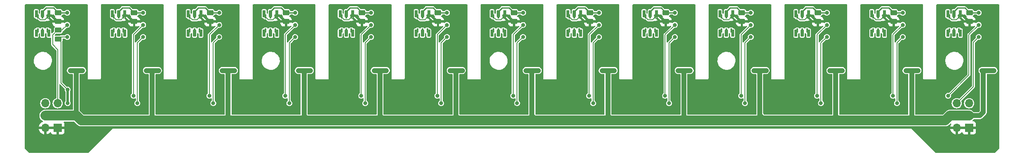
<source format=gbr>
G04 #@! TF.GenerationSoftware,KiCad,Pcbnew,7.0.2-0*
G04 #@! TF.CreationDate,2023-11-08T10:28:37-05:00*
G04 #@! TF.ProjectId,blade13_38-50,626c6164-6531-4335-9f33-382d35302e6b,rev?*
G04 #@! TF.SameCoordinates,Original*
G04 #@! TF.FileFunction,Copper,L1,Top*
G04 #@! TF.FilePolarity,Positive*
%FSLAX46Y46*%
G04 Gerber Fmt 4.6, Leading zero omitted, Abs format (unit mm)*
G04 Created by KiCad (PCBNEW 7.0.2-0) date 2023-11-08 10:28:37*
%MOMM*%
%LPD*%
G01*
G04 APERTURE LIST*
G04 Aperture macros list*
%AMRoundRect*
0 Rectangle with rounded corners*
0 $1 Rounding radius*
0 $2 $3 $4 $5 $6 $7 $8 $9 X,Y pos of 4 corners*
0 Add a 4 corners polygon primitive as box body*
4,1,4,$2,$3,$4,$5,$6,$7,$8,$9,$2,$3,0*
0 Add four circle primitives for the rounded corners*
1,1,$1+$1,$2,$3*
1,1,$1+$1,$4,$5*
1,1,$1+$1,$6,$7*
1,1,$1+$1,$8,$9*
0 Add four rect primitives between the rounded corners*
20,1,$1+$1,$2,$3,$4,$5,0*
20,1,$1+$1,$4,$5,$6,$7,0*
20,1,$1+$1,$6,$7,$8,$9,0*
20,1,$1+$1,$8,$9,$2,$3,0*%
%AMFreePoly0*
4,1,39,0.115063,0.570106,0.130902,0.570106,0.143715,0.560796,0.158779,0.555902,0.168088,0.543088,0.180902,0.533779,0.185796,0.518715,0.195106,0.505902,0.195106,0.490062,0.200000,0.475000,0.200000,0.200000,0.400000,0.200000,0.400000,-0.200000,-0.400000,-0.200000,-0.400000,0.025000,-1.200000,0.025000,-1.215063,0.029894,-1.230902,0.029894,-1.243715,0.039203,-1.258779,0.044098,
-1.268088,0.056911,-1.280902,0.066221,-1.285796,0.081284,-1.295106,0.094098,-1.295106,0.109937,-1.300000,0.125000,-1.300000,0.475000,-1.295106,0.490062,-1.295106,0.505902,-1.285796,0.518715,-1.280902,0.533779,-1.268088,0.543088,-1.258779,0.555902,-1.243715,0.560796,-1.230902,0.570106,-1.215063,0.570106,-1.200000,0.575000,0.100000,0.575000,0.115063,0.570106,0.115063,0.570106,
$1*%
%AMFreePoly1*
4,1,47,0.115063,0.295106,0.130902,0.295106,0.143715,0.285796,0.158779,0.280902,0.168088,0.268088,0.180902,0.258779,0.185796,0.243715,0.195106,0.230902,0.195106,0.215062,0.200000,0.200000,0.400000,0.200000,0.400000,-0.200000,0.200000,-0.200000,0.195106,-0.215062,0.195106,-0.230902,0.185796,-0.243715,0.180902,-0.258779,0.168088,-0.268088,0.158779,-0.280902,0.143715,-0.285796,
0.130902,-0.295106,0.115063,-0.295106,0.100000,-0.300000,-1.200000,-0.300000,-1.215063,-0.295106,-1.230902,-0.295106,-1.243715,-0.285796,-1.258779,-0.280902,-1.268088,-0.268088,-1.280902,-0.258779,-1.285796,-0.243715,-1.295106,-0.230902,-1.295106,-0.215062,-1.300000,-0.200000,-1.300000,0.200000,-1.295106,0.215062,-1.295106,0.230902,-1.285796,0.243715,-1.280902,0.258779,-1.268088,0.268088,
-1.258779,0.280902,-1.243715,0.285796,-1.230902,0.295106,-1.215063,0.295106,-1.200000,0.300000,0.100000,0.300000,0.115063,0.295106,0.115063,0.295106,$1*%
%AMFreePoly2*
4,1,39,0.400000,-0.200000,0.200000,-0.200000,0.200000,-0.475000,0.195106,-0.490062,0.195106,-0.505902,0.185796,-0.518715,0.180902,-0.533779,0.168088,-0.543088,0.158779,-0.555902,0.143715,-0.560796,0.130902,-0.570106,0.115063,-0.570106,0.100000,-0.575000,-1.200000,-0.575000,-1.215063,-0.570106,-1.230902,-0.570106,-1.243715,-0.560796,-1.258779,-0.555902,-1.268088,-0.543088,-1.280902,-0.533779,
-1.285796,-0.518715,-1.295106,-0.505902,-1.295106,-0.490062,-1.300000,-0.475000,-1.300000,-0.125000,-1.295106,-0.109937,-1.295106,-0.094098,-1.285796,-0.081284,-1.280902,-0.066221,-1.268088,-0.056911,-1.258779,-0.044098,-1.243715,-0.039203,-1.230902,-0.029894,-1.215063,-0.029894,-1.200000,-0.025000,-0.400000,-0.025000,-0.400000,0.200000,0.400000,0.200000,0.400000,-0.200000,0.400000,-0.200000,
$1*%
%AMFreePoly3*
4,1,39,0.400000,-0.025000,1.200000,-0.025000,1.215063,-0.029894,1.230902,-0.029894,1.243715,-0.039203,1.258779,-0.044098,1.268088,-0.056911,1.280902,-0.066221,1.285796,-0.081284,1.295106,-0.094098,1.295106,-0.109937,1.300000,-0.125000,1.300000,-0.475000,1.295106,-0.490062,1.295106,-0.505902,1.285796,-0.518715,1.280902,-0.533779,1.268088,-0.543088,1.258779,-0.555902,1.243715,-0.560796,
1.230902,-0.570106,1.215063,-0.570106,1.200000,-0.575000,-0.100000,-0.575000,-0.115063,-0.570106,-0.130902,-0.570106,-0.143715,-0.560796,-0.158779,-0.555902,-0.168088,-0.543088,-0.180902,-0.533779,-0.185796,-0.518715,-0.195106,-0.505902,-0.195106,-0.490062,-0.200000,-0.475000,-0.200000,-0.200000,-0.400000,-0.200000,-0.400000,0.200000,0.400000,0.200000,0.400000,-0.025000,0.400000,-0.025000,
$1*%
%AMFreePoly4*
4,1,47,1.215063,0.295106,1.230902,0.295106,1.243715,0.285796,1.258779,0.280902,1.268088,0.268088,1.280902,0.258779,1.285796,0.243715,1.295106,0.230902,1.295106,0.215062,1.300000,0.200000,1.300000,-0.200000,1.295106,-0.215062,1.295106,-0.230902,1.285796,-0.243715,1.280902,-0.258779,1.268088,-0.268088,1.258779,-0.280902,1.243715,-0.285796,1.230902,-0.295106,1.215063,-0.295106,
1.200000,-0.300000,-0.100000,-0.300000,-0.115063,-0.295106,-0.130902,-0.295106,-0.143715,-0.285796,-0.158779,-0.280902,-0.168088,-0.268088,-0.180902,-0.258779,-0.185796,-0.243715,-0.195106,-0.230902,-0.195106,-0.215062,-0.200000,-0.200000,-0.400000,-0.200000,-0.400000,0.200000,-0.200000,0.200000,-0.195106,0.215062,-0.195106,0.230902,-0.185796,0.243715,-0.180902,0.258779,-0.168088,0.268088,
-0.158779,0.280902,-0.143715,0.285796,-0.130902,0.295106,-0.115063,0.295106,-0.100000,0.300000,1.200000,0.300000,1.215063,0.295106,1.215063,0.295106,$1*%
%AMFreePoly5*
4,1,39,1.215063,0.570106,1.230902,0.570106,1.243715,0.560796,1.258779,0.555902,1.268088,0.543088,1.280902,0.533779,1.285796,0.518715,1.295106,0.505902,1.295106,0.490062,1.300000,0.475000,1.300000,0.125000,1.295106,0.109937,1.295106,0.094098,1.285796,0.081284,1.280902,0.066221,1.268088,0.056911,1.258779,0.044098,1.243715,0.039203,1.230902,0.029894,1.215063,0.029894,
1.200000,0.025000,0.400000,0.025000,0.400000,-0.200000,-0.400000,-0.200000,-0.400000,0.200000,-0.200000,0.200000,-0.200000,0.475000,-0.195106,0.490062,-0.195106,0.505902,-0.185796,0.518715,-0.180902,0.533779,-0.168088,0.543088,-0.158779,0.555902,-0.143715,0.560796,-0.130902,0.570106,-0.115063,0.570106,-0.100000,0.575000,1.200000,0.575000,1.215063,0.570106,1.215063,0.570106,
$1*%
G04 Aperture macros list end*
G04 #@! TA.AperFunction,EtchedComponent*
%ADD10C,0.200000*%
G04 #@! TD*
G04 #@! TA.AperFunction,ComponentPad*
%ADD11R,1.700000X1.700000*%
G04 #@! TD*
G04 #@! TA.AperFunction,ComponentPad*
%ADD12O,1.700000X1.700000*%
G04 #@! TD*
G04 #@! TA.AperFunction,SMDPad,CuDef*
%ADD13FreePoly0,270.000000*%
G04 #@! TD*
G04 #@! TA.AperFunction,SMDPad,CuDef*
%ADD14FreePoly1,270.000000*%
G04 #@! TD*
G04 #@! TA.AperFunction,SMDPad,CuDef*
%ADD15FreePoly2,270.000000*%
G04 #@! TD*
G04 #@! TA.AperFunction,SMDPad,CuDef*
%ADD16FreePoly3,270.000000*%
G04 #@! TD*
G04 #@! TA.AperFunction,SMDPad,CuDef*
%ADD17FreePoly4,270.000000*%
G04 #@! TD*
G04 #@! TA.AperFunction,SMDPad,CuDef*
%ADD18FreePoly5,270.000000*%
G04 #@! TD*
G04 #@! TA.AperFunction,SMDPad,CuDef*
%ADD19RoundRect,0.250000X-0.450000X0.262500X-0.450000X-0.262500X0.450000X-0.262500X0.450000X0.262500X0*%
G04 #@! TD*
G04 #@! TA.AperFunction,ViaPad*
%ADD20C,0.800000*%
G04 #@! TD*
G04 #@! TA.AperFunction,Conductor*
%ADD21C,0.500000*%
G04 #@! TD*
G04 #@! TA.AperFunction,Conductor*
%ADD22C,0.250000*%
G04 #@! TD*
G04 #@! TA.AperFunction,Conductor*
%ADD23C,1.000000*%
G04 #@! TD*
G04 #@! TA.AperFunction,Conductor*
%ADD24C,2.000000*%
G04 #@! TD*
G04 #@! TA.AperFunction,Conductor*
%ADD25C,0.200000*%
G04 #@! TD*
G04 APERTURE END LIST*
D10*
X72850000Y-28150000D02*
X72450000Y-28550000D01*
X72450000Y-28550000D02*
X71500000Y-28550000D01*
X71500000Y-28550000D02*
X71050000Y-28150000D01*
X104050000Y-28150000D02*
X103650000Y-28550000D01*
X103650000Y-28550000D02*
X102700000Y-28550000D01*
X102700000Y-28550000D02*
X102250000Y-28150000D01*
X135250000Y-28150000D02*
X134850000Y-28550000D01*
X134850000Y-28550000D02*
X133900000Y-28550000D01*
X133900000Y-28550000D02*
X133450000Y-28150000D01*
X182050000Y-28150000D02*
X181650000Y-28550000D01*
X181650000Y-28550000D02*
X180700000Y-28550000D01*
X180700000Y-28550000D02*
X180250000Y-28150000D01*
X150850000Y-28150000D02*
X150450000Y-28550000D01*
X150450000Y-28550000D02*
X149500000Y-28550000D01*
X149500000Y-28550000D02*
X149050000Y-28150000D01*
X88450000Y-28150000D02*
X88050000Y-28550000D01*
X88050000Y-28550000D02*
X87100000Y-28550000D01*
X87100000Y-28550000D02*
X86650000Y-28150000D01*
X213250000Y-28150000D02*
X212850000Y-28550000D01*
X212850000Y-28550000D02*
X211900000Y-28550000D01*
X211900000Y-28550000D02*
X211450000Y-28150000D01*
X166450000Y-28150000D02*
X166050000Y-28550000D01*
X166050000Y-28550000D02*
X165100000Y-28550000D01*
X165100000Y-28550000D02*
X164650000Y-28150000D01*
X197650000Y-28150000D02*
X197250000Y-28550000D01*
X197250000Y-28550000D02*
X196300000Y-28550000D01*
X196300000Y-28550000D02*
X195850000Y-28150000D01*
X26050000Y-28150000D02*
X25650000Y-28550000D01*
X25650000Y-28550000D02*
X24700000Y-28550000D01*
X24700000Y-28550000D02*
X24250000Y-28150000D01*
X119650000Y-28150000D02*
X119250000Y-28550000D01*
X119250000Y-28550000D02*
X118300000Y-28550000D01*
X118300000Y-28550000D02*
X117850000Y-28150000D01*
X57250000Y-28150000D02*
X56850000Y-28550000D01*
X56850000Y-28550000D02*
X55900000Y-28550000D01*
X55900000Y-28550000D02*
X55450000Y-28150000D01*
X41650000Y-28150000D02*
X41250000Y-28550000D01*
X41250000Y-28550000D02*
X40300000Y-28550000D01*
X40300000Y-28550000D02*
X39850000Y-28150000D01*
D11*
X28225000Y-50825000D03*
D12*
X25685000Y-50825000D03*
X28225000Y-48285000D03*
X25685000Y-48285000D03*
X28225000Y-45745000D03*
X25685000Y-45745000D03*
D13*
X72950000Y-27850000D03*
D14*
X71950000Y-27850000D03*
D15*
X70950000Y-27850000D03*
D16*
X70950000Y-30750000D03*
D17*
X71950000Y-30750000D03*
D18*
X72950000Y-30750000D03*
D19*
X90750000Y-27087500D03*
X90750000Y-28912500D03*
X199950000Y-27087500D03*
X199950000Y-28912500D03*
X106350000Y-27087500D03*
X106350000Y-28912500D03*
D13*
X104150000Y-27850000D03*
D14*
X103150000Y-27850000D03*
D15*
X102150000Y-27850000D03*
D16*
X102150000Y-30750000D03*
D17*
X103150000Y-30750000D03*
D18*
X104150000Y-30750000D03*
D13*
X135350000Y-27850000D03*
D14*
X134350000Y-27850000D03*
D15*
X133350000Y-27850000D03*
D16*
X133350000Y-30750000D03*
D17*
X134350000Y-30750000D03*
D18*
X135350000Y-30750000D03*
D13*
X182150000Y-27850000D03*
D14*
X181150000Y-27850000D03*
D15*
X180150000Y-27850000D03*
D16*
X180150000Y-30750000D03*
D17*
X181150000Y-30750000D03*
D18*
X182150000Y-30750000D03*
D13*
X150950000Y-27850000D03*
D14*
X149950000Y-27850000D03*
D15*
X148950000Y-27850000D03*
D16*
X148950000Y-30750000D03*
D17*
X149950000Y-30750000D03*
D18*
X150950000Y-30750000D03*
D13*
X88550000Y-27850000D03*
D14*
X87550000Y-27850000D03*
D15*
X86550000Y-27850000D03*
D16*
X86550000Y-30750000D03*
D17*
X87550000Y-30750000D03*
D18*
X88550000Y-30750000D03*
D19*
X121950000Y-27087500D03*
X121950000Y-28912500D03*
D11*
X215425000Y-50825000D03*
D12*
X212885000Y-50825000D03*
X215425000Y-48285000D03*
X212885000Y-48285000D03*
X215425000Y-45745000D03*
X212885000Y-45745000D03*
D13*
X213350000Y-27850000D03*
D14*
X212350000Y-27850000D03*
D15*
X211350000Y-27850000D03*
D16*
X211350000Y-30750000D03*
D17*
X212350000Y-30750000D03*
D18*
X213350000Y-30750000D03*
D13*
X166550000Y-27850000D03*
D14*
X165550000Y-27850000D03*
D15*
X164550000Y-27850000D03*
D16*
X164550000Y-30750000D03*
D17*
X165550000Y-30750000D03*
D18*
X166550000Y-30750000D03*
D13*
X197750000Y-27850000D03*
D14*
X196750000Y-27850000D03*
D15*
X195750000Y-27850000D03*
D16*
X195750000Y-30750000D03*
D17*
X196750000Y-30750000D03*
D18*
X197750000Y-30750000D03*
D19*
X168750000Y-27087500D03*
X168750000Y-28912500D03*
X43950000Y-27087500D03*
X43950000Y-28912500D03*
D13*
X26150000Y-27850000D03*
D14*
X25150000Y-27850000D03*
D15*
X24150000Y-27850000D03*
D16*
X24150000Y-30750000D03*
D17*
X25150000Y-30750000D03*
D18*
X26150000Y-30750000D03*
D13*
X119750000Y-27850000D03*
D14*
X118750000Y-27850000D03*
D15*
X117750000Y-27850000D03*
D16*
X117750000Y-30750000D03*
D17*
X118750000Y-30750000D03*
D18*
X119750000Y-30750000D03*
D13*
X57350000Y-27850000D03*
D14*
X56350000Y-27850000D03*
D15*
X55350000Y-27850000D03*
D16*
X55350000Y-30750000D03*
D17*
X56350000Y-30750000D03*
D18*
X57350000Y-30750000D03*
D19*
X137550000Y-27087500D03*
X137550000Y-28912500D03*
X153150000Y-27087500D03*
X153150000Y-28912500D03*
X75150000Y-27087500D03*
X75150000Y-28912500D03*
X184350000Y-27087500D03*
X184350000Y-28912500D03*
X59550000Y-27087500D03*
X59550000Y-28912500D03*
X28350000Y-30700000D03*
X28350000Y-32525000D03*
D13*
X41750000Y-27850000D03*
D14*
X40750000Y-27850000D03*
D15*
X39750000Y-27850000D03*
D16*
X39750000Y-30750000D03*
D17*
X40750000Y-30750000D03*
D18*
X41750000Y-30750000D03*
D19*
X215550000Y-27087500D03*
X215550000Y-28912500D03*
X28350000Y-27087500D03*
X28350000Y-28912500D03*
D20*
X112200000Y-47200000D03*
X192100000Y-47200000D03*
X40000000Y-47200000D03*
X194000000Y-47200000D03*
X195900000Y-47200000D03*
X92600000Y-34250000D03*
X123800000Y-34250000D03*
X98500000Y-47200000D03*
X186200000Y-35400000D03*
X34300000Y-42400000D03*
X112200000Y-42400000D03*
X36200000Y-42400000D03*
X182200000Y-42400000D03*
X40000000Y-42400000D03*
X149100000Y-47200000D03*
X71200000Y-42400000D03*
X201800000Y-34250000D03*
X166600000Y-42400000D03*
X119800000Y-47200000D03*
X61400000Y-35400000D03*
X207700000Y-42400000D03*
X139400000Y-35400000D03*
X114100000Y-47200000D03*
X108200000Y-34250000D03*
X178400000Y-42400000D03*
X201800000Y-35400000D03*
X155000000Y-34250000D03*
X190200000Y-47200000D03*
X197800000Y-42400000D03*
X41900000Y-42400000D03*
X41900000Y-47200000D03*
X86700000Y-42400000D03*
X182200000Y-47200000D03*
X49900000Y-42400000D03*
X49900000Y-47200000D03*
X160900000Y-47200000D03*
X38100000Y-47200000D03*
X151000000Y-42400000D03*
X30200000Y-36600000D03*
X160900000Y-42400000D03*
X174600000Y-47200000D03*
X96600000Y-47200000D03*
X131600000Y-42400000D03*
X170600000Y-36600000D03*
X155000000Y-35400000D03*
X61400000Y-36600000D03*
X166600000Y-47200000D03*
X30200000Y-34250000D03*
X34300000Y-47200000D03*
X219000000Y-52300000D03*
X104200000Y-42400000D03*
X207700000Y-47200000D03*
X176500000Y-42400000D03*
X209600000Y-47200000D03*
X30200000Y-35400000D03*
X218950000Y-49400000D03*
X192100000Y-42400000D03*
X155000000Y-36600000D03*
X143400000Y-47200000D03*
X197800000Y-47200000D03*
X71200000Y-47200000D03*
X119800000Y-42400000D03*
X73100000Y-42400000D03*
X145300000Y-47200000D03*
X135400000Y-42400000D03*
X67400000Y-47200000D03*
X77000000Y-36600000D03*
X139400000Y-36600000D03*
X38100000Y-42400000D03*
X82900000Y-47200000D03*
X67400000Y-42400000D03*
X123800000Y-35400000D03*
X176500000Y-47200000D03*
X81000000Y-47200000D03*
X102300000Y-42400000D03*
X135400000Y-47200000D03*
X170600000Y-35400000D03*
X190200000Y-42400000D03*
X174600000Y-42400000D03*
X116000000Y-42400000D03*
X147200000Y-47200000D03*
X217400000Y-34250000D03*
X108200000Y-35400000D03*
X217400000Y-35400000D03*
X86700000Y-47200000D03*
X201800000Y-36600000D03*
X162800000Y-42400000D03*
X123800000Y-36600000D03*
X116000000Y-47200000D03*
X164700000Y-47200000D03*
X114100000Y-42400000D03*
X69300000Y-47200000D03*
X147200000Y-42400000D03*
X131600000Y-47200000D03*
X205800000Y-42400000D03*
X149100000Y-42400000D03*
X100400000Y-42400000D03*
X61400000Y-34250000D03*
X108200000Y-36600000D03*
X98500000Y-42400000D03*
X104200000Y-47200000D03*
X84800000Y-47200000D03*
X96600000Y-42400000D03*
X209600000Y-42400000D03*
X127800000Y-42400000D03*
X170600000Y-34250000D03*
X162800000Y-47200000D03*
X159000000Y-47200000D03*
X102300000Y-47200000D03*
X205800000Y-47200000D03*
X180300000Y-47200000D03*
X117900000Y-42400000D03*
X186200000Y-36600000D03*
X194000000Y-42400000D03*
X73100000Y-47200000D03*
X31800000Y-52300000D03*
X127800000Y-47200000D03*
X92600000Y-36600000D03*
X77000000Y-35400000D03*
X143400000Y-42400000D03*
X36200000Y-47200000D03*
X88600000Y-42400000D03*
X22100000Y-49400000D03*
X45800000Y-34250000D03*
X178400000Y-47200000D03*
X69300000Y-42400000D03*
X129700000Y-42400000D03*
X159000000Y-42400000D03*
X117900000Y-47200000D03*
X129700000Y-47200000D03*
X100400000Y-47200000D03*
X133500000Y-47200000D03*
X186200000Y-34250000D03*
X45800000Y-36600000D03*
X81000000Y-42400000D03*
X180300000Y-42400000D03*
X22100000Y-52300000D03*
X88600000Y-47200000D03*
X209300000Y-52300000D03*
X195900000Y-42400000D03*
X151000000Y-47200000D03*
X92600000Y-35400000D03*
X217400000Y-36600000D03*
X164700000Y-42400000D03*
X77000000Y-34250000D03*
X82900000Y-42400000D03*
X84800000Y-42400000D03*
X145300000Y-42400000D03*
X45800000Y-35400000D03*
X139400000Y-34250000D03*
X133500000Y-42400000D03*
X186200000Y-27100000D03*
X61400000Y-27100000D03*
X45800000Y-27100000D03*
X77000000Y-27100000D03*
X92600000Y-27100000D03*
X217400000Y-27100000D03*
X170600000Y-27100000D03*
X30200000Y-27100000D03*
X123800000Y-27100000D03*
X201800000Y-27100000D03*
X155000000Y-27100000D03*
X108200000Y-27100000D03*
X139400000Y-27100000D03*
X142550000Y-39000000D03*
X156850000Y-39000000D03*
X93250000Y-39000000D03*
X125650000Y-39000000D03*
X186850000Y-39000000D03*
X30850000Y-39000000D03*
X48950000Y-39000000D03*
X219250000Y-39000000D03*
X141250000Y-39000000D03*
X189350000Y-39000000D03*
X126950000Y-39000000D03*
X158150000Y-39000000D03*
X124450000Y-39000000D03*
X204950000Y-39000000D03*
X188050000Y-39000000D03*
X62050000Y-39000000D03*
X64550000Y-39000000D03*
X77650000Y-39000000D03*
X46450000Y-39000000D03*
X108850000Y-39000000D03*
X47650000Y-39000000D03*
X78850000Y-39000000D03*
X33350000Y-39000000D03*
X32050000Y-39000000D03*
X94450000Y-39000000D03*
X111350000Y-39000000D03*
X171250000Y-39000000D03*
X110050000Y-39000000D03*
X202450000Y-39000000D03*
X203650000Y-39000000D03*
X95750000Y-39000000D03*
X172450000Y-39000000D03*
X155650000Y-39000000D03*
X80150000Y-39000000D03*
X220550000Y-39000000D03*
X218050000Y-39000000D03*
X173750000Y-39000000D03*
X63250000Y-39000000D03*
X140050000Y-39000000D03*
X59400000Y-44200000D03*
X217400000Y-29600000D03*
X201800000Y-29600000D03*
X184200000Y-44200000D03*
X43800000Y-44200000D03*
X168600000Y-44200000D03*
X61400000Y-29600000D03*
X211100000Y-44200000D03*
X108200000Y-29600000D03*
X153000000Y-44200000D03*
X30200000Y-29600000D03*
X199800000Y-44200000D03*
X45800000Y-29600000D03*
X139400000Y-29600000D03*
X90600000Y-44200000D03*
X123800000Y-29600000D03*
X155000000Y-29600000D03*
X106200000Y-44200000D03*
X137400000Y-44200000D03*
X170600000Y-29600000D03*
X121800000Y-44200000D03*
X75000000Y-44200000D03*
X92600000Y-29600000D03*
X186200000Y-29600000D03*
X77000000Y-29600000D03*
X153800000Y-45745000D03*
X45800000Y-32100000D03*
X108200000Y-32100000D03*
X138200000Y-45745000D03*
X30300000Y-45700000D03*
X60200000Y-45745000D03*
X186200000Y-32100000D03*
X77000000Y-32100000D03*
X91400000Y-45745000D03*
X200600000Y-45745000D03*
X75800000Y-45745000D03*
X61400000Y-32100000D03*
X217400000Y-32100000D03*
X92600000Y-32100000D03*
X30300000Y-42950000D03*
X107000000Y-45745000D03*
X155000000Y-32100000D03*
X170600000Y-32100000D03*
X122600000Y-45745000D03*
X185000000Y-45745000D03*
X139400000Y-32100000D03*
X169400000Y-45745000D03*
X30200000Y-32100000D03*
X123800000Y-32100000D03*
X44600000Y-45745000D03*
X201800000Y-32100000D03*
D21*
X184350000Y-28912500D02*
X184162500Y-28912500D01*
X106162500Y-28912500D02*
X104975481Y-27725481D01*
X42575481Y-27725481D02*
X41750000Y-27725481D01*
X214175481Y-27725481D02*
X213350000Y-27725481D01*
X215550000Y-28912500D02*
X215362500Y-28912500D01*
X153150000Y-28912500D02*
X152962500Y-28912500D01*
X26975481Y-27725481D02*
X26150000Y-27725481D01*
X137362500Y-28912500D02*
X136175481Y-27725481D01*
X199762500Y-28912500D02*
X198575481Y-27725481D01*
X151775481Y-27725481D02*
X150950000Y-27725481D01*
X121950000Y-28912500D02*
X121762500Y-28912500D01*
X199950000Y-28912500D02*
X199762500Y-28912500D01*
X168750000Y-28912500D02*
X168562500Y-28912500D01*
X59362500Y-28912500D02*
X58175481Y-27725481D01*
X90562500Y-28912500D02*
X89375481Y-27725481D01*
X137550000Y-28912500D02*
X137362500Y-28912500D01*
X167375481Y-27725481D02*
X166550000Y-27725481D01*
X184162500Y-28912500D02*
X182975481Y-27725481D01*
X215362500Y-28912500D02*
X214175481Y-27725481D01*
X121762500Y-28912500D02*
X120575481Y-27725481D01*
X58175481Y-27725481D02*
X57350000Y-27725481D01*
X198575481Y-27725481D02*
X197750000Y-27725481D01*
X104975481Y-27725481D02*
X104150000Y-27725481D01*
X168562500Y-28912500D02*
X167375481Y-27725481D01*
X28350000Y-28912500D02*
X28162500Y-28912500D01*
X59550000Y-28912500D02*
X59362500Y-28912500D01*
X106350000Y-28912500D02*
X106162500Y-28912500D01*
X152962500Y-28912500D02*
X151775481Y-27725481D01*
X43762500Y-28912500D02*
X42575481Y-27725481D01*
X182975481Y-27725481D02*
X182150000Y-27725481D01*
X120575481Y-27725481D02*
X119750000Y-27725481D01*
X89375481Y-27725481D02*
X88550000Y-27725481D01*
X28162500Y-28912500D02*
X26975481Y-27725481D01*
X73775481Y-27725481D02*
X72950000Y-27725481D01*
X75150000Y-28912500D02*
X74962500Y-28912500D01*
X90750000Y-28912500D02*
X90562500Y-28912500D01*
X136175481Y-27725481D02*
X135350000Y-27725481D01*
X43950000Y-28912500D02*
X43762500Y-28912500D01*
X74962500Y-28912500D02*
X73775481Y-27725481D01*
D22*
X165550000Y-27850000D02*
X165550000Y-26850000D01*
X90762500Y-27100000D02*
X90750000Y-27087500D01*
X58562500Y-26100000D02*
X59550000Y-27087500D01*
X56350000Y-27850000D02*
X56350000Y-26850000D01*
X137562500Y-27100000D02*
X137550000Y-27087500D01*
X136562500Y-26100000D02*
X137550000Y-27087500D01*
X165550000Y-26850000D02*
X166300000Y-26100000D01*
X89762500Y-26100000D02*
X90750000Y-27087500D01*
X59562500Y-27100000D02*
X59550000Y-27087500D01*
X135100000Y-26100000D02*
X136562500Y-26100000D01*
X40750000Y-26850000D02*
X41500000Y-26100000D01*
X103900000Y-26100000D02*
X105362500Y-26100000D01*
X170600000Y-27100000D02*
X168762500Y-27100000D01*
X103150000Y-26850000D02*
X103900000Y-26100000D01*
X186200000Y-27100000D02*
X184362500Y-27100000D01*
X155000000Y-27100000D02*
X153162500Y-27100000D01*
X77000000Y-27100000D02*
X75162500Y-27100000D01*
X56350000Y-26850000D02*
X57100000Y-26100000D01*
X106362500Y-27100000D02*
X106350000Y-27087500D01*
X149950000Y-27850000D02*
X149950000Y-26850000D01*
X139400000Y-27100000D02*
X137562500Y-27100000D01*
X74162500Y-26100000D02*
X75150000Y-27087500D01*
X71950000Y-27850000D02*
X71950000Y-26850000D01*
X153162500Y-27100000D02*
X153150000Y-27087500D01*
X149950000Y-26850000D02*
X150700000Y-26100000D01*
X215562500Y-27100000D02*
X215550000Y-27087500D01*
X45800000Y-27100000D02*
X43962500Y-27100000D01*
X217400000Y-27100000D02*
X215562500Y-27100000D01*
X41500000Y-26100000D02*
X42962500Y-26100000D01*
X25150000Y-27850000D02*
X25150000Y-26850000D01*
X196750000Y-26850000D02*
X197500000Y-26100000D01*
X108200000Y-27100000D02*
X106362500Y-27100000D01*
X61400000Y-27100000D02*
X59562500Y-27100000D01*
X57100000Y-26100000D02*
X58562500Y-26100000D01*
X134350000Y-26850000D02*
X135100000Y-26100000D01*
X152162500Y-26100000D02*
X153150000Y-27087500D01*
X134350000Y-27850000D02*
X134350000Y-26850000D01*
X118750000Y-27850000D02*
X118750000Y-26850000D01*
X72700000Y-26100000D02*
X74162500Y-26100000D01*
X40750000Y-27850000D02*
X40750000Y-26850000D01*
X197500000Y-26100000D02*
X198962500Y-26100000D01*
X30200000Y-27100000D02*
X28362500Y-27100000D01*
X212350000Y-27850000D02*
X212350000Y-26850000D01*
X201800000Y-27100000D02*
X199962500Y-27100000D01*
X27362500Y-26100000D02*
X28350000Y-27087500D01*
X87550000Y-27850000D02*
X87550000Y-26850000D01*
X43962500Y-27100000D02*
X43950000Y-27087500D01*
X87550000Y-26850000D02*
X88300000Y-26100000D01*
X75162500Y-27100000D02*
X75150000Y-27087500D01*
X92600000Y-27100000D02*
X90762500Y-27100000D01*
X119500000Y-26100000D02*
X120962500Y-26100000D01*
X199962500Y-27100000D02*
X199950000Y-27087500D01*
X214562500Y-26100000D02*
X215550000Y-27087500D01*
X105362500Y-26100000D02*
X106350000Y-27087500D01*
X213100000Y-26100000D02*
X214562500Y-26100000D01*
X167762500Y-26100000D02*
X168750000Y-27087500D01*
X181150000Y-27850000D02*
X181150000Y-26850000D01*
X166300000Y-26100000D02*
X167762500Y-26100000D01*
X196750000Y-27850000D02*
X196750000Y-26850000D01*
X123800000Y-27100000D02*
X121962500Y-27100000D01*
X121962500Y-27100000D02*
X121950000Y-27087500D01*
X198962500Y-26100000D02*
X199950000Y-27087500D01*
X25900000Y-26100000D02*
X27362500Y-26100000D01*
X184362500Y-27100000D02*
X184350000Y-27087500D01*
X183362500Y-26100000D02*
X184350000Y-27087500D01*
X103150000Y-27850000D02*
X103150000Y-26850000D01*
X120962500Y-26100000D02*
X121950000Y-27087500D01*
X181150000Y-26850000D02*
X181900000Y-26100000D01*
X71950000Y-26850000D02*
X72700000Y-26100000D01*
X168762500Y-27100000D02*
X168750000Y-27087500D01*
X181900000Y-26100000D02*
X183362500Y-26100000D01*
X28362500Y-27100000D02*
X28350000Y-27087500D01*
X25150000Y-26850000D02*
X25900000Y-26100000D01*
X42962500Y-26100000D02*
X43950000Y-27087500D01*
X118750000Y-26850000D02*
X119500000Y-26100000D01*
X88300000Y-26100000D02*
X89762500Y-26100000D01*
X212350000Y-26850000D02*
X213100000Y-26100000D01*
X150700000Y-26100000D02*
X152162500Y-26100000D01*
D23*
X111000000Y-49300000D02*
X110050000Y-48350000D01*
X125650000Y-48250000D02*
X125650000Y-39000000D01*
X28225000Y-48285000D02*
X31115000Y-48285000D01*
X215440000Y-48300000D02*
X217609022Y-48300000D01*
X156850000Y-48750000D02*
X156850000Y-39000000D01*
D24*
X111000000Y-49300000D02*
X95400000Y-49300000D01*
D23*
X78850000Y-48350000D02*
X78850000Y-39000000D01*
X173550000Y-49300000D02*
X172450000Y-48200000D01*
X204950000Y-39000000D02*
X202450000Y-39000000D01*
D24*
X203400000Y-49300000D02*
X204550000Y-49300000D01*
X33100000Y-49300000D02*
X32100000Y-48300000D01*
X157400000Y-49300000D02*
X142200000Y-49300000D01*
D23*
X189350000Y-39000000D02*
X186850000Y-39000000D01*
X217609022Y-48300000D02*
X218350000Y-47559022D01*
X31115000Y-48285000D02*
X31150000Y-48250000D01*
D24*
X126700000Y-49300000D02*
X111000000Y-49300000D01*
X142200000Y-49300000D02*
X126700000Y-49300000D01*
D23*
X110050000Y-48350000D02*
X110050000Y-39000000D01*
X155650000Y-39000000D02*
X156850000Y-39000000D01*
X48950000Y-39000000D02*
X46450000Y-39000000D01*
X157400000Y-49300000D02*
X156850000Y-48750000D01*
X171250000Y-39000000D02*
X172450000Y-39000000D01*
X64550000Y-39000000D02*
X62050000Y-39000000D01*
X32050000Y-48250000D02*
X32100000Y-48300000D01*
X218050000Y-39000000D02*
X219250000Y-39000000D01*
X77650000Y-39000000D02*
X78850000Y-39000000D01*
X80150000Y-39000000D02*
X77650000Y-39000000D01*
X95400000Y-49300000D02*
X94450000Y-48350000D01*
X46450000Y-39000000D02*
X47650000Y-39000000D01*
X189000000Y-49300000D02*
X188050000Y-48350000D01*
D24*
X25685000Y-48285000D02*
X28225000Y-48285000D01*
D23*
X202450000Y-39000000D02*
X203650000Y-39000000D01*
X95750000Y-39000000D02*
X93250000Y-39000000D01*
X30850000Y-39000000D02*
X32050000Y-39000000D01*
D24*
X204550000Y-49300000D02*
X210500000Y-49300000D01*
D23*
X203400000Y-49300000D02*
X203650000Y-49050000D01*
X141250000Y-48350000D02*
X141250000Y-39000000D01*
X140050000Y-39000000D02*
X141250000Y-39000000D01*
X111350000Y-39000000D02*
X108850000Y-39000000D01*
X220550000Y-39000000D02*
X218050000Y-39000000D01*
X94450000Y-48350000D02*
X94450000Y-39000000D01*
X93250000Y-39000000D02*
X94450000Y-39000000D01*
D24*
X211500000Y-48300000D02*
X212870000Y-48300000D01*
D23*
X63250000Y-48600000D02*
X63250000Y-39000000D01*
X142200000Y-49300000D02*
X141250000Y-48350000D01*
X203650000Y-49050000D02*
X203650000Y-39000000D01*
D24*
X210500000Y-49300000D02*
X211500000Y-48300000D01*
D23*
X28225000Y-48285000D02*
X28240000Y-48300000D01*
X126700000Y-49300000D02*
X125650000Y-48250000D01*
X32050000Y-39000000D02*
X32050000Y-48250000D01*
D24*
X215425000Y-48285000D02*
X212885000Y-48285000D01*
D23*
X215425000Y-48285000D02*
X215440000Y-48300000D01*
D24*
X95400000Y-49300000D02*
X79800000Y-49300000D01*
X62550000Y-49300000D02*
X33100000Y-49300000D01*
D23*
X212870000Y-48300000D02*
X212885000Y-48285000D01*
X47650000Y-49300000D02*
X47650000Y-39000000D01*
X186850000Y-39000000D02*
X188050000Y-39000000D01*
X188050000Y-48350000D02*
X188050000Y-39000000D01*
X158150000Y-39000000D02*
X155650000Y-39000000D01*
X108850000Y-39000000D02*
X110050000Y-39000000D01*
X62050000Y-39000000D02*
X63250000Y-39000000D01*
D24*
X79800000Y-49300000D02*
X62550000Y-49300000D01*
D23*
X218350000Y-39300000D02*
X218050000Y-39000000D01*
D24*
X173550000Y-49300000D02*
X157400000Y-49300000D01*
D23*
X172450000Y-48200000D02*
X172450000Y-39000000D01*
X79800000Y-49300000D02*
X78850000Y-48350000D01*
X142550000Y-39000000D02*
X140050000Y-39000000D01*
D24*
X189000000Y-49300000D02*
X173550000Y-49300000D01*
D23*
X124450000Y-39000000D02*
X125650000Y-39000000D01*
X218350000Y-47559022D02*
X218350000Y-39300000D01*
X62550000Y-49300000D02*
X47650000Y-49300000D01*
D24*
X189000000Y-49300000D02*
X204550000Y-49300000D01*
D23*
X126950000Y-39000000D02*
X124450000Y-39000000D01*
X33350000Y-39000000D02*
X30850000Y-39000000D01*
D24*
X28240000Y-48300000D02*
X32100000Y-48300000D01*
D23*
X173750000Y-39000000D02*
X171250000Y-39000000D01*
D25*
X61400000Y-29600000D02*
X59400000Y-31600000D01*
X137400000Y-44200000D02*
X137400000Y-31600000D01*
X43800000Y-31600000D02*
X45800000Y-29600000D01*
X121800000Y-44200000D02*
X121800000Y-31600000D01*
X106200000Y-31600000D02*
X108200000Y-29600000D01*
X199800000Y-31600000D02*
X201800000Y-29600000D01*
X75000000Y-44200000D02*
X75000000Y-31600000D01*
X106200000Y-44200000D02*
X106200000Y-31600000D01*
X153000000Y-44200000D02*
X153000000Y-31600000D01*
X184200000Y-31600000D02*
X186200000Y-29600000D01*
X75000000Y-31600000D02*
X77000000Y-29600000D01*
X168600000Y-31600000D02*
X170600000Y-29600000D01*
X121800000Y-31600000D02*
X123800000Y-29600000D01*
X29100000Y-30700000D02*
X28350000Y-30700000D01*
X43800000Y-44200000D02*
X43800000Y-31600000D01*
X28150000Y-30700000D02*
X27200000Y-31650000D01*
X217400000Y-29600000D02*
X215400000Y-31600000D01*
X199800000Y-44200000D02*
X199800000Y-31600000D01*
X215400000Y-39900000D02*
X211100000Y-44200000D01*
X184200000Y-44200000D02*
X184200000Y-31600000D01*
X30200000Y-29600000D02*
X29100000Y-30700000D01*
X90600000Y-44200000D02*
X90600000Y-31600000D01*
X28350000Y-30700000D02*
X28150000Y-30700000D01*
X59400000Y-31600000D02*
X59400000Y-44200000D01*
X168600000Y-44200000D02*
X168600000Y-31600000D01*
X28250000Y-34700000D02*
X28250000Y-45720000D01*
X90600000Y-31600000D02*
X92600000Y-29600000D01*
X28250000Y-45720000D02*
X28225000Y-45745000D01*
X27200000Y-33650000D02*
X28250000Y-34700000D01*
X215400000Y-31600000D02*
X215400000Y-39900000D01*
X27200000Y-31650000D02*
X27200000Y-33650000D01*
X153000000Y-31600000D02*
X155000000Y-29600000D01*
X137400000Y-31600000D02*
X139400000Y-29600000D01*
X28775000Y-32100000D02*
X28350000Y-32525000D01*
X60200000Y-33300000D02*
X60200000Y-45745000D01*
X185000000Y-33300000D02*
X186200000Y-32100000D01*
X153800000Y-45745000D02*
X153800000Y-33300000D01*
X107000000Y-33300000D02*
X108200000Y-32100000D01*
X200600000Y-45745000D02*
X200600000Y-33300000D01*
X216300000Y-42330000D02*
X212885000Y-45745000D01*
X60200000Y-33300000D02*
X61400000Y-32100000D01*
X138200000Y-45745000D02*
X138200000Y-33300000D01*
X169400000Y-45745000D02*
X169400000Y-33300000D01*
X216300000Y-33200000D02*
X216300000Y-42330000D01*
X91400000Y-33300000D02*
X92600000Y-32100000D01*
X91400000Y-45745000D02*
X91400000Y-33300000D01*
X75800000Y-33300000D02*
X77000000Y-32100000D01*
X169400000Y-33300000D02*
X170600000Y-32100000D01*
X28900000Y-41550000D02*
X28900000Y-33075000D01*
X185000000Y-45745000D02*
X185000000Y-33300000D01*
X44600000Y-33300000D02*
X45800000Y-32100000D01*
X75800000Y-45745000D02*
X75800000Y-33300000D01*
X107000000Y-45745000D02*
X107000000Y-33300000D01*
X30300000Y-42950000D02*
X28900000Y-41550000D01*
X44600000Y-45745000D02*
X44600000Y-33300000D01*
X217400000Y-32100000D02*
X216300000Y-33200000D01*
X138200000Y-33300000D02*
X139400000Y-32100000D01*
X30200000Y-32100000D02*
X28775000Y-32100000D01*
D21*
X30300000Y-42950000D02*
X30300000Y-45700000D01*
D25*
X122600000Y-33300000D02*
X123800000Y-32100000D01*
X122600000Y-45745000D02*
X122600000Y-33300000D01*
X200600000Y-33300000D02*
X201800000Y-32100000D01*
X28900000Y-33075000D02*
X28350000Y-32525000D01*
X153800000Y-33300000D02*
X155000000Y-32100000D01*
G04 #@! TA.AperFunction,Conductor*
G36*
X27765507Y-50615156D02*
G01*
X27725000Y-50753111D01*
X27725000Y-50896889D01*
X27765507Y-51034844D01*
X27791314Y-51075000D01*
X26118686Y-51075000D01*
X26144493Y-51034844D01*
X26185000Y-50896889D01*
X26185000Y-50753111D01*
X26144493Y-50615156D01*
X26118686Y-50575000D01*
X27791314Y-50575000D01*
X27765507Y-50615156D01*
G37*
G04 #@! TD.AperFunction*
G04 #@! TA.AperFunction,Conductor*
G36*
X214965507Y-50615156D02*
G01*
X214925000Y-50753111D01*
X214925000Y-50896889D01*
X214965507Y-51034844D01*
X214991314Y-51075000D01*
X213318686Y-51075000D01*
X213344493Y-51034844D01*
X213385000Y-50896889D01*
X213385000Y-50753111D01*
X213344493Y-50615156D01*
X213318686Y-50575000D01*
X214991314Y-50575000D01*
X214965507Y-50615156D01*
G37*
G04 #@! TD.AperFunction*
G04 #@! TA.AperFunction,Conductor*
G36*
X27435345Y-27435752D02*
G01*
X27471184Y-27488511D01*
X27497208Y-27562885D01*
X27577849Y-27672150D01*
X27660600Y-27733223D01*
X27702851Y-27788870D01*
X27708310Y-27858526D01*
X27675243Y-27920076D01*
X27625973Y-27950698D01*
X27580879Y-27965641D01*
X27419319Y-28065292D01*
X27416786Y-28061186D01*
X27380500Y-28081000D01*
X27310808Y-28076016D01*
X27254875Y-28034144D01*
X27230458Y-27968680D01*
X27230142Y-27959834D01*
X27230142Y-27529465D01*
X27249827Y-27462426D01*
X27302631Y-27416671D01*
X27371789Y-27406727D01*
X27435345Y-27435752D01*
G37*
G04 #@! TD.AperFunction*
G04 #@! TA.AperFunction,Conductor*
G36*
X43035345Y-27435752D02*
G01*
X43071184Y-27488511D01*
X43097208Y-27562885D01*
X43177849Y-27672150D01*
X43260600Y-27733223D01*
X43302851Y-27788870D01*
X43308310Y-27858526D01*
X43275243Y-27920076D01*
X43225973Y-27950698D01*
X43180879Y-27965641D01*
X43019319Y-28065292D01*
X43016808Y-28061221D01*
X42979747Y-28081161D01*
X42910088Y-28075743D01*
X42854415Y-28033525D01*
X42830405Y-27967911D01*
X42830142Y-27959833D01*
X42830142Y-27529465D01*
X42849827Y-27462426D01*
X42902631Y-27416671D01*
X42971789Y-27406727D01*
X43035345Y-27435752D01*
G37*
G04 #@! TD.AperFunction*
G04 #@! TA.AperFunction,Conductor*
G36*
X58635345Y-27435752D02*
G01*
X58671184Y-27488511D01*
X58697208Y-27562885D01*
X58777849Y-27672150D01*
X58860600Y-27733223D01*
X58902851Y-27788870D01*
X58908310Y-27858526D01*
X58875243Y-27920076D01*
X58825973Y-27950698D01*
X58780879Y-27965641D01*
X58619319Y-28065292D01*
X58616786Y-28061186D01*
X58580500Y-28081000D01*
X58510808Y-28076016D01*
X58454875Y-28034144D01*
X58430458Y-27968680D01*
X58430142Y-27959834D01*
X58430142Y-27529465D01*
X58449827Y-27462426D01*
X58502631Y-27416671D01*
X58571789Y-27406727D01*
X58635345Y-27435752D01*
G37*
G04 #@! TD.AperFunction*
G04 #@! TA.AperFunction,Conductor*
G36*
X74235345Y-27435752D02*
G01*
X74271184Y-27488511D01*
X74297208Y-27562885D01*
X74377849Y-27672150D01*
X74460600Y-27733223D01*
X74502851Y-27788870D01*
X74508310Y-27858526D01*
X74475243Y-27920076D01*
X74425973Y-27950698D01*
X74380879Y-27965641D01*
X74219319Y-28065292D01*
X74216808Y-28061221D01*
X74179747Y-28081161D01*
X74110088Y-28075743D01*
X74054415Y-28033525D01*
X74030405Y-27967911D01*
X74030142Y-27959833D01*
X74030142Y-27529465D01*
X74049827Y-27462426D01*
X74102631Y-27416671D01*
X74171789Y-27406727D01*
X74235345Y-27435752D01*
G37*
G04 #@! TD.AperFunction*
G04 #@! TA.AperFunction,Conductor*
G36*
X89835345Y-27435752D02*
G01*
X89871184Y-27488511D01*
X89897208Y-27562885D01*
X89977849Y-27672150D01*
X90060600Y-27733223D01*
X90102851Y-27788870D01*
X90108310Y-27858526D01*
X90075243Y-27920076D01*
X90025973Y-27950698D01*
X89980879Y-27965641D01*
X89819319Y-28065292D01*
X89816786Y-28061186D01*
X89780500Y-28081000D01*
X89710808Y-28076016D01*
X89654875Y-28034144D01*
X89630458Y-27968680D01*
X89630142Y-27959834D01*
X89630142Y-27529465D01*
X89649827Y-27462426D01*
X89702631Y-27416671D01*
X89771789Y-27406727D01*
X89835345Y-27435752D01*
G37*
G04 #@! TD.AperFunction*
G04 #@! TA.AperFunction,Conductor*
G36*
X105435345Y-27435752D02*
G01*
X105471184Y-27488511D01*
X105497208Y-27562885D01*
X105577849Y-27672150D01*
X105660600Y-27733223D01*
X105702851Y-27788870D01*
X105708310Y-27858526D01*
X105675243Y-27920076D01*
X105625973Y-27950698D01*
X105580879Y-27965641D01*
X105419319Y-28065292D01*
X105416808Y-28061221D01*
X105379755Y-28081160D01*
X105310095Y-28075748D01*
X105254420Y-28033534D01*
X105230405Y-27967921D01*
X105230141Y-27959834D01*
X105230142Y-27529465D01*
X105249827Y-27462425D01*
X105302631Y-27416671D01*
X105371789Y-27406727D01*
X105435345Y-27435752D01*
G37*
G04 #@! TD.AperFunction*
G04 #@! TA.AperFunction,Conductor*
G36*
X121035345Y-27435752D02*
G01*
X121071184Y-27488511D01*
X121097208Y-27562885D01*
X121177849Y-27672150D01*
X121260600Y-27733223D01*
X121302851Y-27788870D01*
X121308310Y-27858526D01*
X121275243Y-27920076D01*
X121225973Y-27950698D01*
X121180879Y-27965641D01*
X121019319Y-28065292D01*
X121016786Y-28061186D01*
X120980500Y-28081000D01*
X120910808Y-28076016D01*
X120854875Y-28034144D01*
X120830458Y-27968680D01*
X120830142Y-27959834D01*
X120830142Y-27529465D01*
X120849827Y-27462426D01*
X120902631Y-27416671D01*
X120971789Y-27406727D01*
X121035345Y-27435752D01*
G37*
G04 #@! TD.AperFunction*
G04 #@! TA.AperFunction,Conductor*
G36*
X136635345Y-27435752D02*
G01*
X136671184Y-27488511D01*
X136697208Y-27562885D01*
X136777849Y-27672150D01*
X136860600Y-27733223D01*
X136902851Y-27788870D01*
X136908310Y-27858526D01*
X136875243Y-27920076D01*
X136825973Y-27950698D01*
X136780879Y-27965641D01*
X136619319Y-28065292D01*
X136616786Y-28061186D01*
X136580500Y-28081000D01*
X136510808Y-28076016D01*
X136454875Y-28034144D01*
X136430458Y-27968680D01*
X136430142Y-27959834D01*
X136430142Y-27529465D01*
X136449827Y-27462426D01*
X136502631Y-27416671D01*
X136571789Y-27406727D01*
X136635345Y-27435752D01*
G37*
G04 #@! TD.AperFunction*
G04 #@! TA.AperFunction,Conductor*
G36*
X152235345Y-27435752D02*
G01*
X152271184Y-27488511D01*
X152297208Y-27562885D01*
X152377849Y-27672150D01*
X152460600Y-27733223D01*
X152502851Y-27788870D01*
X152508310Y-27858526D01*
X152475243Y-27920076D01*
X152425973Y-27950698D01*
X152380879Y-27965641D01*
X152219319Y-28065292D01*
X152216808Y-28061221D01*
X152179747Y-28081161D01*
X152110088Y-28075743D01*
X152054415Y-28033525D01*
X152030405Y-27967911D01*
X152030142Y-27959833D01*
X152030142Y-27529465D01*
X152049827Y-27462426D01*
X152102631Y-27416671D01*
X152171789Y-27406727D01*
X152235345Y-27435752D01*
G37*
G04 #@! TD.AperFunction*
G04 #@! TA.AperFunction,Conductor*
G36*
X167835345Y-27435752D02*
G01*
X167871184Y-27488511D01*
X167897208Y-27562885D01*
X167977849Y-27672150D01*
X168060600Y-27733223D01*
X168102851Y-27788870D01*
X168108310Y-27858526D01*
X168075243Y-27920076D01*
X168025973Y-27950698D01*
X167980879Y-27965641D01*
X167819319Y-28065292D01*
X167816786Y-28061186D01*
X167780500Y-28081000D01*
X167710808Y-28076016D01*
X167654875Y-28034144D01*
X167630458Y-27968680D01*
X167630142Y-27959834D01*
X167630142Y-27529465D01*
X167649827Y-27462426D01*
X167702631Y-27416671D01*
X167771789Y-27406727D01*
X167835345Y-27435752D01*
G37*
G04 #@! TD.AperFunction*
G04 #@! TA.AperFunction,Conductor*
G36*
X183435345Y-27435752D02*
G01*
X183471184Y-27488511D01*
X183497208Y-27562885D01*
X183577849Y-27672150D01*
X183660600Y-27733223D01*
X183702851Y-27788870D01*
X183708310Y-27858526D01*
X183675243Y-27920076D01*
X183625973Y-27950698D01*
X183580879Y-27965641D01*
X183419319Y-28065292D01*
X183416808Y-28061221D01*
X183379747Y-28081161D01*
X183310088Y-28075743D01*
X183254415Y-28033525D01*
X183230405Y-27967911D01*
X183230142Y-27959833D01*
X183230142Y-27529465D01*
X183249827Y-27462426D01*
X183302631Y-27416671D01*
X183371789Y-27406727D01*
X183435345Y-27435752D01*
G37*
G04 #@! TD.AperFunction*
G04 #@! TA.AperFunction,Conductor*
G36*
X199035345Y-27435752D02*
G01*
X199071184Y-27488511D01*
X199097208Y-27562885D01*
X199177849Y-27672150D01*
X199260600Y-27733223D01*
X199302851Y-27788870D01*
X199308310Y-27858526D01*
X199275243Y-27920076D01*
X199225973Y-27950698D01*
X199180879Y-27965641D01*
X199019319Y-28065292D01*
X199016808Y-28061221D01*
X198979747Y-28081161D01*
X198910088Y-28075743D01*
X198854415Y-28033525D01*
X198830405Y-27967911D01*
X198830142Y-27959833D01*
X198830142Y-27529465D01*
X198849827Y-27462426D01*
X198902631Y-27416671D01*
X198971789Y-27406727D01*
X199035345Y-27435752D01*
G37*
G04 #@! TD.AperFunction*
G04 #@! TA.AperFunction,Conductor*
G36*
X214635345Y-27435752D02*
G01*
X214671184Y-27488511D01*
X214697208Y-27562885D01*
X214777849Y-27672150D01*
X214860600Y-27733223D01*
X214902851Y-27788870D01*
X214908310Y-27858526D01*
X214875243Y-27920076D01*
X214825973Y-27950698D01*
X214780879Y-27965641D01*
X214619319Y-28065292D01*
X214616808Y-28061221D01*
X214579747Y-28081161D01*
X214510088Y-28075743D01*
X214454415Y-28033525D01*
X214430405Y-27967911D01*
X214430142Y-27959833D01*
X214430142Y-27529465D01*
X214449827Y-27462426D01*
X214502631Y-27416671D01*
X214571789Y-27406727D01*
X214635345Y-27435752D01*
G37*
G04 #@! TD.AperFunction*
G04 #@! TA.AperFunction,Conductor*
G36*
X34342653Y-25383872D02*
G01*
X34388408Y-25436676D01*
X34399614Y-25488187D01*
X34399614Y-40563113D01*
X34397230Y-40587306D01*
X34394706Y-40600000D01*
X34394706Y-40600002D01*
X34397231Y-40612691D01*
X34397231Y-40612695D01*
X34414147Y-40697738D01*
X34414147Y-40697739D01*
X34414148Y-40697740D01*
X34469513Y-40780601D01*
X34552374Y-40835966D01*
X34650114Y-40855408D01*
X34662808Y-40852882D01*
X34686999Y-40850500D01*
X36813113Y-40850500D01*
X36837304Y-40852882D01*
X36849998Y-40855408D01*
X36859751Y-40853468D01*
X36862699Y-40852882D01*
X36862705Y-40852881D01*
X36871611Y-40851109D01*
X36874673Y-40850500D01*
X36874674Y-40850500D01*
X36885083Y-40848428D01*
X36891935Y-40847066D01*
X36935767Y-40838348D01*
X36941864Y-40837747D01*
X36941896Y-40837738D01*
X36947852Y-40836246D01*
X36953115Y-40833092D01*
X36953152Y-40833072D01*
X36957885Y-40829186D01*
X37030601Y-40780601D01*
X37085966Y-40697740D01*
X37105408Y-40600000D01*
X37102883Y-40587306D01*
X37100500Y-40563112D01*
X37100504Y-40092797D01*
X37100564Y-31982492D01*
X38970572Y-31982492D01*
X38971001Y-31986116D01*
X38976221Y-32030220D01*
X38989243Y-32058465D01*
X38993440Y-32069186D01*
X38993052Y-32068100D01*
X38994385Y-32071507D01*
X38995512Y-32074974D01*
X38997034Y-32078275D01*
X38997043Y-32078298D01*
X39015637Y-32118626D01*
X39036744Y-32141456D01*
X39044098Y-32150417D01*
X39043335Y-32149429D01*
X39045655Y-32152256D01*
X39047803Y-32155213D01*
X39073751Y-32183286D01*
X39080433Y-32190515D01*
X39107571Y-32205713D01*
X39117311Y-32211948D01*
X39116311Y-32211265D01*
X39119387Y-32213234D01*
X39122346Y-32215384D01*
X39164277Y-32238867D01*
X39171547Y-32240313D01*
X39242506Y-32254428D01*
X39242508Y-32254428D01*
X39653842Y-32254428D01*
X39657492Y-32254428D01*
X39705211Y-32248781D01*
X39733478Y-32235749D01*
X39744239Y-32231539D01*
X39743094Y-32231949D01*
X39746491Y-32230619D01*
X39749977Y-32229487D01*
X39793620Y-32209366D01*
X39816455Y-32188255D01*
X39825431Y-32180891D01*
X39824437Y-32181659D01*
X39827257Y-32179344D01*
X39830219Y-32177193D01*
X39865506Y-32144577D01*
X39880712Y-32117428D01*
X39886935Y-32107708D01*
X39886274Y-32108677D01*
X39888239Y-32105605D01*
X39890390Y-32102646D01*
X39913867Y-32060723D01*
X39929428Y-31982492D01*
X39929428Y-31460284D01*
X39949113Y-31393245D01*
X40001917Y-31347490D01*
X40027868Y-31339108D01*
X40028227Y-31338867D01*
X40028231Y-31338867D01*
X40052681Y-31322529D01*
X40119357Y-31301651D01*
X40186737Y-31320135D01*
X40233428Y-31372113D01*
X40245572Y-31425631D01*
X40245572Y-31982492D01*
X40246001Y-31986116D01*
X40251221Y-32030220D01*
X40264243Y-32058465D01*
X40268440Y-32069186D01*
X40268052Y-32068100D01*
X40269385Y-32071507D01*
X40270512Y-32074974D01*
X40272034Y-32078275D01*
X40272043Y-32078298D01*
X40290637Y-32118626D01*
X40311744Y-32141456D01*
X40319098Y-32150417D01*
X40318335Y-32149429D01*
X40320655Y-32152256D01*
X40322803Y-32155213D01*
X40348751Y-32183286D01*
X40355433Y-32190515D01*
X40382571Y-32205713D01*
X40392311Y-32211948D01*
X40391311Y-32211265D01*
X40394387Y-32213234D01*
X40397346Y-32215384D01*
X40439277Y-32238867D01*
X40446547Y-32240313D01*
X40517506Y-32254428D01*
X40517508Y-32254428D01*
X40978832Y-32254428D01*
X40982492Y-32254428D01*
X41030218Y-32248779D01*
X41058472Y-32235752D01*
X41069256Y-32231533D01*
X41068099Y-32231947D01*
X41071492Y-32230619D01*
X41074974Y-32229488D01*
X41118628Y-32209361D01*
X41141464Y-32188247D01*
X41150446Y-32180878D01*
X41149429Y-32181664D01*
X41152253Y-32179346D01*
X41155213Y-32177197D01*
X41190514Y-32144568D01*
X41205712Y-32117428D01*
X41211944Y-32107694D01*
X41211262Y-32108694D01*
X41213236Y-32105608D01*
X41215384Y-32102654D01*
X41238867Y-32060723D01*
X41254428Y-31982492D01*
X41254428Y-31425631D01*
X41274113Y-31358592D01*
X41326917Y-31312837D01*
X41396075Y-31302893D01*
X41447318Y-31322529D01*
X41471769Y-31338867D01*
X41471770Y-31338867D01*
X41474018Y-31340369D01*
X41532674Y-31371052D01*
X41567248Y-31431767D01*
X41570572Y-31460284D01*
X41570572Y-31982492D01*
X41570999Y-31986105D01*
X41571000Y-31986112D01*
X41576218Y-32030207D01*
X41583109Y-32045156D01*
X41589244Y-32058465D01*
X41589247Y-32058470D01*
X41593439Y-32069182D01*
X41593057Y-32068113D01*
X41594386Y-32071510D01*
X41595516Y-32074985D01*
X41597043Y-32078297D01*
X41597045Y-32078302D01*
X41615634Y-32118621D01*
X41619878Y-32123212D01*
X41636744Y-32141456D01*
X41636751Y-32141463D01*
X41644103Y-32150423D01*
X41643345Y-32149441D01*
X41645656Y-32152257D01*
X41647809Y-32155221D01*
X41650291Y-32157906D01*
X41650295Y-32157911D01*
X41680428Y-32190511D01*
X41707578Y-32205716D01*
X41717289Y-32211933D01*
X41716324Y-32211274D01*
X41719397Y-32213241D01*
X41722352Y-32215388D01*
X41725534Y-32217170D01*
X41725539Y-32217173D01*
X41764277Y-32238867D01*
X41842506Y-32254428D01*
X41842508Y-32254428D01*
X42253832Y-32254428D01*
X42257492Y-32254428D01*
X42305218Y-32248779D01*
X42333472Y-32235752D01*
X42344256Y-32231533D01*
X42343099Y-32231947D01*
X42346492Y-32230619D01*
X42349974Y-32229488D01*
X42393628Y-32209361D01*
X42416464Y-32188247D01*
X42425446Y-32180878D01*
X42424429Y-32181664D01*
X42427253Y-32179346D01*
X42430213Y-32177197D01*
X42465514Y-32144568D01*
X42480712Y-32117428D01*
X42486944Y-32107694D01*
X42486262Y-32108694D01*
X42488236Y-32105608D01*
X42490384Y-32102654D01*
X42513867Y-32060723D01*
X42529428Y-31982492D01*
X42529428Y-30617508D01*
X42523779Y-30569782D01*
X42510757Y-30541536D01*
X42506543Y-30530772D01*
X42506948Y-30531902D01*
X42505617Y-30528503D01*
X42504488Y-30525026D01*
X42502954Y-30521698D01*
X42484362Y-30481373D01*
X42463253Y-30458541D01*
X42455889Y-30449566D01*
X42456663Y-30450569D01*
X42454345Y-30447745D01*
X42452197Y-30444787D01*
X42419568Y-30409486D01*
X42392422Y-30394284D01*
X42382714Y-30388069D01*
X42383686Y-30388733D01*
X42380609Y-30386763D01*
X42377654Y-30384616D01*
X42335723Y-30361133D01*
X42335722Y-30361132D01*
X42335721Y-30361132D01*
X42257494Y-30345572D01*
X42257492Y-30345572D01*
X42254461Y-30345572D01*
X42248091Y-30343701D01*
X42245514Y-30343189D01*
X42245559Y-30342958D01*
X42187422Y-30325887D01*
X42151360Y-30290464D01*
X42094553Y-30205448D01*
X42028230Y-30161132D01*
X41950002Y-30145572D01*
X41950000Y-30145572D01*
X41550000Y-30145572D01*
X41549998Y-30145572D01*
X41471769Y-30161132D01*
X41405447Y-30205447D01*
X41353102Y-30283788D01*
X41299489Y-30328593D01*
X41230164Y-30337300D01*
X41167137Y-30307145D01*
X41146898Y-30283788D01*
X41094552Y-30205447D01*
X41028230Y-30161132D01*
X40950002Y-30145572D01*
X40950000Y-30145572D01*
X40550000Y-30145572D01*
X40549998Y-30145572D01*
X40471769Y-30161132D01*
X40405447Y-30205447D01*
X40353102Y-30283788D01*
X40299489Y-30328593D01*
X40230164Y-30337300D01*
X40167137Y-30307145D01*
X40146898Y-30283788D01*
X40094552Y-30205447D01*
X40028230Y-30161132D01*
X39950002Y-30145572D01*
X39950000Y-30145572D01*
X39550000Y-30145572D01*
X39549998Y-30145572D01*
X39471769Y-30161132D01*
X39405446Y-30205448D01*
X39348640Y-30290464D01*
X39295028Y-30335268D01*
X39246038Y-30345468D01*
X39249812Y-30345357D01*
X39246163Y-30345572D01*
X39242508Y-30345572D01*
X39238884Y-30346000D01*
X39238883Y-30346001D01*
X39232708Y-30346731D01*
X39194782Y-30351221D01*
X39194780Y-30351221D01*
X39194777Y-30351222D01*
X39166525Y-30364246D01*
X39155816Y-30368439D01*
X39156898Y-30368052D01*
X39153482Y-30369388D01*
X39150026Y-30370512D01*
X39146734Y-30372029D01*
X39146718Y-30372036D01*
X39106373Y-30390638D01*
X39083539Y-30411748D01*
X39074594Y-30419089D01*
X39075566Y-30418339D01*
X39072743Y-30420655D01*
X39069787Y-30422803D01*
X39067107Y-30425279D01*
X39067101Y-30425285D01*
X39034485Y-30455432D01*
X39019281Y-30482581D01*
X39013073Y-30492280D01*
X39013729Y-30491319D01*
X39011758Y-30494396D01*
X39009616Y-30497346D01*
X39007837Y-30500521D01*
X39007836Y-30500524D01*
X38986132Y-30539278D01*
X38970572Y-30617505D01*
X38970572Y-30617507D01*
X38970572Y-30617508D01*
X38970572Y-31982492D01*
X37100564Y-31982492D01*
X37100584Y-29162500D01*
X42750001Y-29162500D01*
X42750001Y-29221829D01*
X42750321Y-29228111D01*
X42760493Y-29327695D01*
X42815642Y-29494122D01*
X42907683Y-29643345D01*
X43031654Y-29767316D01*
X43180877Y-29859357D01*
X43347303Y-29914506D01*
X43446890Y-29924680D01*
X43453168Y-29924999D01*
X43699999Y-29924999D01*
X43700000Y-29924998D01*
X43700000Y-29162500D01*
X42750001Y-29162500D01*
X37100584Y-29162500D01*
X37100593Y-27982492D01*
X38970572Y-27982492D01*
X38971001Y-27986116D01*
X38976221Y-28030220D01*
X38989243Y-28058465D01*
X38993440Y-28069186D01*
X38993052Y-28068100D01*
X38994385Y-28071507D01*
X38995512Y-28074974D01*
X38997034Y-28078275D01*
X38997043Y-28078298D01*
X39015637Y-28118626D01*
X39036744Y-28141456D01*
X39044098Y-28150417D01*
X39043335Y-28149429D01*
X39045655Y-28152256D01*
X39047803Y-28155213D01*
X39072243Y-28181654D01*
X39080433Y-28190515D01*
X39107571Y-28205713D01*
X39117311Y-28211948D01*
X39116311Y-28211265D01*
X39119387Y-28213234D01*
X39122346Y-28215384D01*
X39164277Y-28238867D01*
X39190353Y-28244053D01*
X39242506Y-28254428D01*
X39242508Y-28254428D01*
X39245539Y-28254428D01*
X39251908Y-28256298D01*
X39254486Y-28256811D01*
X39254440Y-28257041D01*
X39312578Y-28274113D01*
X39348640Y-28309536D01*
X39405446Y-28394551D01*
X39471769Y-28438867D01*
X39549998Y-28454428D01*
X39550000Y-28454428D01*
X39693024Y-28454428D01*
X39760063Y-28474113D01*
X39775405Y-28485749D01*
X40027117Y-28709492D01*
X40098938Y-28773333D01*
X40139067Y-28809916D01*
X40157274Y-28816969D01*
X40176426Y-28826355D01*
X40193155Y-28836425D01*
X40207090Y-28838849D01*
X40230624Y-28845385D01*
X40243827Y-28850500D01*
X40263352Y-28850500D01*
X40284605Y-28852335D01*
X40303838Y-28855681D01*
X40317712Y-28852907D01*
X40342025Y-28850500D01*
X41180757Y-28850500D01*
X41197577Y-28853243D01*
X41207762Y-28852772D01*
X41207765Y-28852773D01*
X41254080Y-28850631D01*
X41259805Y-28850500D01*
X41278824Y-28850500D01*
X41293318Y-28848817D01*
X41319992Y-28847585D01*
X41326330Y-28844786D01*
X41353633Y-28836332D01*
X41360433Y-28835061D01*
X41383143Y-28820998D01*
X41398325Y-28812996D01*
X41422765Y-28802206D01*
X41427659Y-28797311D01*
X41450066Y-28779563D01*
X41462593Y-28771807D01*
X41529954Y-28753253D01*
X41545517Y-28754497D01*
X41550003Y-28755142D01*
X41947786Y-28755142D01*
X41952208Y-28754984D01*
X42021889Y-28750000D01*
X42159843Y-28709492D01*
X42261389Y-28644233D01*
X42261389Y-28644232D01*
X41971064Y-28353907D01*
X41937579Y-28292584D01*
X41938038Y-28237840D01*
X41955379Y-28164119D01*
X41943012Y-28075470D01*
X41953245Y-28006358D01*
X41999221Y-27953747D01*
X42066343Y-27934343D01*
X42133299Y-27954308D01*
X42153504Y-27970661D01*
X42606439Y-28423596D01*
X42629836Y-28423428D01*
X42697015Y-28442630D01*
X42743148Y-28495104D01*
X42754085Y-28560026D01*
X42753045Y-28570201D01*
X42845344Y-28662500D01*
X45149999Y-28662500D01*
X45149999Y-28603170D01*
X45149678Y-28596888D01*
X45139506Y-28497304D01*
X45084357Y-28330877D01*
X44992316Y-28181654D01*
X44868345Y-28057683D01*
X44719123Y-27965642D01*
X44674027Y-27950699D01*
X44616582Y-27910925D01*
X44589760Y-27846409D01*
X44602076Y-27777634D01*
X44639397Y-27733223D01*
X44722150Y-27672150D01*
X44722150Y-27672148D01*
X44722152Y-27672148D01*
X44802792Y-27562884D01*
X44821806Y-27508546D01*
X44862528Y-27451770D01*
X44927481Y-27426022D01*
X44938848Y-27425500D01*
X45231701Y-27425500D01*
X45298740Y-27445185D01*
X45330076Y-27474013D01*
X45371718Y-27528282D01*
X45497159Y-27624536D01*
X45643238Y-27685044D01*
X45800000Y-27705682D01*
X45956762Y-27685044D01*
X46102841Y-27624536D01*
X46228282Y-27528282D01*
X46324536Y-27402841D01*
X46385044Y-27256762D01*
X46405682Y-27100000D01*
X46385044Y-26943238D01*
X46324536Y-26797159D01*
X46307149Y-26774500D01*
X46228282Y-26671717D01*
X46102840Y-26575463D01*
X45956762Y-26514956D01*
X45800000Y-26494317D01*
X45643237Y-26514956D01*
X45497159Y-26575463D01*
X45371718Y-26671717D01*
X45330077Y-26725986D01*
X45273650Y-26767189D01*
X45231701Y-26774500D01*
X44947596Y-26774500D01*
X44880557Y-26754815D01*
X44834802Y-26702011D01*
X44830554Y-26691455D01*
X44823648Y-26671718D01*
X44802793Y-26612118D01*
X44802791Y-26612116D01*
X44802791Y-26612114D01*
X44722150Y-26502849D01*
X44612884Y-26422207D01*
X44484696Y-26377353D01*
X44457151Y-26374770D01*
X44457139Y-26374769D01*
X44454266Y-26374500D01*
X44451373Y-26374500D01*
X43748688Y-26374500D01*
X43681649Y-26354815D01*
X43661007Y-26338181D01*
X43206543Y-25883717D01*
X43199234Y-25875741D01*
X43174954Y-25846805D01*
X43142236Y-25827915D01*
X43133127Y-25822112D01*
X43102184Y-25800446D01*
X43101303Y-25799829D01*
X43076607Y-25789599D01*
X43038352Y-25782853D01*
X43027796Y-25780512D01*
X42991307Y-25770735D01*
X42953680Y-25774028D01*
X42942872Y-25774500D01*
X41519619Y-25774500D01*
X41508812Y-25774028D01*
X41506298Y-25773808D01*
X41471191Y-25770736D01*
X41434710Y-25780511D01*
X41424155Y-25782852D01*
X41412814Y-25784851D01*
X41386955Y-25789412D01*
X41386953Y-25789412D01*
X41385897Y-25789599D01*
X41361192Y-25799832D01*
X41329378Y-25822107D01*
X41320261Y-25827915D01*
X41287545Y-25846804D01*
X41263261Y-25875744D01*
X41255955Y-25883716D01*
X40830419Y-26309254D01*
X40769099Y-26342738D01*
X40742740Y-26345572D01*
X40517508Y-26345572D01*
X40513884Y-26346000D01*
X40513883Y-26346001D01*
X40507708Y-26346731D01*
X40469782Y-26351221D01*
X40469780Y-26351221D01*
X40469777Y-26351222D01*
X40441525Y-26364246D01*
X40430816Y-26368439D01*
X40431898Y-26368052D01*
X40428482Y-26369388D01*
X40425026Y-26370512D01*
X40421734Y-26372029D01*
X40421718Y-26372036D01*
X40381373Y-26390638D01*
X40373027Y-26398353D01*
X40360984Y-26409488D01*
X40358539Y-26411748D01*
X40349600Y-26419085D01*
X40350566Y-26418339D01*
X40347743Y-26420655D01*
X40344787Y-26422803D01*
X40342107Y-26425279D01*
X40342101Y-26425285D01*
X40309485Y-26455432D01*
X40294281Y-26482581D01*
X40288073Y-26492280D01*
X40288729Y-26491319D01*
X40286758Y-26494396D01*
X40284616Y-26497346D01*
X40282837Y-26500521D01*
X40282836Y-26500524D01*
X40261132Y-26539278D01*
X40245572Y-26617505D01*
X40245572Y-27174368D01*
X40225887Y-27241407D01*
X40173083Y-27287162D01*
X40103925Y-27297106D01*
X40052681Y-27277470D01*
X40025985Y-27259632D01*
X39967322Y-27228944D01*
X39932750Y-27168226D01*
X39929428Y-27139715D01*
X39929428Y-26621156D01*
X39929428Y-26617508D01*
X39923781Y-26569792D01*
X39910756Y-26541536D01*
X39906555Y-26530802D01*
X39906946Y-26531894D01*
X39905611Y-26528486D01*
X39904484Y-26525015D01*
X39884365Y-26481378D01*
X39863249Y-26458537D01*
X39855916Y-26449600D01*
X39856659Y-26450562D01*
X39854332Y-26447726D01*
X39852191Y-26444779D01*
X39819571Y-26409489D01*
X39819570Y-26409488D01*
X39792418Y-26394281D01*
X39782738Y-26388086D01*
X39783674Y-26388724D01*
X39780592Y-26386751D01*
X39777648Y-26384612D01*
X39774482Y-26382838D01*
X39774468Y-26382830D01*
X39735722Y-26361132D01*
X39657494Y-26345572D01*
X39657492Y-26345572D01*
X39242508Y-26345572D01*
X39238884Y-26346000D01*
X39238883Y-26346001D01*
X39232708Y-26346731D01*
X39194782Y-26351221D01*
X39194780Y-26351221D01*
X39194777Y-26351222D01*
X39166525Y-26364246D01*
X39155816Y-26368439D01*
X39156898Y-26368052D01*
X39153482Y-26369388D01*
X39150026Y-26370512D01*
X39146734Y-26372029D01*
X39146718Y-26372036D01*
X39106373Y-26390638D01*
X39098027Y-26398353D01*
X39085984Y-26409488D01*
X39083539Y-26411748D01*
X39074600Y-26419085D01*
X39075566Y-26418339D01*
X39072743Y-26420655D01*
X39069787Y-26422803D01*
X39067107Y-26425279D01*
X39067101Y-26425285D01*
X39034485Y-26455432D01*
X39019281Y-26482581D01*
X39013073Y-26492280D01*
X39013729Y-26491319D01*
X39011758Y-26494396D01*
X39009616Y-26497346D01*
X39007837Y-26500521D01*
X39007836Y-26500524D01*
X38986132Y-26539278D01*
X38970572Y-26617505D01*
X38970572Y-26617508D01*
X38970572Y-27982492D01*
X37100593Y-27982492D01*
X37100611Y-25488185D01*
X37120296Y-25421147D01*
X37173100Y-25375392D01*
X37224611Y-25364187D01*
X45225440Y-25364187D01*
X49875614Y-25364187D01*
X49942653Y-25383872D01*
X49988408Y-25436676D01*
X49999614Y-25488187D01*
X49999614Y-40563113D01*
X49997230Y-40587306D01*
X49994706Y-40600000D01*
X49994706Y-40600002D01*
X49997231Y-40612691D01*
X49997231Y-40612695D01*
X50014147Y-40697738D01*
X50014147Y-40697739D01*
X50014148Y-40697740D01*
X50069513Y-40780601D01*
X50152374Y-40835966D01*
X50250114Y-40855408D01*
X50262808Y-40852882D01*
X50286999Y-40850500D01*
X52413113Y-40850500D01*
X52437304Y-40852882D01*
X52449998Y-40855408D01*
X52459751Y-40853468D01*
X52462699Y-40852882D01*
X52462705Y-40852881D01*
X52471611Y-40851109D01*
X52474673Y-40850500D01*
X52474674Y-40850500D01*
X52485083Y-40848428D01*
X52491935Y-40847066D01*
X52535767Y-40838348D01*
X52541864Y-40837747D01*
X52541896Y-40837738D01*
X52547852Y-40836246D01*
X52553115Y-40833092D01*
X52553152Y-40833072D01*
X52557885Y-40829186D01*
X52630601Y-40780601D01*
X52685966Y-40697740D01*
X52705408Y-40600000D01*
X52702883Y-40587306D01*
X52700500Y-40563112D01*
X52700504Y-40092797D01*
X52700564Y-31982492D01*
X54570572Y-31982492D01*
X54571001Y-31986116D01*
X54576221Y-32030220D01*
X54589243Y-32058465D01*
X54593440Y-32069186D01*
X54593052Y-32068100D01*
X54594385Y-32071507D01*
X54595512Y-32074974D01*
X54597034Y-32078275D01*
X54597043Y-32078298D01*
X54615637Y-32118626D01*
X54636744Y-32141456D01*
X54644098Y-32150417D01*
X54643335Y-32149429D01*
X54645655Y-32152256D01*
X54647803Y-32155213D01*
X54673751Y-32183286D01*
X54680433Y-32190515D01*
X54707571Y-32205713D01*
X54717311Y-32211948D01*
X54716311Y-32211265D01*
X54719387Y-32213234D01*
X54722346Y-32215384D01*
X54764277Y-32238867D01*
X54771547Y-32240313D01*
X54842506Y-32254428D01*
X54842508Y-32254428D01*
X55253842Y-32254428D01*
X55257492Y-32254428D01*
X55305211Y-32248781D01*
X55333478Y-32235749D01*
X55344239Y-32231539D01*
X55343094Y-32231949D01*
X55346491Y-32230619D01*
X55349977Y-32229487D01*
X55393620Y-32209366D01*
X55416455Y-32188255D01*
X55425431Y-32180891D01*
X55424437Y-32181659D01*
X55427257Y-32179344D01*
X55430219Y-32177193D01*
X55465506Y-32144577D01*
X55480712Y-32117428D01*
X55486935Y-32107708D01*
X55486274Y-32108677D01*
X55488239Y-32105605D01*
X55490390Y-32102646D01*
X55513867Y-32060723D01*
X55529428Y-31982492D01*
X55529428Y-31460283D01*
X55549113Y-31393245D01*
X55601917Y-31347490D01*
X55627868Y-31339108D01*
X55628227Y-31338867D01*
X55628231Y-31338867D01*
X55652681Y-31322529D01*
X55719357Y-31301651D01*
X55786737Y-31320135D01*
X55833428Y-31372113D01*
X55845572Y-31425631D01*
X55845572Y-31982492D01*
X55846001Y-31986116D01*
X55851221Y-32030220D01*
X55864243Y-32058465D01*
X55868440Y-32069186D01*
X55868052Y-32068100D01*
X55869385Y-32071507D01*
X55870512Y-32074974D01*
X55872034Y-32078275D01*
X55872043Y-32078298D01*
X55890637Y-32118626D01*
X55911744Y-32141456D01*
X55919098Y-32150417D01*
X55918335Y-32149429D01*
X55920655Y-32152256D01*
X55922803Y-32155213D01*
X55948751Y-32183286D01*
X55955433Y-32190515D01*
X55982571Y-32205713D01*
X55992311Y-32211948D01*
X55991311Y-32211265D01*
X55994387Y-32213234D01*
X55997346Y-32215384D01*
X56039277Y-32238867D01*
X56046547Y-32240313D01*
X56117506Y-32254428D01*
X56117508Y-32254428D01*
X56578832Y-32254428D01*
X56582492Y-32254428D01*
X56630218Y-32248779D01*
X56658472Y-32235752D01*
X56669256Y-32231533D01*
X56668099Y-32231947D01*
X56671492Y-32230619D01*
X56674974Y-32229488D01*
X56718628Y-32209361D01*
X56741464Y-32188247D01*
X56750446Y-32180878D01*
X56749429Y-32181664D01*
X56752253Y-32179346D01*
X56755213Y-32177197D01*
X56790514Y-32144568D01*
X56805712Y-32117428D01*
X56811944Y-32107694D01*
X56811262Y-32108694D01*
X56813236Y-32105608D01*
X56815384Y-32102654D01*
X56838867Y-32060723D01*
X56854428Y-31982492D01*
X56854428Y-31425631D01*
X56874113Y-31358592D01*
X56926917Y-31312837D01*
X56996075Y-31302893D01*
X57047318Y-31322529D01*
X57071769Y-31338867D01*
X57071770Y-31338867D01*
X57074018Y-31340369D01*
X57132674Y-31371052D01*
X57167248Y-31431767D01*
X57170572Y-31460284D01*
X57170572Y-31982492D01*
X57170999Y-31986105D01*
X57171000Y-31986112D01*
X57176218Y-32030207D01*
X57183109Y-32045156D01*
X57189244Y-32058465D01*
X57189247Y-32058470D01*
X57193439Y-32069182D01*
X57193057Y-32068113D01*
X57194386Y-32071510D01*
X57195516Y-32074985D01*
X57197043Y-32078297D01*
X57197045Y-32078302D01*
X57215634Y-32118621D01*
X57219878Y-32123212D01*
X57236744Y-32141456D01*
X57236751Y-32141463D01*
X57244103Y-32150423D01*
X57243345Y-32149441D01*
X57245656Y-32152257D01*
X57247809Y-32155221D01*
X57250291Y-32157906D01*
X57250295Y-32157911D01*
X57280428Y-32190511D01*
X57307578Y-32205716D01*
X57317289Y-32211933D01*
X57316324Y-32211274D01*
X57319397Y-32213241D01*
X57322352Y-32215388D01*
X57325534Y-32217170D01*
X57325539Y-32217173D01*
X57364277Y-32238867D01*
X57442506Y-32254428D01*
X57442508Y-32254428D01*
X57853832Y-32254428D01*
X57857492Y-32254428D01*
X57905218Y-32248779D01*
X57933472Y-32235752D01*
X57944256Y-32231533D01*
X57943099Y-32231947D01*
X57946492Y-32230619D01*
X57949974Y-32229488D01*
X57993628Y-32209361D01*
X58016464Y-32188247D01*
X58025446Y-32180878D01*
X58024429Y-32181664D01*
X58027253Y-32179346D01*
X58030213Y-32177197D01*
X58065514Y-32144568D01*
X58080712Y-32117428D01*
X58086944Y-32107694D01*
X58086262Y-32108694D01*
X58088236Y-32105608D01*
X58090384Y-32102654D01*
X58113867Y-32060723D01*
X58129428Y-31982492D01*
X58129428Y-30617508D01*
X58123779Y-30569782D01*
X58110757Y-30541536D01*
X58106543Y-30530772D01*
X58106948Y-30531902D01*
X58105617Y-30528503D01*
X58104488Y-30525026D01*
X58102954Y-30521698D01*
X58084362Y-30481373D01*
X58063253Y-30458541D01*
X58055889Y-30449566D01*
X58056663Y-30450569D01*
X58054345Y-30447745D01*
X58052197Y-30444787D01*
X58019568Y-30409486D01*
X57992422Y-30394284D01*
X57982714Y-30388069D01*
X57983686Y-30388733D01*
X57980609Y-30386763D01*
X57977654Y-30384616D01*
X57935723Y-30361133D01*
X57935722Y-30361132D01*
X57935721Y-30361132D01*
X57857494Y-30345572D01*
X57857492Y-30345572D01*
X57854461Y-30345572D01*
X57848091Y-30343701D01*
X57845514Y-30343189D01*
X57845559Y-30342958D01*
X57787422Y-30325887D01*
X57751360Y-30290464D01*
X57694553Y-30205448D01*
X57628230Y-30161132D01*
X57550002Y-30145572D01*
X57550000Y-30145572D01*
X57150000Y-30145572D01*
X57149998Y-30145572D01*
X57071769Y-30161132D01*
X57005447Y-30205447D01*
X56953102Y-30283788D01*
X56899489Y-30328593D01*
X56830164Y-30337300D01*
X56767137Y-30307145D01*
X56746898Y-30283788D01*
X56694552Y-30205447D01*
X56628230Y-30161132D01*
X56550002Y-30145572D01*
X56550000Y-30145572D01*
X56150000Y-30145572D01*
X56149998Y-30145572D01*
X56071769Y-30161132D01*
X56005447Y-30205447D01*
X55953102Y-30283788D01*
X55899489Y-30328593D01*
X55830164Y-30337300D01*
X55767137Y-30307145D01*
X55746898Y-30283788D01*
X55694552Y-30205447D01*
X55628230Y-30161132D01*
X55550002Y-30145572D01*
X55550000Y-30145572D01*
X55150000Y-30145572D01*
X55149998Y-30145572D01*
X55071769Y-30161132D01*
X55005446Y-30205448D01*
X54948640Y-30290464D01*
X54895028Y-30335268D01*
X54846038Y-30345468D01*
X54849812Y-30345357D01*
X54846163Y-30345572D01*
X54842508Y-30345572D01*
X54838884Y-30346000D01*
X54838883Y-30346001D01*
X54832708Y-30346731D01*
X54794782Y-30351221D01*
X54794780Y-30351221D01*
X54794777Y-30351222D01*
X54766525Y-30364246D01*
X54755816Y-30368439D01*
X54756898Y-30368052D01*
X54753482Y-30369388D01*
X54750026Y-30370512D01*
X54746734Y-30372029D01*
X54746718Y-30372036D01*
X54706373Y-30390638D01*
X54683539Y-30411748D01*
X54674594Y-30419089D01*
X54675566Y-30418339D01*
X54672743Y-30420655D01*
X54669787Y-30422803D01*
X54667107Y-30425279D01*
X54667101Y-30425285D01*
X54634485Y-30455432D01*
X54619281Y-30482581D01*
X54613073Y-30492280D01*
X54613729Y-30491319D01*
X54611758Y-30494396D01*
X54609616Y-30497346D01*
X54607837Y-30500521D01*
X54607836Y-30500524D01*
X54586132Y-30539278D01*
X54570572Y-30617505D01*
X54570572Y-30617508D01*
X54570572Y-31982492D01*
X52700564Y-31982492D01*
X52700584Y-29162500D01*
X58350001Y-29162500D01*
X58350001Y-29221829D01*
X58350321Y-29228111D01*
X58360493Y-29327695D01*
X58415642Y-29494122D01*
X58507683Y-29643345D01*
X58631654Y-29767316D01*
X58780877Y-29859357D01*
X58947303Y-29914506D01*
X59046890Y-29924680D01*
X59053168Y-29924999D01*
X59299999Y-29924999D01*
X59300000Y-29924998D01*
X59300000Y-29162500D01*
X58350001Y-29162500D01*
X52700584Y-29162500D01*
X52700593Y-27982492D01*
X54570572Y-27982492D01*
X54571001Y-27986116D01*
X54576221Y-28030220D01*
X54589243Y-28058465D01*
X54593440Y-28069186D01*
X54593052Y-28068100D01*
X54594385Y-28071507D01*
X54595512Y-28074974D01*
X54597034Y-28078275D01*
X54597043Y-28078298D01*
X54615637Y-28118626D01*
X54636744Y-28141456D01*
X54644098Y-28150417D01*
X54643335Y-28149429D01*
X54645655Y-28152256D01*
X54647803Y-28155213D01*
X54672243Y-28181654D01*
X54680433Y-28190515D01*
X54707571Y-28205713D01*
X54717311Y-28211948D01*
X54716311Y-28211265D01*
X54719387Y-28213234D01*
X54722346Y-28215384D01*
X54764277Y-28238867D01*
X54790353Y-28244053D01*
X54842506Y-28254428D01*
X54842508Y-28254428D01*
X54845539Y-28254428D01*
X54851908Y-28256298D01*
X54854486Y-28256811D01*
X54854440Y-28257041D01*
X54912578Y-28274113D01*
X54948640Y-28309536D01*
X55005446Y-28394551D01*
X55071769Y-28438867D01*
X55149998Y-28454428D01*
X55150000Y-28454428D01*
X55293024Y-28454428D01*
X55360063Y-28474113D01*
X55375405Y-28485749D01*
X55627117Y-28709492D01*
X55698938Y-28773333D01*
X55739067Y-28809916D01*
X55757274Y-28816969D01*
X55776426Y-28826355D01*
X55793155Y-28836425D01*
X55807090Y-28838849D01*
X55830624Y-28845385D01*
X55843827Y-28850500D01*
X55863352Y-28850500D01*
X55884605Y-28852335D01*
X55903838Y-28855681D01*
X55917712Y-28852907D01*
X55942025Y-28850500D01*
X56780757Y-28850500D01*
X56797577Y-28853243D01*
X56807762Y-28852772D01*
X56807765Y-28852773D01*
X56854080Y-28850631D01*
X56859805Y-28850500D01*
X56878824Y-28850500D01*
X56893318Y-28848817D01*
X56919992Y-28847585D01*
X56926330Y-28844786D01*
X56953633Y-28836332D01*
X56960433Y-28835061D01*
X56983143Y-28820998D01*
X56998325Y-28812996D01*
X57022765Y-28802206D01*
X57027659Y-28797311D01*
X57050066Y-28779563D01*
X57062593Y-28771807D01*
X57129954Y-28753253D01*
X57145517Y-28754497D01*
X57150003Y-28755142D01*
X57547786Y-28755142D01*
X57552208Y-28754984D01*
X57621889Y-28750000D01*
X57759843Y-28709492D01*
X57861389Y-28644233D01*
X57861389Y-28644232D01*
X57571064Y-28353907D01*
X57537579Y-28292584D01*
X57538038Y-28237840D01*
X57555379Y-28164119D01*
X57543012Y-28075470D01*
X57553245Y-28006358D01*
X57599221Y-27953747D01*
X57666343Y-27934343D01*
X57733299Y-27954308D01*
X57753504Y-27970661D01*
X58206439Y-28423596D01*
X58229836Y-28423428D01*
X58297015Y-28442630D01*
X58343148Y-28495104D01*
X58354085Y-28560026D01*
X58353045Y-28570201D01*
X58445344Y-28662500D01*
X60749999Y-28662500D01*
X60749999Y-28603170D01*
X60749678Y-28596888D01*
X60739506Y-28497304D01*
X60684357Y-28330877D01*
X60592316Y-28181654D01*
X60468345Y-28057683D01*
X60319123Y-27965642D01*
X60274027Y-27950699D01*
X60216582Y-27910925D01*
X60189760Y-27846409D01*
X60202076Y-27777634D01*
X60239397Y-27733223D01*
X60322150Y-27672150D01*
X60322150Y-27672148D01*
X60322152Y-27672148D01*
X60402792Y-27562884D01*
X60421806Y-27508546D01*
X60462528Y-27451770D01*
X60527481Y-27426022D01*
X60538848Y-27425500D01*
X60831701Y-27425500D01*
X60898740Y-27445185D01*
X60930076Y-27474013D01*
X60971718Y-27528282D01*
X61097159Y-27624536D01*
X61243238Y-27685044D01*
X61400000Y-27705682D01*
X61556762Y-27685044D01*
X61702841Y-27624536D01*
X61828282Y-27528282D01*
X61924536Y-27402841D01*
X61985044Y-27256762D01*
X62005682Y-27100000D01*
X61985044Y-26943238D01*
X61924536Y-26797159D01*
X61907149Y-26774500D01*
X61828282Y-26671717D01*
X61702840Y-26575463D01*
X61556762Y-26514956D01*
X61400000Y-26494317D01*
X61243237Y-26514956D01*
X61097159Y-26575463D01*
X60971718Y-26671717D01*
X60930077Y-26725986D01*
X60873650Y-26767189D01*
X60831701Y-26774500D01*
X60547596Y-26774500D01*
X60480557Y-26754815D01*
X60434802Y-26702011D01*
X60430554Y-26691455D01*
X60423648Y-26671718D01*
X60402793Y-26612118D01*
X60402791Y-26612116D01*
X60402791Y-26612114D01*
X60322150Y-26502849D01*
X60212884Y-26422207D01*
X60084696Y-26377353D01*
X60057151Y-26374770D01*
X60057139Y-26374769D01*
X60054266Y-26374500D01*
X60051373Y-26374500D01*
X59348688Y-26374500D01*
X59281649Y-26354815D01*
X59261007Y-26338181D01*
X58806543Y-25883717D01*
X58799234Y-25875741D01*
X58774954Y-25846805D01*
X58742236Y-25827915D01*
X58733127Y-25822112D01*
X58702184Y-25800446D01*
X58701303Y-25799829D01*
X58676607Y-25789599D01*
X58638352Y-25782853D01*
X58627796Y-25780512D01*
X58591307Y-25770735D01*
X58553680Y-25774028D01*
X58542872Y-25774500D01*
X57119619Y-25774500D01*
X57108812Y-25774028D01*
X57106298Y-25773808D01*
X57071191Y-25770736D01*
X57034710Y-25780511D01*
X57024155Y-25782852D01*
X57012814Y-25784851D01*
X56986955Y-25789412D01*
X56986953Y-25789412D01*
X56985897Y-25789599D01*
X56961192Y-25799832D01*
X56929378Y-25822107D01*
X56920261Y-25827915D01*
X56887545Y-25846804D01*
X56863261Y-25875744D01*
X56855955Y-25883716D01*
X56430419Y-26309254D01*
X56369099Y-26342738D01*
X56342740Y-26345572D01*
X56117508Y-26345572D01*
X56113884Y-26346000D01*
X56113883Y-26346001D01*
X56107708Y-26346731D01*
X56069782Y-26351221D01*
X56069780Y-26351221D01*
X56069777Y-26351222D01*
X56041525Y-26364246D01*
X56030816Y-26368439D01*
X56031898Y-26368052D01*
X56028482Y-26369388D01*
X56025026Y-26370512D01*
X56021734Y-26372029D01*
X56021718Y-26372036D01*
X55981373Y-26390638D01*
X55973027Y-26398353D01*
X55960984Y-26409488D01*
X55958539Y-26411748D01*
X55949600Y-26419085D01*
X55950566Y-26418339D01*
X55947743Y-26420655D01*
X55944787Y-26422803D01*
X55942107Y-26425279D01*
X55942101Y-26425285D01*
X55909485Y-26455432D01*
X55894281Y-26482581D01*
X55888073Y-26492280D01*
X55888729Y-26491319D01*
X55886758Y-26494396D01*
X55884616Y-26497346D01*
X55882837Y-26500521D01*
X55882836Y-26500524D01*
X55861132Y-26539278D01*
X55845571Y-26617505D01*
X55845572Y-27174368D01*
X55825887Y-27241407D01*
X55773083Y-27287162D01*
X55703925Y-27297106D01*
X55652681Y-27277470D01*
X55625985Y-27259632D01*
X55567322Y-27228944D01*
X55532750Y-27168226D01*
X55529428Y-27139715D01*
X55529428Y-26621156D01*
X55529428Y-26617508D01*
X55523781Y-26569792D01*
X55510756Y-26541536D01*
X55506555Y-26530802D01*
X55506946Y-26531894D01*
X55505611Y-26528486D01*
X55504484Y-26525015D01*
X55484365Y-26481378D01*
X55463249Y-26458537D01*
X55455916Y-26449600D01*
X55456659Y-26450562D01*
X55454332Y-26447726D01*
X55452191Y-26444779D01*
X55419571Y-26409489D01*
X55419570Y-26409488D01*
X55392418Y-26394281D01*
X55382738Y-26388086D01*
X55383674Y-26388724D01*
X55380592Y-26386751D01*
X55377648Y-26384612D01*
X55374482Y-26382838D01*
X55374468Y-26382830D01*
X55335722Y-26361132D01*
X55257494Y-26345572D01*
X55257492Y-26345572D01*
X54842508Y-26345572D01*
X54838884Y-26346000D01*
X54838883Y-26346001D01*
X54832708Y-26346731D01*
X54794782Y-26351221D01*
X54794780Y-26351221D01*
X54794777Y-26351222D01*
X54766525Y-26364246D01*
X54755816Y-26368439D01*
X54756898Y-26368052D01*
X54753482Y-26369388D01*
X54750026Y-26370512D01*
X54746734Y-26372029D01*
X54746718Y-26372036D01*
X54706373Y-26390638D01*
X54698027Y-26398353D01*
X54685984Y-26409488D01*
X54683539Y-26411748D01*
X54674600Y-26419085D01*
X54675566Y-26418339D01*
X54672743Y-26420655D01*
X54669787Y-26422803D01*
X54667107Y-26425279D01*
X54667101Y-26425285D01*
X54634485Y-26455432D01*
X54619281Y-26482581D01*
X54613073Y-26492280D01*
X54613729Y-26491319D01*
X54611758Y-26494396D01*
X54609616Y-26497346D01*
X54607837Y-26500521D01*
X54607836Y-26500524D01*
X54586132Y-26539278D01*
X54570572Y-26617505D01*
X54570572Y-26617507D01*
X54570572Y-26617508D01*
X54570572Y-27982492D01*
X52700593Y-27982492D01*
X52700611Y-25488185D01*
X52720296Y-25421147D01*
X52773100Y-25375392D01*
X52824611Y-25364187D01*
X60825440Y-25364187D01*
X65475614Y-25364187D01*
X65542653Y-25383872D01*
X65588408Y-25436676D01*
X65599614Y-25488187D01*
X65599614Y-40563113D01*
X65597230Y-40587306D01*
X65594706Y-40600000D01*
X65594706Y-40600002D01*
X65597231Y-40612691D01*
X65597231Y-40612695D01*
X65614147Y-40697738D01*
X65614147Y-40697739D01*
X65614148Y-40697740D01*
X65669513Y-40780601D01*
X65752374Y-40835966D01*
X65850114Y-40855408D01*
X65862808Y-40852882D01*
X65886999Y-40850500D01*
X68013113Y-40850500D01*
X68037304Y-40852882D01*
X68049998Y-40855408D01*
X68059751Y-40853468D01*
X68062699Y-40852882D01*
X68062705Y-40852881D01*
X68071611Y-40851109D01*
X68074673Y-40850500D01*
X68074674Y-40850500D01*
X68085083Y-40848428D01*
X68091935Y-40847066D01*
X68135767Y-40838348D01*
X68141864Y-40837747D01*
X68141896Y-40837738D01*
X68147852Y-40836246D01*
X68153115Y-40833092D01*
X68153152Y-40833072D01*
X68157885Y-40829186D01*
X68230601Y-40780601D01*
X68285966Y-40697740D01*
X68305408Y-40600000D01*
X68302883Y-40587306D01*
X68300500Y-40563112D01*
X68300504Y-40092797D01*
X68300526Y-37067764D01*
X70145787Y-37067764D01*
X70175413Y-37337016D01*
X70243928Y-37599087D01*
X70349871Y-37848392D01*
X70490982Y-38079611D01*
X70580253Y-38186881D01*
X70664255Y-38287820D01*
X70865998Y-38468582D01*
X71091910Y-38618044D01*
X71165181Y-38652392D01*
X71337177Y-38733021D01*
X71586993Y-38808179D01*
X71596569Y-38811060D01*
X71864561Y-38850500D01*
X71864564Y-38850500D01*
X72065369Y-38850500D01*
X72067631Y-38850500D01*
X72270156Y-38835677D01*
X72534553Y-38776780D01*
X72787558Y-38680014D01*
X73023777Y-38547441D01*
X73238177Y-38381888D01*
X73426186Y-38186881D01*
X73583799Y-37966579D01*
X73707656Y-37725675D01*
X73795118Y-37469305D01*
X73844319Y-37202933D01*
X73854212Y-36932235D01*
X73824586Y-36662982D01*
X73756072Y-36400912D01*
X73650130Y-36151610D01*
X73509018Y-35920390D01*
X73509017Y-35920388D01*
X73335746Y-35712181D01*
X73230759Y-35618112D01*
X73134002Y-35531418D01*
X72908090Y-35381956D01*
X72908086Y-35381954D01*
X72662822Y-35266978D01*
X72403437Y-35188941D01*
X72403431Y-35188940D01*
X72135439Y-35149500D01*
X71932369Y-35149500D01*
X71930120Y-35149664D01*
X71930109Y-35149665D01*
X71729843Y-35164322D01*
X71465449Y-35223219D01*
X71212441Y-35319986D01*
X70976223Y-35452559D01*
X70761825Y-35618109D01*
X70573813Y-35813120D01*
X70416201Y-36033420D01*
X70292342Y-36274329D01*
X70204881Y-36530695D01*
X70155680Y-36797066D01*
X70145787Y-37067764D01*
X68300526Y-37067764D01*
X68300564Y-31982492D01*
X70170572Y-31982492D01*
X70171001Y-31986116D01*
X70176221Y-32030220D01*
X70189243Y-32058465D01*
X70193440Y-32069186D01*
X70193052Y-32068100D01*
X70194385Y-32071507D01*
X70195512Y-32074974D01*
X70197034Y-32078275D01*
X70197043Y-32078298D01*
X70215637Y-32118626D01*
X70236744Y-32141456D01*
X70244098Y-32150417D01*
X70243335Y-32149429D01*
X70245655Y-32152256D01*
X70247803Y-32155213D01*
X70273751Y-32183286D01*
X70280433Y-32190515D01*
X70307571Y-32205713D01*
X70317311Y-32211948D01*
X70316311Y-32211265D01*
X70319387Y-32213234D01*
X70322346Y-32215384D01*
X70364277Y-32238867D01*
X70371547Y-32240313D01*
X70442506Y-32254428D01*
X70442508Y-32254428D01*
X70853842Y-32254428D01*
X70857492Y-32254428D01*
X70905211Y-32248781D01*
X70933478Y-32235749D01*
X70944239Y-32231539D01*
X70943094Y-32231949D01*
X70946491Y-32230619D01*
X70949977Y-32229487D01*
X70993620Y-32209366D01*
X71016455Y-32188255D01*
X71025431Y-32180891D01*
X71024437Y-32181659D01*
X71027257Y-32179344D01*
X71030219Y-32177193D01*
X71065506Y-32144577D01*
X71080712Y-32117428D01*
X71086935Y-32107708D01*
X71086274Y-32108677D01*
X71088239Y-32105605D01*
X71090390Y-32102646D01*
X71113867Y-32060723D01*
X71129428Y-31982492D01*
X71129428Y-31460283D01*
X71149113Y-31393245D01*
X71201917Y-31347490D01*
X71227868Y-31339108D01*
X71228227Y-31338867D01*
X71228231Y-31338867D01*
X71252681Y-31322529D01*
X71319357Y-31301651D01*
X71386737Y-31320135D01*
X71433428Y-31372113D01*
X71445572Y-31425631D01*
X71445572Y-31982492D01*
X71446001Y-31986116D01*
X71451221Y-32030220D01*
X71464243Y-32058465D01*
X71468440Y-32069186D01*
X71468052Y-32068100D01*
X71469385Y-32071507D01*
X71470512Y-32074974D01*
X71472034Y-32078275D01*
X71472043Y-32078298D01*
X71490637Y-32118626D01*
X71511744Y-32141456D01*
X71519098Y-32150417D01*
X71518335Y-32149429D01*
X71520655Y-32152256D01*
X71522803Y-32155213D01*
X71548751Y-32183286D01*
X71555433Y-32190515D01*
X71582571Y-32205713D01*
X71592311Y-32211948D01*
X71591311Y-32211265D01*
X71594387Y-32213234D01*
X71597346Y-32215384D01*
X71639277Y-32238867D01*
X71646547Y-32240313D01*
X71717506Y-32254428D01*
X71717508Y-32254428D01*
X72178832Y-32254428D01*
X72182492Y-32254428D01*
X72230218Y-32248779D01*
X72258472Y-32235752D01*
X72269256Y-32231533D01*
X72268099Y-32231947D01*
X72271492Y-32230619D01*
X72274974Y-32229488D01*
X72318628Y-32209361D01*
X72341464Y-32188247D01*
X72350446Y-32180878D01*
X72349429Y-32181664D01*
X72352253Y-32179346D01*
X72355213Y-32177197D01*
X72390514Y-32144568D01*
X72405712Y-32117428D01*
X72411944Y-32107694D01*
X72411262Y-32108694D01*
X72413236Y-32105608D01*
X72415384Y-32102654D01*
X72438867Y-32060723D01*
X72454428Y-31982492D01*
X72454428Y-31425631D01*
X72474113Y-31358592D01*
X72526917Y-31312837D01*
X72596075Y-31302893D01*
X72647318Y-31322529D01*
X72671769Y-31338867D01*
X72671770Y-31338867D01*
X72674018Y-31340369D01*
X72732674Y-31371052D01*
X72767248Y-31431767D01*
X72770572Y-31460284D01*
X72770572Y-31982492D01*
X72770999Y-31986105D01*
X72771000Y-31986112D01*
X72776218Y-32030207D01*
X72783109Y-32045156D01*
X72789244Y-32058465D01*
X72789247Y-32058470D01*
X72793439Y-32069182D01*
X72793057Y-32068113D01*
X72794386Y-32071510D01*
X72795516Y-32074985D01*
X72797043Y-32078297D01*
X72797045Y-32078302D01*
X72815634Y-32118621D01*
X72819878Y-32123212D01*
X72836744Y-32141456D01*
X72836751Y-32141463D01*
X72844103Y-32150423D01*
X72843345Y-32149441D01*
X72845656Y-32152257D01*
X72847809Y-32155221D01*
X72850291Y-32157906D01*
X72850295Y-32157911D01*
X72880428Y-32190511D01*
X72907578Y-32205716D01*
X72917289Y-32211933D01*
X72916324Y-32211274D01*
X72919397Y-32213241D01*
X72922352Y-32215388D01*
X72925534Y-32217170D01*
X72925539Y-32217173D01*
X72964277Y-32238867D01*
X73042506Y-32254428D01*
X73042508Y-32254428D01*
X73453832Y-32254428D01*
X73457492Y-32254428D01*
X73505218Y-32248779D01*
X73533472Y-32235752D01*
X73544256Y-32231533D01*
X73543099Y-32231947D01*
X73546492Y-32230619D01*
X73549974Y-32229488D01*
X73593628Y-32209361D01*
X73616464Y-32188247D01*
X73625446Y-32180878D01*
X73624429Y-32181664D01*
X73627253Y-32179346D01*
X73630213Y-32177197D01*
X73665514Y-32144568D01*
X73680712Y-32117428D01*
X73686944Y-32107694D01*
X73686262Y-32108694D01*
X73688236Y-32105608D01*
X73690384Y-32102654D01*
X73713867Y-32060723D01*
X73729428Y-31982492D01*
X73729428Y-30617508D01*
X73723779Y-30569782D01*
X73710757Y-30541536D01*
X73706543Y-30530772D01*
X73706948Y-30531902D01*
X73705617Y-30528503D01*
X73704488Y-30525026D01*
X73702954Y-30521698D01*
X73684362Y-30481373D01*
X73663253Y-30458541D01*
X73655889Y-30449566D01*
X73656663Y-30450569D01*
X73654345Y-30447745D01*
X73652197Y-30444787D01*
X73619568Y-30409486D01*
X73592422Y-30394284D01*
X73582714Y-30388069D01*
X73583686Y-30388733D01*
X73580609Y-30386763D01*
X73577654Y-30384616D01*
X73535723Y-30361133D01*
X73535722Y-30361132D01*
X73535721Y-30361132D01*
X73457494Y-30345572D01*
X73457492Y-30345572D01*
X73454461Y-30345572D01*
X73448091Y-30343701D01*
X73445514Y-30343189D01*
X73445559Y-30342958D01*
X73387422Y-30325887D01*
X73351360Y-30290464D01*
X73294553Y-30205448D01*
X73228230Y-30161132D01*
X73150002Y-30145572D01*
X73150000Y-30145572D01*
X72750000Y-30145572D01*
X72749998Y-30145572D01*
X72671769Y-30161132D01*
X72605447Y-30205447D01*
X72553102Y-30283788D01*
X72499489Y-30328593D01*
X72430164Y-30337300D01*
X72367137Y-30307145D01*
X72346898Y-30283788D01*
X72294552Y-30205447D01*
X72228230Y-30161132D01*
X72150002Y-30145572D01*
X72150000Y-30145572D01*
X71750000Y-30145572D01*
X71749998Y-30145572D01*
X71671769Y-30161132D01*
X71605447Y-30205447D01*
X71553102Y-30283788D01*
X71499489Y-30328593D01*
X71430164Y-30337300D01*
X71367137Y-30307145D01*
X71346898Y-30283788D01*
X71294552Y-30205447D01*
X71228230Y-30161132D01*
X71150002Y-30145572D01*
X71150000Y-30145572D01*
X70750000Y-30145572D01*
X70749998Y-30145572D01*
X70671769Y-30161132D01*
X70605446Y-30205448D01*
X70548640Y-30290464D01*
X70495028Y-30335268D01*
X70446038Y-30345468D01*
X70449812Y-30345357D01*
X70446163Y-30345572D01*
X70442508Y-30345572D01*
X70438884Y-30346000D01*
X70438883Y-30346001D01*
X70432708Y-30346731D01*
X70394782Y-30351221D01*
X70394780Y-30351221D01*
X70394777Y-30351222D01*
X70366525Y-30364246D01*
X70355816Y-30368439D01*
X70356898Y-30368052D01*
X70353482Y-30369388D01*
X70350026Y-30370512D01*
X70346734Y-30372029D01*
X70346718Y-30372036D01*
X70306373Y-30390638D01*
X70283539Y-30411748D01*
X70274594Y-30419089D01*
X70275566Y-30418339D01*
X70272743Y-30420655D01*
X70269787Y-30422803D01*
X70267107Y-30425279D01*
X70267101Y-30425285D01*
X70234485Y-30455432D01*
X70219281Y-30482581D01*
X70213073Y-30492280D01*
X70213729Y-30491319D01*
X70211758Y-30494396D01*
X70209616Y-30497346D01*
X70207837Y-30500521D01*
X70207836Y-30500524D01*
X70186132Y-30539278D01*
X70170572Y-30617505D01*
X70170572Y-30617508D01*
X70170572Y-31982492D01*
X68300564Y-31982492D01*
X68300584Y-29162500D01*
X73950001Y-29162500D01*
X73950001Y-29221829D01*
X73950321Y-29228111D01*
X73960493Y-29327695D01*
X74015642Y-29494122D01*
X74107683Y-29643345D01*
X74231654Y-29767316D01*
X74380877Y-29859357D01*
X74547303Y-29914506D01*
X74646890Y-29924680D01*
X74653168Y-29924999D01*
X74899999Y-29924999D01*
X74900000Y-29924998D01*
X74900000Y-29162500D01*
X73950001Y-29162500D01*
X68300584Y-29162500D01*
X68300593Y-27982492D01*
X70170572Y-27982492D01*
X70171001Y-27986116D01*
X70176221Y-28030220D01*
X70189243Y-28058465D01*
X70193440Y-28069186D01*
X70193052Y-28068100D01*
X70194385Y-28071507D01*
X70195512Y-28074974D01*
X70197034Y-28078275D01*
X70197043Y-28078298D01*
X70215637Y-28118626D01*
X70236744Y-28141456D01*
X70244098Y-28150417D01*
X70243335Y-28149429D01*
X70245655Y-28152256D01*
X70247803Y-28155213D01*
X70272243Y-28181654D01*
X70280433Y-28190515D01*
X70307571Y-28205713D01*
X70317311Y-28211948D01*
X70316311Y-28211265D01*
X70319387Y-28213234D01*
X70322346Y-28215384D01*
X70364277Y-28238867D01*
X70390353Y-28244054D01*
X70442506Y-28254428D01*
X70442508Y-28254428D01*
X70445539Y-28254428D01*
X70451908Y-28256298D01*
X70454486Y-28256811D01*
X70454440Y-28257041D01*
X70512578Y-28274113D01*
X70548640Y-28309536D01*
X70605446Y-28394551D01*
X70671769Y-28438867D01*
X70749998Y-28454428D01*
X70750000Y-28454428D01*
X70893024Y-28454428D01*
X70960063Y-28474113D01*
X70975405Y-28485749D01*
X71227117Y-28709492D01*
X71298938Y-28773333D01*
X71339067Y-28809916D01*
X71357274Y-28816969D01*
X71376426Y-28826355D01*
X71393155Y-28836425D01*
X71407090Y-28838849D01*
X71430624Y-28845385D01*
X71443827Y-28850500D01*
X71463352Y-28850500D01*
X71484605Y-28852335D01*
X71503838Y-28855681D01*
X71517712Y-28852907D01*
X71542025Y-28850500D01*
X72380757Y-28850500D01*
X72397577Y-28853243D01*
X72407762Y-28852772D01*
X72407765Y-28852773D01*
X72454080Y-28850631D01*
X72459805Y-28850500D01*
X72478824Y-28850500D01*
X72493318Y-28848817D01*
X72519992Y-28847585D01*
X72526330Y-28844786D01*
X72553633Y-28836332D01*
X72560433Y-28835061D01*
X72583143Y-28820998D01*
X72598325Y-28812996D01*
X72622765Y-28802206D01*
X72627659Y-28797311D01*
X72650066Y-28779563D01*
X72662593Y-28771807D01*
X72729954Y-28753253D01*
X72745517Y-28754497D01*
X72750003Y-28755142D01*
X73147786Y-28755142D01*
X73152208Y-28754984D01*
X73221889Y-28750000D01*
X73359843Y-28709492D01*
X73461389Y-28644233D01*
X73461389Y-28644232D01*
X73171064Y-28353907D01*
X73137579Y-28292584D01*
X73138038Y-28237840D01*
X73155379Y-28164119D01*
X73143012Y-28075470D01*
X73153245Y-28006358D01*
X73199221Y-27953747D01*
X73266343Y-27934343D01*
X73333299Y-27954308D01*
X73353504Y-27970661D01*
X73806439Y-28423596D01*
X73829836Y-28423428D01*
X73897015Y-28442630D01*
X73943148Y-28495104D01*
X73954085Y-28560026D01*
X73953045Y-28570201D01*
X74045344Y-28662500D01*
X76349999Y-28662500D01*
X76349999Y-28603170D01*
X76349678Y-28596888D01*
X76339506Y-28497304D01*
X76284357Y-28330877D01*
X76192316Y-28181654D01*
X76068345Y-28057683D01*
X75919123Y-27965642D01*
X75874027Y-27950699D01*
X75816582Y-27910925D01*
X75789760Y-27846409D01*
X75802076Y-27777634D01*
X75839397Y-27733223D01*
X75922150Y-27672150D01*
X75922150Y-27672148D01*
X75922152Y-27672148D01*
X76002792Y-27562884D01*
X76021806Y-27508546D01*
X76062528Y-27451770D01*
X76127481Y-27426022D01*
X76138848Y-27425500D01*
X76431701Y-27425500D01*
X76498740Y-27445185D01*
X76530076Y-27474013D01*
X76571718Y-27528282D01*
X76697159Y-27624536D01*
X76843238Y-27685044D01*
X77000000Y-27705682D01*
X77156762Y-27685044D01*
X77302841Y-27624536D01*
X77428282Y-27528282D01*
X77524536Y-27402841D01*
X77585044Y-27256762D01*
X77605682Y-27100000D01*
X77585044Y-26943238D01*
X77524536Y-26797159D01*
X77507149Y-26774500D01*
X77428282Y-26671717D01*
X77302840Y-26575463D01*
X77156762Y-26514956D01*
X77000000Y-26494317D01*
X76843237Y-26514956D01*
X76697159Y-26575463D01*
X76571718Y-26671717D01*
X76530077Y-26725986D01*
X76473650Y-26767189D01*
X76431701Y-26774500D01*
X76147596Y-26774500D01*
X76080557Y-26754815D01*
X76034802Y-26702011D01*
X76030554Y-26691455D01*
X76023648Y-26671718D01*
X76002793Y-26612118D01*
X76002791Y-26612116D01*
X76002791Y-26612114D01*
X75922150Y-26502849D01*
X75812884Y-26422207D01*
X75684696Y-26377353D01*
X75657151Y-26374770D01*
X75657139Y-26374769D01*
X75654266Y-26374500D01*
X75651373Y-26374500D01*
X74948688Y-26374500D01*
X74881649Y-26354815D01*
X74861007Y-26338181D01*
X74406543Y-25883717D01*
X74399234Y-25875741D01*
X74374954Y-25846805D01*
X74342236Y-25827915D01*
X74333127Y-25822112D01*
X74302184Y-25800446D01*
X74301303Y-25799829D01*
X74276607Y-25789599D01*
X74238352Y-25782853D01*
X74227796Y-25780512D01*
X74191307Y-25770735D01*
X74153680Y-25774028D01*
X74142872Y-25774500D01*
X72719619Y-25774500D01*
X72708812Y-25774028D01*
X72706298Y-25773808D01*
X72671191Y-25770736D01*
X72634710Y-25780511D01*
X72624155Y-25782852D01*
X72612814Y-25784851D01*
X72586955Y-25789412D01*
X72586953Y-25789412D01*
X72585897Y-25789599D01*
X72561192Y-25799832D01*
X72529378Y-25822107D01*
X72520261Y-25827915D01*
X72487545Y-25846804D01*
X72463261Y-25875744D01*
X72455955Y-25883716D01*
X72030419Y-26309254D01*
X71969099Y-26342738D01*
X71942740Y-26345572D01*
X71717508Y-26345572D01*
X71713884Y-26346000D01*
X71713883Y-26346001D01*
X71707708Y-26346731D01*
X71669782Y-26351221D01*
X71669780Y-26351221D01*
X71669777Y-26351222D01*
X71641525Y-26364246D01*
X71630816Y-26368439D01*
X71631898Y-26368052D01*
X71628482Y-26369388D01*
X71625026Y-26370512D01*
X71621734Y-26372029D01*
X71621718Y-26372036D01*
X71581373Y-26390638D01*
X71573027Y-26398353D01*
X71560984Y-26409488D01*
X71558539Y-26411748D01*
X71549600Y-26419085D01*
X71550566Y-26418339D01*
X71547743Y-26420655D01*
X71544787Y-26422803D01*
X71542107Y-26425279D01*
X71542101Y-26425285D01*
X71509485Y-26455432D01*
X71494281Y-26482581D01*
X71488073Y-26492280D01*
X71488729Y-26491319D01*
X71486758Y-26494396D01*
X71484616Y-26497346D01*
X71482837Y-26500521D01*
X71482836Y-26500524D01*
X71461132Y-26539278D01*
X71445572Y-26617505D01*
X71445572Y-27174368D01*
X71425887Y-27241407D01*
X71373083Y-27287162D01*
X71303925Y-27297106D01*
X71252681Y-27277470D01*
X71225985Y-27259632D01*
X71167322Y-27228944D01*
X71132750Y-27168226D01*
X71129428Y-27139715D01*
X71129428Y-26621156D01*
X71129428Y-26617508D01*
X71123781Y-26569792D01*
X71110756Y-26541536D01*
X71106555Y-26530802D01*
X71106946Y-26531894D01*
X71105611Y-26528486D01*
X71104484Y-26525015D01*
X71084365Y-26481378D01*
X71063249Y-26458537D01*
X71055916Y-26449600D01*
X71056659Y-26450562D01*
X71054332Y-26447726D01*
X71052191Y-26444779D01*
X71019571Y-26409489D01*
X71019570Y-26409488D01*
X70992418Y-26394281D01*
X70982738Y-26388086D01*
X70983674Y-26388724D01*
X70980592Y-26386751D01*
X70977648Y-26384612D01*
X70974482Y-26382838D01*
X70974468Y-26382830D01*
X70935722Y-26361132D01*
X70857494Y-26345572D01*
X70857492Y-26345572D01*
X70442508Y-26345572D01*
X70438884Y-26346000D01*
X70438883Y-26346001D01*
X70432708Y-26346731D01*
X70394782Y-26351221D01*
X70394780Y-26351221D01*
X70394777Y-26351222D01*
X70366525Y-26364246D01*
X70355816Y-26368439D01*
X70356898Y-26368052D01*
X70353482Y-26369388D01*
X70350026Y-26370512D01*
X70346734Y-26372029D01*
X70346718Y-26372036D01*
X70306373Y-26390638D01*
X70298027Y-26398353D01*
X70285984Y-26409488D01*
X70283539Y-26411748D01*
X70274600Y-26419085D01*
X70275566Y-26418339D01*
X70272743Y-26420655D01*
X70269787Y-26422803D01*
X70267107Y-26425279D01*
X70267101Y-26425285D01*
X70234485Y-26455432D01*
X70219281Y-26482581D01*
X70213073Y-26492280D01*
X70213729Y-26491319D01*
X70211758Y-26494396D01*
X70209616Y-26497346D01*
X70207837Y-26500521D01*
X70207836Y-26500524D01*
X70186132Y-26539278D01*
X70170572Y-26617505D01*
X70170572Y-26617507D01*
X70170572Y-26617508D01*
X70170572Y-27982492D01*
X68300593Y-27982492D01*
X68300611Y-25488185D01*
X68320296Y-25421147D01*
X68373100Y-25375392D01*
X68424611Y-25364187D01*
X76425440Y-25364187D01*
X81075614Y-25364187D01*
X81142653Y-25383872D01*
X81188408Y-25436676D01*
X81199614Y-25488187D01*
X81199614Y-40563113D01*
X81197230Y-40587306D01*
X81194706Y-40600000D01*
X81194706Y-40600002D01*
X81197231Y-40612691D01*
X81197231Y-40612695D01*
X81214147Y-40697738D01*
X81214147Y-40697739D01*
X81214148Y-40697740D01*
X81269513Y-40780601D01*
X81352374Y-40835966D01*
X81450114Y-40855408D01*
X81462808Y-40852882D01*
X81486999Y-40850500D01*
X83613113Y-40850500D01*
X83637304Y-40852882D01*
X83649998Y-40855408D01*
X83659751Y-40853468D01*
X83662699Y-40852882D01*
X83662705Y-40852881D01*
X83671611Y-40851109D01*
X83674673Y-40850500D01*
X83674674Y-40850500D01*
X83685083Y-40848428D01*
X83691935Y-40847066D01*
X83735767Y-40838348D01*
X83741864Y-40837747D01*
X83741896Y-40837738D01*
X83747852Y-40836246D01*
X83753115Y-40833092D01*
X83753152Y-40833072D01*
X83757885Y-40829186D01*
X83830601Y-40780601D01*
X83885966Y-40697740D01*
X83905408Y-40600000D01*
X83902883Y-40587306D01*
X83900500Y-40563112D01*
X83900504Y-40092797D01*
X83900564Y-31982492D01*
X85770572Y-31982492D01*
X85771001Y-31986116D01*
X85776221Y-32030220D01*
X85789243Y-32058465D01*
X85793440Y-32069186D01*
X85793052Y-32068100D01*
X85794385Y-32071507D01*
X85795512Y-32074974D01*
X85797034Y-32078275D01*
X85797043Y-32078298D01*
X85815637Y-32118626D01*
X85836744Y-32141456D01*
X85844098Y-32150417D01*
X85843335Y-32149429D01*
X85845655Y-32152256D01*
X85847803Y-32155213D01*
X85873751Y-32183286D01*
X85880433Y-32190515D01*
X85907571Y-32205713D01*
X85917311Y-32211948D01*
X85916311Y-32211265D01*
X85919387Y-32213234D01*
X85922346Y-32215384D01*
X85964277Y-32238867D01*
X85971547Y-32240313D01*
X86042506Y-32254428D01*
X86042508Y-32254428D01*
X86453842Y-32254428D01*
X86457492Y-32254428D01*
X86505211Y-32248781D01*
X86533478Y-32235749D01*
X86544239Y-32231539D01*
X86543094Y-32231949D01*
X86546491Y-32230619D01*
X86549977Y-32229487D01*
X86593620Y-32209366D01*
X86616455Y-32188255D01*
X86625431Y-32180891D01*
X86624437Y-32181659D01*
X86627257Y-32179344D01*
X86630219Y-32177193D01*
X86665506Y-32144577D01*
X86680712Y-32117428D01*
X86686935Y-32107708D01*
X86686274Y-32108677D01*
X86688239Y-32105605D01*
X86690390Y-32102646D01*
X86713867Y-32060723D01*
X86729428Y-31982492D01*
X86729428Y-31460283D01*
X86749113Y-31393245D01*
X86801917Y-31347490D01*
X86827868Y-31339108D01*
X86828227Y-31338867D01*
X86828231Y-31338867D01*
X86852681Y-31322529D01*
X86919357Y-31301651D01*
X86986737Y-31320135D01*
X87033428Y-31372113D01*
X87045572Y-31425631D01*
X87045572Y-31982492D01*
X87046001Y-31986116D01*
X87051221Y-32030220D01*
X87064243Y-32058465D01*
X87068440Y-32069186D01*
X87068052Y-32068100D01*
X87069385Y-32071507D01*
X87070512Y-32074974D01*
X87072034Y-32078275D01*
X87072043Y-32078298D01*
X87090637Y-32118626D01*
X87111744Y-32141456D01*
X87119098Y-32150417D01*
X87118335Y-32149429D01*
X87120655Y-32152256D01*
X87122803Y-32155213D01*
X87148751Y-32183286D01*
X87155433Y-32190515D01*
X87182571Y-32205713D01*
X87192311Y-32211948D01*
X87191311Y-32211265D01*
X87194387Y-32213234D01*
X87197346Y-32215384D01*
X87239277Y-32238867D01*
X87246547Y-32240313D01*
X87317506Y-32254428D01*
X87317508Y-32254428D01*
X87778832Y-32254428D01*
X87782492Y-32254428D01*
X87830218Y-32248779D01*
X87858472Y-32235752D01*
X87869256Y-32231533D01*
X87868099Y-32231947D01*
X87871492Y-32230619D01*
X87874974Y-32229488D01*
X87918628Y-32209361D01*
X87941464Y-32188247D01*
X87950446Y-32180878D01*
X87949429Y-32181664D01*
X87952253Y-32179346D01*
X87955213Y-32177197D01*
X87990514Y-32144568D01*
X88005712Y-32117428D01*
X88011944Y-32107694D01*
X88011262Y-32108694D01*
X88013236Y-32105608D01*
X88015384Y-32102654D01*
X88038867Y-32060723D01*
X88054428Y-31982492D01*
X88054428Y-31425631D01*
X88074113Y-31358592D01*
X88126917Y-31312837D01*
X88196075Y-31302893D01*
X88247318Y-31322529D01*
X88271769Y-31338867D01*
X88271770Y-31338867D01*
X88274018Y-31340369D01*
X88332674Y-31371052D01*
X88367248Y-31431767D01*
X88370572Y-31460284D01*
X88370572Y-31982492D01*
X88370999Y-31986105D01*
X88371000Y-31986112D01*
X88376218Y-32030207D01*
X88383109Y-32045156D01*
X88389244Y-32058465D01*
X88389247Y-32058470D01*
X88393439Y-32069182D01*
X88393057Y-32068113D01*
X88394386Y-32071510D01*
X88395516Y-32074985D01*
X88397043Y-32078297D01*
X88397045Y-32078302D01*
X88415634Y-32118621D01*
X88419878Y-32123212D01*
X88436744Y-32141456D01*
X88436751Y-32141463D01*
X88444103Y-32150423D01*
X88443345Y-32149441D01*
X88445656Y-32152257D01*
X88447809Y-32155221D01*
X88450291Y-32157906D01*
X88450295Y-32157911D01*
X88480428Y-32190511D01*
X88507578Y-32205716D01*
X88517289Y-32211933D01*
X88516324Y-32211274D01*
X88519397Y-32213241D01*
X88522352Y-32215388D01*
X88525534Y-32217170D01*
X88525539Y-32217173D01*
X88564277Y-32238867D01*
X88642506Y-32254428D01*
X88642508Y-32254428D01*
X89053832Y-32254428D01*
X89057492Y-32254428D01*
X89105218Y-32248779D01*
X89133472Y-32235752D01*
X89144256Y-32231533D01*
X89143099Y-32231947D01*
X89146492Y-32230619D01*
X89149974Y-32229488D01*
X89193628Y-32209361D01*
X89216464Y-32188247D01*
X89225446Y-32180878D01*
X89224429Y-32181664D01*
X89227253Y-32179346D01*
X89230213Y-32177197D01*
X89265514Y-32144568D01*
X89280712Y-32117428D01*
X89286944Y-32107694D01*
X89286262Y-32108694D01*
X89288236Y-32105608D01*
X89290384Y-32102654D01*
X89313867Y-32060723D01*
X89329428Y-31982492D01*
X89329428Y-30617508D01*
X89323779Y-30569782D01*
X89310757Y-30541536D01*
X89306543Y-30530772D01*
X89306948Y-30531902D01*
X89305617Y-30528503D01*
X89304488Y-30525026D01*
X89302954Y-30521698D01*
X89284362Y-30481373D01*
X89263253Y-30458541D01*
X89255889Y-30449566D01*
X89256663Y-30450569D01*
X89254345Y-30447745D01*
X89252197Y-30444787D01*
X89219568Y-30409486D01*
X89192422Y-30394284D01*
X89182714Y-30388069D01*
X89183686Y-30388733D01*
X89180609Y-30386763D01*
X89177654Y-30384616D01*
X89135723Y-30361133D01*
X89135722Y-30361132D01*
X89135721Y-30361132D01*
X89057494Y-30345572D01*
X89057492Y-30345572D01*
X89054461Y-30345572D01*
X89048091Y-30343701D01*
X89045514Y-30343189D01*
X89045559Y-30342958D01*
X88987422Y-30325887D01*
X88951360Y-30290464D01*
X88894553Y-30205448D01*
X88828230Y-30161132D01*
X88750002Y-30145572D01*
X88750000Y-30145572D01*
X88350000Y-30145572D01*
X88349998Y-30145572D01*
X88271769Y-30161132D01*
X88205447Y-30205447D01*
X88153102Y-30283788D01*
X88099489Y-30328593D01*
X88030164Y-30337300D01*
X87967137Y-30307145D01*
X87946898Y-30283788D01*
X87894552Y-30205447D01*
X87828230Y-30161132D01*
X87750002Y-30145572D01*
X87750000Y-30145572D01*
X87350000Y-30145572D01*
X87349998Y-30145572D01*
X87271769Y-30161132D01*
X87205447Y-30205447D01*
X87153102Y-30283788D01*
X87099489Y-30328593D01*
X87030164Y-30337300D01*
X86967137Y-30307145D01*
X86946898Y-30283788D01*
X86894552Y-30205447D01*
X86828230Y-30161132D01*
X86750002Y-30145572D01*
X86750000Y-30145572D01*
X86350000Y-30145572D01*
X86349998Y-30145572D01*
X86271769Y-30161132D01*
X86205446Y-30205448D01*
X86148640Y-30290464D01*
X86095028Y-30335268D01*
X86046038Y-30345468D01*
X86049812Y-30345357D01*
X86046163Y-30345572D01*
X86042508Y-30345572D01*
X86038884Y-30346000D01*
X86038883Y-30346001D01*
X86032708Y-30346731D01*
X85994782Y-30351221D01*
X85994780Y-30351221D01*
X85994777Y-30351222D01*
X85966525Y-30364246D01*
X85955816Y-30368439D01*
X85956898Y-30368052D01*
X85953482Y-30369388D01*
X85950026Y-30370512D01*
X85946734Y-30372029D01*
X85946718Y-30372036D01*
X85906373Y-30390638D01*
X85883539Y-30411748D01*
X85874594Y-30419089D01*
X85875566Y-30418339D01*
X85872743Y-30420655D01*
X85869787Y-30422803D01*
X85867107Y-30425279D01*
X85867101Y-30425285D01*
X85834485Y-30455432D01*
X85819281Y-30482581D01*
X85813073Y-30492280D01*
X85813729Y-30491319D01*
X85811758Y-30494396D01*
X85809616Y-30497346D01*
X85807837Y-30500521D01*
X85807836Y-30500524D01*
X85786132Y-30539278D01*
X85770572Y-30617505D01*
X85770572Y-30617507D01*
X85770572Y-30617508D01*
X85770572Y-31982492D01*
X83900564Y-31982492D01*
X83900584Y-29162500D01*
X89550001Y-29162500D01*
X89550001Y-29221829D01*
X89550321Y-29228111D01*
X89560493Y-29327695D01*
X89615642Y-29494122D01*
X89707683Y-29643345D01*
X89831654Y-29767316D01*
X89980877Y-29859357D01*
X90147303Y-29914506D01*
X90246890Y-29924680D01*
X90253168Y-29924999D01*
X90499999Y-29924999D01*
X90500000Y-29924998D01*
X90500000Y-29162500D01*
X89550001Y-29162500D01*
X83900584Y-29162500D01*
X83900593Y-27982492D01*
X85770572Y-27982492D01*
X85771001Y-27986116D01*
X85776221Y-28030220D01*
X85789243Y-28058465D01*
X85793440Y-28069186D01*
X85793052Y-28068100D01*
X85794385Y-28071507D01*
X85795512Y-28074974D01*
X85797034Y-28078275D01*
X85797043Y-28078298D01*
X85815637Y-28118626D01*
X85836744Y-28141456D01*
X85844098Y-28150417D01*
X85843335Y-28149429D01*
X85845655Y-28152256D01*
X85847803Y-28155213D01*
X85872243Y-28181654D01*
X85880433Y-28190515D01*
X85907571Y-28205713D01*
X85917311Y-28211948D01*
X85916311Y-28211265D01*
X85919387Y-28213234D01*
X85922346Y-28215384D01*
X85964277Y-28238867D01*
X85990354Y-28244054D01*
X86042506Y-28254428D01*
X86042508Y-28254428D01*
X86045539Y-28254428D01*
X86051908Y-28256298D01*
X86054486Y-28256811D01*
X86054440Y-28257041D01*
X86112578Y-28274113D01*
X86148640Y-28309536D01*
X86205446Y-28394551D01*
X86271769Y-28438867D01*
X86349998Y-28454428D01*
X86350000Y-28454428D01*
X86493024Y-28454428D01*
X86560063Y-28474113D01*
X86575405Y-28485749D01*
X86827117Y-28709492D01*
X86898938Y-28773333D01*
X86939067Y-28809916D01*
X86957274Y-28816969D01*
X86976426Y-28826355D01*
X86993155Y-28836425D01*
X87007090Y-28838849D01*
X87030624Y-28845385D01*
X87043827Y-28850500D01*
X87063352Y-28850500D01*
X87084605Y-28852335D01*
X87103838Y-28855681D01*
X87117712Y-28852907D01*
X87142025Y-28850500D01*
X87980757Y-28850500D01*
X87997577Y-28853243D01*
X88007762Y-28852772D01*
X88007765Y-28852773D01*
X88054080Y-28850631D01*
X88059805Y-28850500D01*
X88078824Y-28850500D01*
X88093318Y-28848817D01*
X88119992Y-28847585D01*
X88126330Y-28844786D01*
X88153633Y-28836332D01*
X88160433Y-28835061D01*
X88183143Y-28820998D01*
X88198325Y-28812996D01*
X88222765Y-28802206D01*
X88227659Y-28797311D01*
X88250066Y-28779563D01*
X88262593Y-28771807D01*
X88329954Y-28753253D01*
X88345517Y-28754497D01*
X88350003Y-28755142D01*
X88747786Y-28755142D01*
X88752208Y-28754984D01*
X88821889Y-28750000D01*
X88959843Y-28709492D01*
X89061389Y-28644233D01*
X89061389Y-28644232D01*
X88771064Y-28353907D01*
X88737579Y-28292584D01*
X88738038Y-28237840D01*
X88755379Y-28164119D01*
X88743012Y-28075470D01*
X88753245Y-28006358D01*
X88799221Y-27953747D01*
X88866343Y-27934343D01*
X88933299Y-27954308D01*
X88953504Y-27970661D01*
X89406439Y-28423596D01*
X89429836Y-28423428D01*
X89497015Y-28442630D01*
X89543148Y-28495104D01*
X89554085Y-28560026D01*
X89553045Y-28570201D01*
X89645344Y-28662500D01*
X91949999Y-28662500D01*
X91949999Y-28603170D01*
X91949678Y-28596888D01*
X91939506Y-28497304D01*
X91884357Y-28330877D01*
X91792316Y-28181654D01*
X91668345Y-28057683D01*
X91519123Y-27965642D01*
X91474027Y-27950699D01*
X91416582Y-27910925D01*
X91389760Y-27846409D01*
X91402076Y-27777634D01*
X91439397Y-27733223D01*
X91522150Y-27672150D01*
X91522150Y-27672148D01*
X91522152Y-27672148D01*
X91602792Y-27562884D01*
X91621806Y-27508546D01*
X91662528Y-27451770D01*
X91727481Y-27426022D01*
X91738848Y-27425500D01*
X92031701Y-27425500D01*
X92098740Y-27445185D01*
X92130076Y-27474013D01*
X92171718Y-27528282D01*
X92297159Y-27624536D01*
X92443238Y-27685044D01*
X92600000Y-27705682D01*
X92756762Y-27685044D01*
X92902841Y-27624536D01*
X93028282Y-27528282D01*
X93124536Y-27402841D01*
X93185044Y-27256762D01*
X93205682Y-27100000D01*
X93185044Y-26943238D01*
X93124536Y-26797159D01*
X93107149Y-26774500D01*
X93028282Y-26671717D01*
X92902840Y-26575463D01*
X92756762Y-26514956D01*
X92600000Y-26494317D01*
X92443237Y-26514956D01*
X92297159Y-26575463D01*
X92171718Y-26671717D01*
X92130077Y-26725986D01*
X92073650Y-26767189D01*
X92031701Y-26774500D01*
X91747596Y-26774500D01*
X91680557Y-26754815D01*
X91634802Y-26702011D01*
X91630554Y-26691455D01*
X91623648Y-26671718D01*
X91602793Y-26612118D01*
X91602791Y-26612116D01*
X91602791Y-26612114D01*
X91522150Y-26502849D01*
X91412884Y-26422207D01*
X91284696Y-26377353D01*
X91257151Y-26374770D01*
X91257139Y-26374769D01*
X91254266Y-26374500D01*
X91251373Y-26374500D01*
X90548688Y-26374500D01*
X90481649Y-26354815D01*
X90461007Y-26338181D01*
X90006543Y-25883717D01*
X89999234Y-25875741D01*
X89974954Y-25846805D01*
X89942236Y-25827915D01*
X89933127Y-25822112D01*
X89902184Y-25800446D01*
X89901303Y-25799829D01*
X89876607Y-25789599D01*
X89838352Y-25782853D01*
X89827796Y-25780512D01*
X89791307Y-25770735D01*
X89753680Y-25774028D01*
X89742872Y-25774500D01*
X88319619Y-25774500D01*
X88308812Y-25774028D01*
X88306298Y-25773808D01*
X88271191Y-25770736D01*
X88234710Y-25780511D01*
X88224155Y-25782852D01*
X88212814Y-25784851D01*
X88186955Y-25789412D01*
X88186953Y-25789412D01*
X88185897Y-25789599D01*
X88161192Y-25799832D01*
X88129378Y-25822107D01*
X88120261Y-25827915D01*
X88087545Y-25846804D01*
X88063261Y-25875744D01*
X88055955Y-25883716D01*
X87630419Y-26309254D01*
X87569099Y-26342738D01*
X87542740Y-26345572D01*
X87317508Y-26345572D01*
X87313884Y-26346000D01*
X87313883Y-26346001D01*
X87307708Y-26346731D01*
X87269782Y-26351221D01*
X87269780Y-26351221D01*
X87269777Y-26351222D01*
X87241525Y-26364246D01*
X87230816Y-26368439D01*
X87231898Y-26368052D01*
X87228482Y-26369388D01*
X87225026Y-26370512D01*
X87221734Y-26372029D01*
X87221718Y-26372036D01*
X87181373Y-26390638D01*
X87173027Y-26398353D01*
X87160984Y-26409488D01*
X87158539Y-26411748D01*
X87149600Y-26419085D01*
X87150566Y-26418339D01*
X87147743Y-26420655D01*
X87144787Y-26422803D01*
X87142107Y-26425279D01*
X87142101Y-26425285D01*
X87109485Y-26455432D01*
X87094281Y-26482581D01*
X87088073Y-26492280D01*
X87088729Y-26491319D01*
X87086758Y-26494396D01*
X87084616Y-26497346D01*
X87082837Y-26500521D01*
X87082836Y-26500524D01*
X87061132Y-26539278D01*
X87045572Y-26617505D01*
X87045572Y-27174368D01*
X87025887Y-27241407D01*
X86973083Y-27287162D01*
X86903925Y-27297106D01*
X86852681Y-27277470D01*
X86825985Y-27259632D01*
X86767322Y-27228944D01*
X86732750Y-27168226D01*
X86729428Y-27139715D01*
X86729428Y-26943237D01*
X86729428Y-26617508D01*
X86723781Y-26569792D01*
X86710756Y-26541536D01*
X86706555Y-26530802D01*
X86706946Y-26531894D01*
X86705611Y-26528486D01*
X86704484Y-26525015D01*
X86684365Y-26481378D01*
X86663249Y-26458537D01*
X86655916Y-26449600D01*
X86656659Y-26450562D01*
X86654332Y-26447726D01*
X86652191Y-26444779D01*
X86619571Y-26409489D01*
X86619570Y-26409488D01*
X86592418Y-26394281D01*
X86582738Y-26388086D01*
X86583674Y-26388724D01*
X86580592Y-26386751D01*
X86577648Y-26384612D01*
X86574482Y-26382838D01*
X86574468Y-26382830D01*
X86535722Y-26361132D01*
X86457494Y-26345572D01*
X86457492Y-26345572D01*
X86042508Y-26345572D01*
X86038884Y-26346000D01*
X86038883Y-26346001D01*
X86032708Y-26346731D01*
X85994782Y-26351221D01*
X85994780Y-26351221D01*
X85994777Y-26351222D01*
X85966525Y-26364246D01*
X85955816Y-26368439D01*
X85956898Y-26368052D01*
X85953482Y-26369388D01*
X85950026Y-26370512D01*
X85946734Y-26372029D01*
X85946718Y-26372036D01*
X85906373Y-26390638D01*
X85898027Y-26398353D01*
X85885984Y-26409488D01*
X85883539Y-26411748D01*
X85874600Y-26419085D01*
X85875566Y-26418339D01*
X85872743Y-26420655D01*
X85869787Y-26422803D01*
X85867107Y-26425279D01*
X85867101Y-26425285D01*
X85834485Y-26455432D01*
X85819281Y-26482581D01*
X85813073Y-26492280D01*
X85813729Y-26491319D01*
X85811758Y-26494396D01*
X85809616Y-26497346D01*
X85807837Y-26500521D01*
X85807836Y-26500524D01*
X85786132Y-26539278D01*
X85770572Y-26617505D01*
X85770572Y-26617507D01*
X85770572Y-26617508D01*
X85770572Y-27982492D01*
X83900593Y-27982492D01*
X83900611Y-25488185D01*
X83920296Y-25421147D01*
X83973100Y-25375392D01*
X84024611Y-25364187D01*
X92025440Y-25364187D01*
X96675614Y-25364187D01*
X96742653Y-25383872D01*
X96788408Y-25436676D01*
X96799614Y-25488187D01*
X96799614Y-40563113D01*
X96797230Y-40587306D01*
X96794706Y-40600000D01*
X96794706Y-40600002D01*
X96797231Y-40612691D01*
X96797231Y-40612695D01*
X96814147Y-40697738D01*
X96814147Y-40697739D01*
X96814148Y-40697740D01*
X96869513Y-40780601D01*
X96952374Y-40835966D01*
X97050114Y-40855408D01*
X97062808Y-40852882D01*
X97086999Y-40850500D01*
X99213113Y-40850500D01*
X99237304Y-40852882D01*
X99249998Y-40855408D01*
X99259751Y-40853468D01*
X99262699Y-40852882D01*
X99262705Y-40852881D01*
X99271611Y-40851109D01*
X99274673Y-40850500D01*
X99274674Y-40850500D01*
X99285083Y-40848428D01*
X99291935Y-40847066D01*
X99335767Y-40838348D01*
X99341864Y-40837747D01*
X99341896Y-40837738D01*
X99347852Y-40836246D01*
X99353115Y-40833092D01*
X99353152Y-40833072D01*
X99357885Y-40829186D01*
X99430601Y-40780601D01*
X99485966Y-40697740D01*
X99505408Y-40600000D01*
X99502883Y-40587306D01*
X99500500Y-40563112D01*
X99500504Y-40092797D01*
X99500564Y-31982492D01*
X101370572Y-31982492D01*
X101371001Y-31986116D01*
X101376221Y-32030220D01*
X101389243Y-32058465D01*
X101393440Y-32069186D01*
X101393052Y-32068100D01*
X101394385Y-32071507D01*
X101395512Y-32074974D01*
X101397034Y-32078275D01*
X101397043Y-32078298D01*
X101415637Y-32118626D01*
X101436744Y-32141456D01*
X101444098Y-32150417D01*
X101443335Y-32149429D01*
X101445655Y-32152256D01*
X101447803Y-32155213D01*
X101473751Y-32183286D01*
X101480433Y-32190515D01*
X101507571Y-32205713D01*
X101517311Y-32211948D01*
X101516311Y-32211265D01*
X101519387Y-32213234D01*
X101522346Y-32215384D01*
X101564277Y-32238867D01*
X101571547Y-32240313D01*
X101642506Y-32254428D01*
X101642508Y-32254428D01*
X102053842Y-32254428D01*
X102057492Y-32254428D01*
X102105211Y-32248781D01*
X102133478Y-32235749D01*
X102144239Y-32231539D01*
X102143094Y-32231949D01*
X102146491Y-32230619D01*
X102149977Y-32229487D01*
X102193620Y-32209366D01*
X102216455Y-32188255D01*
X102225431Y-32180891D01*
X102224437Y-32181659D01*
X102227257Y-32179344D01*
X102230219Y-32177193D01*
X102265506Y-32144577D01*
X102280712Y-32117428D01*
X102286935Y-32107708D01*
X102286274Y-32108677D01*
X102288239Y-32105605D01*
X102290390Y-32102646D01*
X102313867Y-32060723D01*
X102329428Y-31982492D01*
X102329428Y-31460283D01*
X102349113Y-31393245D01*
X102401917Y-31347490D01*
X102427868Y-31339108D01*
X102428227Y-31338867D01*
X102428231Y-31338867D01*
X102452681Y-31322529D01*
X102519357Y-31301651D01*
X102586737Y-31320135D01*
X102633428Y-31372113D01*
X102645572Y-31425631D01*
X102645572Y-31982492D01*
X102646001Y-31986116D01*
X102651221Y-32030220D01*
X102664243Y-32058465D01*
X102668440Y-32069186D01*
X102668052Y-32068100D01*
X102669385Y-32071507D01*
X102670512Y-32074974D01*
X102672034Y-32078275D01*
X102672043Y-32078298D01*
X102690637Y-32118626D01*
X102711744Y-32141456D01*
X102719098Y-32150417D01*
X102718335Y-32149429D01*
X102720655Y-32152256D01*
X102722803Y-32155213D01*
X102748751Y-32183286D01*
X102755433Y-32190515D01*
X102782571Y-32205713D01*
X102792311Y-32211948D01*
X102791311Y-32211265D01*
X102794387Y-32213234D01*
X102797346Y-32215384D01*
X102839277Y-32238867D01*
X102846547Y-32240313D01*
X102917506Y-32254428D01*
X102917508Y-32254428D01*
X103378832Y-32254428D01*
X103382492Y-32254428D01*
X103430218Y-32248779D01*
X103458472Y-32235752D01*
X103469256Y-32231533D01*
X103468099Y-32231947D01*
X103471492Y-32230619D01*
X103474974Y-32229488D01*
X103518628Y-32209361D01*
X103541464Y-32188247D01*
X103550446Y-32180878D01*
X103549429Y-32181664D01*
X103552253Y-32179346D01*
X103555213Y-32177197D01*
X103590514Y-32144568D01*
X103605712Y-32117428D01*
X103611944Y-32107694D01*
X103611262Y-32108694D01*
X103613236Y-32105608D01*
X103615384Y-32102654D01*
X103638867Y-32060723D01*
X103654428Y-31982492D01*
X103654428Y-31425630D01*
X103674113Y-31358592D01*
X103726917Y-31312837D01*
X103796075Y-31302893D01*
X103847318Y-31322529D01*
X103871769Y-31338867D01*
X103871770Y-31338867D01*
X103874018Y-31340369D01*
X103932674Y-31371052D01*
X103967248Y-31431767D01*
X103970572Y-31460284D01*
X103970572Y-31982492D01*
X103970999Y-31986105D01*
X103971000Y-31986112D01*
X103976218Y-32030207D01*
X103983109Y-32045156D01*
X103989244Y-32058465D01*
X103989247Y-32058470D01*
X103993439Y-32069182D01*
X103993057Y-32068113D01*
X103994386Y-32071510D01*
X103995516Y-32074985D01*
X103997043Y-32078297D01*
X103997045Y-32078302D01*
X104015634Y-32118621D01*
X104019878Y-32123212D01*
X104036744Y-32141456D01*
X104036751Y-32141463D01*
X104044103Y-32150423D01*
X104043345Y-32149441D01*
X104045656Y-32152257D01*
X104047809Y-32155221D01*
X104050291Y-32157906D01*
X104050295Y-32157911D01*
X104080428Y-32190511D01*
X104107578Y-32205716D01*
X104117289Y-32211933D01*
X104116324Y-32211274D01*
X104119397Y-32213241D01*
X104122352Y-32215388D01*
X104125534Y-32217170D01*
X104125539Y-32217173D01*
X104164277Y-32238867D01*
X104242506Y-32254428D01*
X104242508Y-32254428D01*
X104653832Y-32254428D01*
X104657492Y-32254428D01*
X104705218Y-32248779D01*
X104733472Y-32235752D01*
X104744256Y-32231533D01*
X104743099Y-32231947D01*
X104746492Y-32230619D01*
X104749974Y-32229488D01*
X104793628Y-32209361D01*
X104816464Y-32188247D01*
X104825446Y-32180878D01*
X104824429Y-32181664D01*
X104827253Y-32179346D01*
X104830213Y-32177197D01*
X104865514Y-32144568D01*
X104880712Y-32117428D01*
X104886944Y-32107694D01*
X104886262Y-32108694D01*
X104888236Y-32105608D01*
X104890384Y-32102654D01*
X104913867Y-32060723D01*
X104929428Y-31982492D01*
X104929428Y-30617508D01*
X104923779Y-30569782D01*
X104910757Y-30541536D01*
X104906543Y-30530772D01*
X104906948Y-30531902D01*
X104905617Y-30528503D01*
X104904488Y-30525026D01*
X104902954Y-30521698D01*
X104884362Y-30481373D01*
X104863253Y-30458541D01*
X104855889Y-30449566D01*
X104856663Y-30450569D01*
X104854345Y-30447745D01*
X104852197Y-30444787D01*
X104819568Y-30409486D01*
X104792422Y-30394284D01*
X104782714Y-30388069D01*
X104783686Y-30388733D01*
X104780609Y-30386763D01*
X104777654Y-30384616D01*
X104735723Y-30361133D01*
X104735722Y-30361132D01*
X104735721Y-30361132D01*
X104657494Y-30345572D01*
X104657492Y-30345572D01*
X104654461Y-30345572D01*
X104648091Y-30343701D01*
X104645514Y-30343189D01*
X104645559Y-30342958D01*
X104587422Y-30325887D01*
X104551360Y-30290464D01*
X104494553Y-30205448D01*
X104428230Y-30161132D01*
X104350002Y-30145572D01*
X104350000Y-30145572D01*
X103950000Y-30145572D01*
X103949998Y-30145572D01*
X103871769Y-30161132D01*
X103805447Y-30205447D01*
X103753102Y-30283788D01*
X103699489Y-30328593D01*
X103630164Y-30337300D01*
X103567137Y-30307145D01*
X103546898Y-30283788D01*
X103494552Y-30205447D01*
X103428230Y-30161132D01*
X103350002Y-30145572D01*
X103350000Y-30145572D01*
X102950000Y-30145572D01*
X102949998Y-30145572D01*
X102871769Y-30161132D01*
X102805447Y-30205447D01*
X102753102Y-30283788D01*
X102699489Y-30328593D01*
X102630164Y-30337300D01*
X102567137Y-30307145D01*
X102546898Y-30283788D01*
X102494552Y-30205447D01*
X102428230Y-30161132D01*
X102350002Y-30145572D01*
X102350000Y-30145572D01*
X101950000Y-30145572D01*
X101949998Y-30145572D01*
X101871769Y-30161132D01*
X101805446Y-30205448D01*
X101748640Y-30290464D01*
X101695028Y-30335268D01*
X101646038Y-30345468D01*
X101649812Y-30345357D01*
X101646163Y-30345572D01*
X101642508Y-30345572D01*
X101638884Y-30346000D01*
X101638883Y-30346001D01*
X101632708Y-30346731D01*
X101594782Y-30351221D01*
X101594780Y-30351221D01*
X101594777Y-30351222D01*
X101566525Y-30364246D01*
X101555816Y-30368439D01*
X101556898Y-30368052D01*
X101553482Y-30369388D01*
X101550026Y-30370512D01*
X101546734Y-30372029D01*
X101546718Y-30372036D01*
X101506373Y-30390638D01*
X101483539Y-30411748D01*
X101474594Y-30419089D01*
X101475566Y-30418339D01*
X101472743Y-30420655D01*
X101469787Y-30422803D01*
X101467107Y-30425279D01*
X101467101Y-30425285D01*
X101434485Y-30455432D01*
X101419281Y-30482581D01*
X101413073Y-30492280D01*
X101413729Y-30491319D01*
X101411758Y-30494396D01*
X101409616Y-30497346D01*
X101407837Y-30500521D01*
X101407836Y-30500524D01*
X101386132Y-30539278D01*
X101370572Y-30617505D01*
X101370572Y-30617508D01*
X101370572Y-31982492D01*
X99500564Y-31982492D01*
X99500584Y-29162500D01*
X105150001Y-29162500D01*
X105150001Y-29221829D01*
X105150321Y-29228111D01*
X105160493Y-29327695D01*
X105215642Y-29494122D01*
X105307683Y-29643345D01*
X105431654Y-29767316D01*
X105580877Y-29859357D01*
X105747303Y-29914506D01*
X105846890Y-29924680D01*
X105853168Y-29924999D01*
X106099999Y-29924999D01*
X106100000Y-29924998D01*
X106100000Y-29162500D01*
X105150001Y-29162500D01*
X99500584Y-29162500D01*
X99500593Y-27982492D01*
X101370572Y-27982492D01*
X101371001Y-27986116D01*
X101376221Y-28030220D01*
X101389243Y-28058465D01*
X101393440Y-28069186D01*
X101393052Y-28068100D01*
X101394385Y-28071507D01*
X101395512Y-28074974D01*
X101397034Y-28078275D01*
X101397043Y-28078298D01*
X101415637Y-28118626D01*
X101436744Y-28141456D01*
X101444098Y-28150417D01*
X101443335Y-28149429D01*
X101445655Y-28152256D01*
X101447803Y-28155213D01*
X101472243Y-28181654D01*
X101480433Y-28190515D01*
X101507571Y-28205713D01*
X101517311Y-28211948D01*
X101516311Y-28211265D01*
X101519387Y-28213234D01*
X101522346Y-28215384D01*
X101564277Y-28238867D01*
X101590354Y-28244054D01*
X101642506Y-28254428D01*
X101642508Y-28254428D01*
X101645539Y-28254428D01*
X101651908Y-28256298D01*
X101654486Y-28256811D01*
X101654440Y-28257041D01*
X101712578Y-28274113D01*
X101748640Y-28309536D01*
X101805446Y-28394551D01*
X101871769Y-28438867D01*
X101949998Y-28454428D01*
X101950000Y-28454428D01*
X102093024Y-28454428D01*
X102160063Y-28474113D01*
X102175405Y-28485749D01*
X102427117Y-28709492D01*
X102498938Y-28773333D01*
X102539067Y-28809916D01*
X102557274Y-28816969D01*
X102576426Y-28826355D01*
X102593155Y-28836425D01*
X102607090Y-28838849D01*
X102630624Y-28845385D01*
X102643827Y-28850500D01*
X102663352Y-28850500D01*
X102684605Y-28852335D01*
X102703838Y-28855681D01*
X102717712Y-28852907D01*
X102742025Y-28850500D01*
X103580757Y-28850500D01*
X103597577Y-28853243D01*
X103607762Y-28852772D01*
X103607765Y-28852773D01*
X103654080Y-28850631D01*
X103659805Y-28850500D01*
X103678824Y-28850500D01*
X103693318Y-28848817D01*
X103719992Y-28847585D01*
X103726330Y-28844786D01*
X103753633Y-28836332D01*
X103760433Y-28835061D01*
X103783143Y-28820998D01*
X103798325Y-28812996D01*
X103822765Y-28802206D01*
X103827659Y-28797311D01*
X103850066Y-28779563D01*
X103862593Y-28771807D01*
X103929954Y-28753253D01*
X103945517Y-28754497D01*
X103950003Y-28755142D01*
X104347786Y-28755142D01*
X104352208Y-28754984D01*
X104421889Y-28750000D01*
X104559843Y-28709492D01*
X104661389Y-28644233D01*
X104661389Y-28644232D01*
X104371064Y-28353907D01*
X104337579Y-28292584D01*
X104338038Y-28237840D01*
X104355379Y-28164119D01*
X104343012Y-28075470D01*
X104353245Y-28006358D01*
X104399221Y-27953747D01*
X104466343Y-27934343D01*
X104533299Y-27954308D01*
X104553504Y-27970661D01*
X105006439Y-28423596D01*
X105029836Y-28423428D01*
X105097015Y-28442630D01*
X105143148Y-28495104D01*
X105154085Y-28560026D01*
X105153045Y-28570201D01*
X105245344Y-28662500D01*
X107549999Y-28662500D01*
X107549999Y-28603170D01*
X107549678Y-28596888D01*
X107539506Y-28497304D01*
X107484357Y-28330877D01*
X107392316Y-28181654D01*
X107268345Y-28057683D01*
X107119123Y-27965642D01*
X107074027Y-27950699D01*
X107016582Y-27910925D01*
X106989760Y-27846409D01*
X107002076Y-27777634D01*
X107039397Y-27733223D01*
X107122150Y-27672150D01*
X107122150Y-27672148D01*
X107122152Y-27672148D01*
X107202792Y-27562884D01*
X107221806Y-27508546D01*
X107262528Y-27451770D01*
X107327481Y-27426022D01*
X107338848Y-27425500D01*
X107631701Y-27425500D01*
X107698740Y-27445185D01*
X107730076Y-27474013D01*
X107771718Y-27528282D01*
X107897159Y-27624536D01*
X108043238Y-27685044D01*
X108200000Y-27705682D01*
X108356762Y-27685044D01*
X108502841Y-27624536D01*
X108628282Y-27528282D01*
X108724536Y-27402841D01*
X108785044Y-27256762D01*
X108805682Y-27100000D01*
X108785044Y-26943238D01*
X108724536Y-26797159D01*
X108707149Y-26774500D01*
X108628282Y-26671717D01*
X108502840Y-26575463D01*
X108356762Y-26514956D01*
X108200000Y-26494317D01*
X108043237Y-26514956D01*
X107897159Y-26575463D01*
X107771718Y-26671717D01*
X107730077Y-26725986D01*
X107673650Y-26767189D01*
X107631701Y-26774500D01*
X107347596Y-26774500D01*
X107280557Y-26754815D01*
X107234802Y-26702011D01*
X107230554Y-26691455D01*
X107223648Y-26671718D01*
X107202793Y-26612118D01*
X107202791Y-26612116D01*
X107202791Y-26612114D01*
X107122150Y-26502849D01*
X107012884Y-26422207D01*
X106884696Y-26377353D01*
X106857151Y-26374770D01*
X106857139Y-26374769D01*
X106854266Y-26374500D01*
X106851373Y-26374500D01*
X106148688Y-26374500D01*
X106081649Y-26354815D01*
X106061007Y-26338181D01*
X105606543Y-25883717D01*
X105599234Y-25875741D01*
X105574954Y-25846805D01*
X105542236Y-25827915D01*
X105533127Y-25822112D01*
X105502184Y-25800446D01*
X105501303Y-25799829D01*
X105476607Y-25789599D01*
X105438352Y-25782853D01*
X105427796Y-25780512D01*
X105391307Y-25770735D01*
X105353680Y-25774028D01*
X105342872Y-25774500D01*
X103919619Y-25774500D01*
X103908812Y-25774028D01*
X103906298Y-25773808D01*
X103871191Y-25770736D01*
X103834710Y-25780511D01*
X103824155Y-25782852D01*
X103812814Y-25784851D01*
X103786955Y-25789412D01*
X103786953Y-25789412D01*
X103785897Y-25789599D01*
X103761192Y-25799832D01*
X103729378Y-25822107D01*
X103720261Y-25827915D01*
X103687545Y-25846804D01*
X103663261Y-25875744D01*
X103655955Y-25883716D01*
X103230419Y-26309254D01*
X103169099Y-26342738D01*
X103142740Y-26345572D01*
X102917508Y-26345572D01*
X102913884Y-26346000D01*
X102913883Y-26346001D01*
X102907708Y-26346731D01*
X102869782Y-26351221D01*
X102869780Y-26351221D01*
X102869777Y-26351222D01*
X102841525Y-26364246D01*
X102830816Y-26368439D01*
X102831898Y-26368052D01*
X102828482Y-26369388D01*
X102825026Y-26370512D01*
X102821734Y-26372029D01*
X102821718Y-26372036D01*
X102781373Y-26390638D01*
X102773027Y-26398353D01*
X102760984Y-26409488D01*
X102758539Y-26411748D01*
X102749600Y-26419085D01*
X102750566Y-26418339D01*
X102747743Y-26420655D01*
X102744787Y-26422803D01*
X102742107Y-26425279D01*
X102742101Y-26425285D01*
X102709485Y-26455432D01*
X102694281Y-26482581D01*
X102688073Y-26492280D01*
X102688729Y-26491319D01*
X102686758Y-26494396D01*
X102684616Y-26497346D01*
X102682837Y-26500521D01*
X102682836Y-26500524D01*
X102661132Y-26539278D01*
X102645572Y-26617505D01*
X102645572Y-27174368D01*
X102625887Y-27241407D01*
X102573083Y-27287162D01*
X102503925Y-27297106D01*
X102452681Y-27277470D01*
X102425985Y-27259632D01*
X102367322Y-27228944D01*
X102332750Y-27168226D01*
X102329428Y-27139715D01*
X102329428Y-26943237D01*
X102329428Y-26617508D01*
X102323781Y-26569792D01*
X102310756Y-26541536D01*
X102306555Y-26530802D01*
X102306946Y-26531894D01*
X102305611Y-26528486D01*
X102304484Y-26525015D01*
X102284365Y-26481378D01*
X102263249Y-26458537D01*
X102255916Y-26449600D01*
X102256659Y-26450562D01*
X102254332Y-26447726D01*
X102252191Y-26444779D01*
X102219571Y-26409489D01*
X102219570Y-26409488D01*
X102192418Y-26394281D01*
X102182738Y-26388086D01*
X102183674Y-26388724D01*
X102180592Y-26386751D01*
X102177648Y-26384612D01*
X102174482Y-26382838D01*
X102174468Y-26382830D01*
X102135722Y-26361132D01*
X102057494Y-26345572D01*
X102057492Y-26345572D01*
X101642508Y-26345572D01*
X101638884Y-26346000D01*
X101638883Y-26346001D01*
X101632708Y-26346731D01*
X101594782Y-26351221D01*
X101594780Y-26351221D01*
X101594777Y-26351222D01*
X101566525Y-26364246D01*
X101555816Y-26368439D01*
X101556898Y-26368052D01*
X101553482Y-26369388D01*
X101550026Y-26370512D01*
X101546734Y-26372029D01*
X101546718Y-26372036D01*
X101506373Y-26390638D01*
X101498027Y-26398353D01*
X101485984Y-26409488D01*
X101483539Y-26411748D01*
X101474600Y-26419085D01*
X101475566Y-26418339D01*
X101472743Y-26420655D01*
X101469787Y-26422803D01*
X101467107Y-26425279D01*
X101467101Y-26425285D01*
X101434485Y-26455432D01*
X101419281Y-26482581D01*
X101413073Y-26492280D01*
X101413729Y-26491319D01*
X101411758Y-26494396D01*
X101409616Y-26497346D01*
X101407837Y-26500521D01*
X101407836Y-26500524D01*
X101386132Y-26539278D01*
X101370572Y-26617505D01*
X101370572Y-26617508D01*
X101370572Y-27982492D01*
X99500593Y-27982492D01*
X99500611Y-25488185D01*
X99520296Y-25421147D01*
X99573100Y-25375392D01*
X99624611Y-25364187D01*
X107625440Y-25364187D01*
X112275614Y-25364187D01*
X112342653Y-25383872D01*
X112388408Y-25436676D01*
X112399614Y-25488187D01*
X112399614Y-40563113D01*
X112397230Y-40587306D01*
X112394706Y-40600000D01*
X112394706Y-40600002D01*
X112397231Y-40612691D01*
X112397231Y-40612695D01*
X112414147Y-40697738D01*
X112414147Y-40697739D01*
X112414148Y-40697740D01*
X112469513Y-40780601D01*
X112552374Y-40835966D01*
X112650114Y-40855408D01*
X112662808Y-40852882D01*
X112686999Y-40850500D01*
X114813113Y-40850500D01*
X114837304Y-40852882D01*
X114849998Y-40855408D01*
X114859751Y-40853468D01*
X114862699Y-40852882D01*
X114862705Y-40852881D01*
X114871611Y-40851109D01*
X114874673Y-40850500D01*
X114874674Y-40850500D01*
X114885083Y-40848428D01*
X114891935Y-40847066D01*
X114935767Y-40838348D01*
X114941864Y-40837747D01*
X114941896Y-40837738D01*
X114947852Y-40836246D01*
X114953115Y-40833092D01*
X114953152Y-40833072D01*
X114957885Y-40829186D01*
X115030601Y-40780601D01*
X115085966Y-40697740D01*
X115105408Y-40600000D01*
X115102883Y-40587306D01*
X115100500Y-40563112D01*
X115100504Y-40092797D01*
X115100526Y-37067764D01*
X116945787Y-37067764D01*
X116975413Y-37337016D01*
X117043928Y-37599087D01*
X117149871Y-37848392D01*
X117290982Y-38079611D01*
X117380253Y-38186881D01*
X117464255Y-38287820D01*
X117665998Y-38468582D01*
X117891910Y-38618044D01*
X117965181Y-38652392D01*
X118137177Y-38733021D01*
X118386993Y-38808179D01*
X118396569Y-38811060D01*
X118664561Y-38850500D01*
X118664564Y-38850500D01*
X118865369Y-38850500D01*
X118867631Y-38850500D01*
X119070156Y-38835677D01*
X119334553Y-38776780D01*
X119587558Y-38680014D01*
X119823777Y-38547441D01*
X120038177Y-38381888D01*
X120226186Y-38186881D01*
X120383799Y-37966579D01*
X120507656Y-37725675D01*
X120595118Y-37469305D01*
X120644319Y-37202933D01*
X120654212Y-36932235D01*
X120624586Y-36662982D01*
X120556072Y-36400912D01*
X120450130Y-36151610D01*
X120309018Y-35920390D01*
X120309017Y-35920388D01*
X120135746Y-35712181D01*
X120030759Y-35618112D01*
X119934002Y-35531418D01*
X119708090Y-35381956D01*
X119708086Y-35381954D01*
X119462822Y-35266978D01*
X119203437Y-35188941D01*
X119203431Y-35188940D01*
X118935439Y-35149500D01*
X118732369Y-35149500D01*
X118730120Y-35149664D01*
X118730109Y-35149665D01*
X118529843Y-35164322D01*
X118265449Y-35223219D01*
X118012441Y-35319986D01*
X117776223Y-35452559D01*
X117561825Y-35618109D01*
X117373813Y-35813120D01*
X117216201Y-36033420D01*
X117092342Y-36274329D01*
X117004881Y-36530695D01*
X116955680Y-36797066D01*
X116945787Y-37067764D01*
X115100526Y-37067764D01*
X115100574Y-30617507D01*
X116970571Y-30617507D01*
X116970572Y-30617508D01*
X116970572Y-31982492D01*
X116971001Y-31986116D01*
X116976221Y-32030220D01*
X116989243Y-32058465D01*
X116993440Y-32069186D01*
X116993052Y-32068100D01*
X116994385Y-32071507D01*
X116995512Y-32074974D01*
X116997034Y-32078275D01*
X116997043Y-32078298D01*
X117015637Y-32118626D01*
X117036744Y-32141456D01*
X117044098Y-32150417D01*
X117043335Y-32149429D01*
X117045655Y-32152256D01*
X117047803Y-32155213D01*
X117073751Y-32183286D01*
X117080433Y-32190515D01*
X117107571Y-32205713D01*
X117117311Y-32211948D01*
X117116311Y-32211265D01*
X117119387Y-32213234D01*
X117122346Y-32215384D01*
X117164277Y-32238867D01*
X117171547Y-32240313D01*
X117242506Y-32254428D01*
X117242508Y-32254428D01*
X117653842Y-32254428D01*
X117657492Y-32254428D01*
X117705211Y-32248781D01*
X117733478Y-32235749D01*
X117744239Y-32231539D01*
X117743094Y-32231949D01*
X117746491Y-32230619D01*
X117749977Y-32229487D01*
X117793620Y-32209366D01*
X117816455Y-32188255D01*
X117825431Y-32180891D01*
X117824437Y-32181659D01*
X117827257Y-32179344D01*
X117830219Y-32177193D01*
X117865506Y-32144577D01*
X117880712Y-32117428D01*
X117886935Y-32107708D01*
X117886274Y-32108677D01*
X117888239Y-32105605D01*
X117890390Y-32102646D01*
X117913867Y-32060723D01*
X117929428Y-31982492D01*
X117929428Y-31460283D01*
X117949113Y-31393245D01*
X118001917Y-31347490D01*
X118027868Y-31339108D01*
X118028227Y-31338867D01*
X118028231Y-31338867D01*
X118052681Y-31322529D01*
X118119357Y-31301651D01*
X118186737Y-31320135D01*
X118233428Y-31372113D01*
X118245572Y-31425631D01*
X118245572Y-31982492D01*
X118246001Y-31986116D01*
X118251221Y-32030220D01*
X118264243Y-32058465D01*
X118268440Y-32069186D01*
X118268052Y-32068100D01*
X118269385Y-32071507D01*
X118270512Y-32074974D01*
X118272034Y-32078275D01*
X118272043Y-32078298D01*
X118290637Y-32118626D01*
X118311744Y-32141456D01*
X118319098Y-32150417D01*
X118318335Y-32149429D01*
X118320655Y-32152256D01*
X118322803Y-32155213D01*
X118348751Y-32183286D01*
X118355433Y-32190515D01*
X118382571Y-32205713D01*
X118392311Y-32211948D01*
X118391311Y-32211265D01*
X118394387Y-32213234D01*
X118397346Y-32215384D01*
X118439277Y-32238867D01*
X118446547Y-32240313D01*
X118517506Y-32254428D01*
X118517508Y-32254428D01*
X118978832Y-32254428D01*
X118982492Y-32254428D01*
X119030218Y-32248779D01*
X119058472Y-32235752D01*
X119069256Y-32231533D01*
X119068099Y-32231947D01*
X119071492Y-32230619D01*
X119074974Y-32229488D01*
X119118628Y-32209361D01*
X119141464Y-32188247D01*
X119150446Y-32180878D01*
X119149429Y-32181664D01*
X119152253Y-32179346D01*
X119155213Y-32177197D01*
X119190514Y-32144568D01*
X119205712Y-32117428D01*
X119211944Y-32107694D01*
X119211262Y-32108694D01*
X119213236Y-32105608D01*
X119215384Y-32102654D01*
X119238867Y-32060723D01*
X119254428Y-31982492D01*
X119254428Y-31425631D01*
X119274113Y-31358592D01*
X119326917Y-31312837D01*
X119396075Y-31302893D01*
X119447318Y-31322529D01*
X119471769Y-31338867D01*
X119471770Y-31338867D01*
X119474018Y-31340369D01*
X119532674Y-31371052D01*
X119567248Y-31431767D01*
X119570572Y-31460284D01*
X119570572Y-31982492D01*
X119570999Y-31986105D01*
X119571000Y-31986112D01*
X119576218Y-32030207D01*
X119583109Y-32045156D01*
X119589244Y-32058465D01*
X119589247Y-32058470D01*
X119593439Y-32069182D01*
X119593057Y-32068113D01*
X119594386Y-32071510D01*
X119595516Y-32074985D01*
X119597043Y-32078297D01*
X119597045Y-32078302D01*
X119615634Y-32118621D01*
X119619878Y-32123212D01*
X119636744Y-32141456D01*
X119636751Y-32141463D01*
X119644103Y-32150423D01*
X119643345Y-32149441D01*
X119645656Y-32152257D01*
X119647809Y-32155221D01*
X119650291Y-32157906D01*
X119650295Y-32157911D01*
X119680428Y-32190511D01*
X119707578Y-32205716D01*
X119717289Y-32211933D01*
X119716324Y-32211274D01*
X119719397Y-32213241D01*
X119722352Y-32215388D01*
X119725534Y-32217170D01*
X119725539Y-32217173D01*
X119764277Y-32238867D01*
X119842506Y-32254428D01*
X119842508Y-32254428D01*
X120253832Y-32254428D01*
X120257492Y-32254428D01*
X120305218Y-32248779D01*
X120333472Y-32235752D01*
X120344256Y-32231533D01*
X120343099Y-32231947D01*
X120346492Y-32230619D01*
X120349974Y-32229488D01*
X120393628Y-32209361D01*
X120416464Y-32188247D01*
X120425446Y-32180878D01*
X120424429Y-32181664D01*
X120427253Y-32179346D01*
X120430213Y-32177197D01*
X120465514Y-32144568D01*
X120480712Y-32117428D01*
X120486944Y-32107694D01*
X120486262Y-32108694D01*
X120488236Y-32105608D01*
X120490384Y-32102654D01*
X120513867Y-32060723D01*
X120529428Y-31982492D01*
X120529428Y-30617508D01*
X120523779Y-30569782D01*
X120510757Y-30541536D01*
X120506543Y-30530772D01*
X120506948Y-30531902D01*
X120505617Y-30528503D01*
X120504488Y-30525026D01*
X120502954Y-30521698D01*
X120484362Y-30481373D01*
X120463253Y-30458541D01*
X120455889Y-30449566D01*
X120456663Y-30450569D01*
X120454345Y-30447745D01*
X120452197Y-30444787D01*
X120419568Y-30409486D01*
X120392422Y-30394284D01*
X120382714Y-30388069D01*
X120383686Y-30388733D01*
X120380609Y-30386763D01*
X120377654Y-30384616D01*
X120335723Y-30361133D01*
X120335722Y-30361132D01*
X120335721Y-30361132D01*
X120257494Y-30345572D01*
X120257492Y-30345572D01*
X120254461Y-30345572D01*
X120248091Y-30343701D01*
X120245514Y-30343189D01*
X120245559Y-30342958D01*
X120187422Y-30325887D01*
X120151360Y-30290464D01*
X120094553Y-30205448D01*
X120028230Y-30161132D01*
X119950002Y-30145572D01*
X119950000Y-30145572D01*
X119550000Y-30145572D01*
X119549998Y-30145572D01*
X119471769Y-30161132D01*
X119405446Y-30205448D01*
X119353100Y-30283789D01*
X119299487Y-30328593D01*
X119230162Y-30337300D01*
X119167135Y-30307145D01*
X119146897Y-30283788D01*
X119138867Y-30271770D01*
X119138867Y-30271769D01*
X119094552Y-30205448D01*
X119078038Y-30194413D01*
X119028230Y-30161132D01*
X118950002Y-30145572D01*
X118950000Y-30145572D01*
X118550000Y-30145572D01*
X118549998Y-30145572D01*
X118471769Y-30161132D01*
X118405447Y-30205447D01*
X118353102Y-30283788D01*
X118299489Y-30328593D01*
X118230164Y-30337300D01*
X118167137Y-30307145D01*
X118146898Y-30283788D01*
X118094552Y-30205447D01*
X118028230Y-30161132D01*
X117950002Y-30145572D01*
X117950000Y-30145572D01*
X117550000Y-30145572D01*
X117549998Y-30145572D01*
X117471769Y-30161132D01*
X117405446Y-30205448D01*
X117348640Y-30290464D01*
X117295028Y-30335268D01*
X117246038Y-30345468D01*
X117249812Y-30345357D01*
X117246163Y-30345572D01*
X117242508Y-30345572D01*
X117238884Y-30346000D01*
X117238883Y-30346001D01*
X117232708Y-30346731D01*
X117194782Y-30351221D01*
X117194780Y-30351221D01*
X117194777Y-30351222D01*
X117166525Y-30364246D01*
X117155816Y-30368439D01*
X117156898Y-30368052D01*
X117153482Y-30369388D01*
X117150026Y-30370512D01*
X117146734Y-30372029D01*
X117146718Y-30372036D01*
X117106373Y-30390638D01*
X117083539Y-30411748D01*
X117074594Y-30419089D01*
X117075566Y-30418339D01*
X117072743Y-30420655D01*
X117069787Y-30422803D01*
X117067107Y-30425279D01*
X117067101Y-30425285D01*
X117034485Y-30455432D01*
X117019281Y-30482581D01*
X117013073Y-30492280D01*
X117013729Y-30491319D01*
X117011758Y-30494396D01*
X117009616Y-30497346D01*
X117007837Y-30500521D01*
X117007836Y-30500524D01*
X116986132Y-30539278D01*
X116970572Y-30617505D01*
X116970571Y-30617507D01*
X115100574Y-30617507D01*
X115100585Y-29162500D01*
X120750001Y-29162500D01*
X120750001Y-29221829D01*
X120750321Y-29228111D01*
X120760493Y-29327695D01*
X120815642Y-29494122D01*
X120907683Y-29643345D01*
X121031654Y-29767316D01*
X121180877Y-29859357D01*
X121347303Y-29914506D01*
X121446890Y-29924680D01*
X121453168Y-29924999D01*
X121699998Y-29924999D01*
X121699999Y-29924998D01*
X121700000Y-29162500D01*
X120750001Y-29162500D01*
X115100585Y-29162500D01*
X115100603Y-26617507D01*
X116970571Y-26617507D01*
X116970572Y-26617508D01*
X116970572Y-27982492D01*
X116971001Y-27986116D01*
X116976221Y-28030220D01*
X116989243Y-28058465D01*
X116993440Y-28069186D01*
X116993052Y-28068100D01*
X116994385Y-28071507D01*
X116995512Y-28074974D01*
X116997034Y-28078275D01*
X116997043Y-28078298D01*
X117015637Y-28118626D01*
X117036744Y-28141456D01*
X117044098Y-28150417D01*
X117043335Y-28149429D01*
X117045655Y-28152256D01*
X117047803Y-28155213D01*
X117072243Y-28181654D01*
X117080433Y-28190515D01*
X117107571Y-28205713D01*
X117117311Y-28211948D01*
X117116311Y-28211265D01*
X117119387Y-28213234D01*
X117122346Y-28215384D01*
X117164277Y-28238867D01*
X117190354Y-28244054D01*
X117242506Y-28254428D01*
X117242508Y-28254428D01*
X117245539Y-28254428D01*
X117251908Y-28256298D01*
X117254486Y-28256811D01*
X117254440Y-28257041D01*
X117312578Y-28274113D01*
X117348640Y-28309536D01*
X117405446Y-28394551D01*
X117471769Y-28438867D01*
X117549998Y-28454428D01*
X117550000Y-28454428D01*
X117693024Y-28454428D01*
X117760063Y-28474113D01*
X117775405Y-28485749D01*
X118027117Y-28709492D01*
X118098938Y-28773333D01*
X118139067Y-28809916D01*
X118157274Y-28816969D01*
X118176426Y-28826355D01*
X118193155Y-28836425D01*
X118207090Y-28838849D01*
X118230624Y-28845385D01*
X118243827Y-28850500D01*
X118263352Y-28850500D01*
X118284605Y-28852335D01*
X118303838Y-28855681D01*
X118317712Y-28852907D01*
X118342025Y-28850500D01*
X119180757Y-28850500D01*
X119197577Y-28853243D01*
X119207762Y-28852772D01*
X119207765Y-28852773D01*
X119254080Y-28850631D01*
X119259805Y-28850500D01*
X119278824Y-28850500D01*
X119293318Y-28848817D01*
X119319992Y-28847585D01*
X119326330Y-28844786D01*
X119353633Y-28836332D01*
X119360433Y-28835061D01*
X119383143Y-28820998D01*
X119398325Y-28812996D01*
X119422765Y-28802206D01*
X119427659Y-28797311D01*
X119450066Y-28779563D01*
X119462593Y-28771807D01*
X119529954Y-28753253D01*
X119545517Y-28754497D01*
X119550003Y-28755142D01*
X119947786Y-28755142D01*
X119952208Y-28754984D01*
X120021889Y-28750000D01*
X120159843Y-28709492D01*
X120261389Y-28644233D01*
X120261389Y-28644232D01*
X119971064Y-28353907D01*
X119937579Y-28292584D01*
X119938038Y-28237840D01*
X119955379Y-28164119D01*
X119943012Y-28075470D01*
X119953245Y-28006358D01*
X119999221Y-27953747D01*
X120066343Y-27934343D01*
X120133299Y-27954308D01*
X120153504Y-27970661D01*
X120606439Y-28423596D01*
X120629836Y-28423428D01*
X120697015Y-28442630D01*
X120743148Y-28495104D01*
X120754085Y-28560026D01*
X120753045Y-28570201D01*
X120845344Y-28662500D01*
X123149999Y-28662500D01*
X123149999Y-28603170D01*
X123149678Y-28596888D01*
X123139506Y-28497304D01*
X123084357Y-28330877D01*
X122992316Y-28181654D01*
X122868345Y-28057683D01*
X122719123Y-27965642D01*
X122674027Y-27950699D01*
X122616582Y-27910925D01*
X122589760Y-27846409D01*
X122602076Y-27777634D01*
X122639397Y-27733223D01*
X122722150Y-27672150D01*
X122722150Y-27672148D01*
X122722152Y-27672148D01*
X122802792Y-27562884D01*
X122821806Y-27508546D01*
X122862528Y-27451770D01*
X122927481Y-27426022D01*
X122938848Y-27425500D01*
X123231701Y-27425500D01*
X123298740Y-27445185D01*
X123330076Y-27474013D01*
X123371718Y-27528282D01*
X123497159Y-27624536D01*
X123643238Y-27685044D01*
X123800000Y-27705682D01*
X123956762Y-27685044D01*
X124102841Y-27624536D01*
X124228282Y-27528282D01*
X124324536Y-27402841D01*
X124385044Y-27256762D01*
X124405682Y-27100000D01*
X124385044Y-26943238D01*
X124324536Y-26797159D01*
X124307149Y-26774500D01*
X124228282Y-26671717D01*
X124102840Y-26575463D01*
X123956762Y-26514956D01*
X123800000Y-26494317D01*
X123643237Y-26514956D01*
X123497159Y-26575463D01*
X123371718Y-26671717D01*
X123330077Y-26725986D01*
X123273650Y-26767189D01*
X123231701Y-26774500D01*
X122947596Y-26774500D01*
X122880557Y-26754815D01*
X122834802Y-26702011D01*
X122830554Y-26691455D01*
X122823648Y-26671718D01*
X122802793Y-26612118D01*
X122802791Y-26612116D01*
X122802791Y-26612114D01*
X122722150Y-26502849D01*
X122612884Y-26422207D01*
X122484696Y-26377353D01*
X122457151Y-26374770D01*
X122457139Y-26374769D01*
X122454266Y-26374500D01*
X122451373Y-26374500D01*
X121748688Y-26374500D01*
X121681649Y-26354815D01*
X121661007Y-26338181D01*
X121206543Y-25883717D01*
X121199234Y-25875741D01*
X121174954Y-25846805D01*
X121142236Y-25827915D01*
X121133127Y-25822112D01*
X121102184Y-25800446D01*
X121101303Y-25799829D01*
X121076607Y-25789599D01*
X121038352Y-25782853D01*
X121027796Y-25780512D01*
X120991307Y-25770735D01*
X120953680Y-25774028D01*
X120942872Y-25774500D01*
X119519619Y-25774500D01*
X119508812Y-25774028D01*
X119506298Y-25773808D01*
X119471191Y-25770736D01*
X119434710Y-25780511D01*
X119424155Y-25782852D01*
X119412814Y-25784851D01*
X119386955Y-25789412D01*
X119386953Y-25789412D01*
X119385897Y-25789599D01*
X119361192Y-25799832D01*
X119329378Y-25822107D01*
X119320261Y-25827915D01*
X119287545Y-25846804D01*
X119263261Y-25875744D01*
X119255955Y-25883716D01*
X118830419Y-26309254D01*
X118769099Y-26342738D01*
X118742740Y-26345572D01*
X118517508Y-26345572D01*
X118513884Y-26346000D01*
X118513883Y-26346001D01*
X118507708Y-26346731D01*
X118469782Y-26351221D01*
X118469780Y-26351221D01*
X118469777Y-26351222D01*
X118441525Y-26364246D01*
X118430816Y-26368439D01*
X118431898Y-26368052D01*
X118428482Y-26369388D01*
X118425026Y-26370512D01*
X118421734Y-26372029D01*
X118421718Y-26372036D01*
X118381373Y-26390638D01*
X118373027Y-26398353D01*
X118360984Y-26409488D01*
X118358539Y-26411748D01*
X118349600Y-26419085D01*
X118350566Y-26418339D01*
X118347743Y-26420655D01*
X118344787Y-26422803D01*
X118342107Y-26425279D01*
X118342101Y-26425285D01*
X118309485Y-26455432D01*
X118294281Y-26482581D01*
X118288073Y-26492280D01*
X118288729Y-26491319D01*
X118286758Y-26494396D01*
X118284616Y-26497346D01*
X118282837Y-26500521D01*
X118282836Y-26500524D01*
X118261132Y-26539278D01*
X118245572Y-26617505D01*
X118245572Y-27174368D01*
X118225887Y-27241407D01*
X118173083Y-27287162D01*
X118103925Y-27297106D01*
X118052681Y-27277470D01*
X118025985Y-27259632D01*
X117967322Y-27228944D01*
X117932750Y-27168226D01*
X117929428Y-27139715D01*
X117929428Y-26943237D01*
X117929428Y-26617508D01*
X117923781Y-26569792D01*
X117910756Y-26541536D01*
X117906555Y-26530802D01*
X117906946Y-26531894D01*
X117905611Y-26528486D01*
X117904484Y-26525015D01*
X117884365Y-26481378D01*
X117863249Y-26458537D01*
X117855916Y-26449600D01*
X117856659Y-26450562D01*
X117854332Y-26447726D01*
X117852191Y-26444779D01*
X117819571Y-26409489D01*
X117819570Y-26409488D01*
X117792418Y-26394281D01*
X117782738Y-26388086D01*
X117783674Y-26388724D01*
X117780592Y-26386751D01*
X117777648Y-26384612D01*
X117774482Y-26382838D01*
X117774468Y-26382830D01*
X117735722Y-26361132D01*
X117657494Y-26345572D01*
X117657492Y-26345572D01*
X117242508Y-26345572D01*
X117238884Y-26346000D01*
X117238883Y-26346001D01*
X117232708Y-26346731D01*
X117194782Y-26351221D01*
X117194780Y-26351221D01*
X117194777Y-26351222D01*
X117166525Y-26364246D01*
X117155816Y-26368439D01*
X117156898Y-26368052D01*
X117153482Y-26369388D01*
X117150026Y-26370512D01*
X117146734Y-26372029D01*
X117146718Y-26372036D01*
X117106373Y-26390638D01*
X117098027Y-26398353D01*
X117085984Y-26409488D01*
X117083539Y-26411748D01*
X117074600Y-26419085D01*
X117075566Y-26418339D01*
X117072743Y-26420655D01*
X117069787Y-26422803D01*
X117067107Y-26425279D01*
X117067101Y-26425285D01*
X117034485Y-26455432D01*
X117019281Y-26482581D01*
X117013073Y-26492280D01*
X117013729Y-26491319D01*
X117011758Y-26494396D01*
X117009616Y-26497346D01*
X117007837Y-26500521D01*
X117007836Y-26500524D01*
X116986132Y-26539278D01*
X116970572Y-26617505D01*
X116970571Y-26617507D01*
X115100603Y-26617507D01*
X115100611Y-25488185D01*
X115120296Y-25421147D01*
X115173100Y-25375392D01*
X115224611Y-25364187D01*
X123225440Y-25364187D01*
X127875614Y-25364187D01*
X127942653Y-25383872D01*
X127988408Y-25436676D01*
X127999614Y-25488187D01*
X127999614Y-40563113D01*
X127997230Y-40587306D01*
X127994706Y-40600000D01*
X127994706Y-40600002D01*
X127997231Y-40612691D01*
X127997231Y-40612695D01*
X128014147Y-40697738D01*
X128014147Y-40697739D01*
X128014148Y-40697740D01*
X128069513Y-40780601D01*
X128152374Y-40835966D01*
X128250114Y-40855408D01*
X128262808Y-40852882D01*
X128286999Y-40850500D01*
X130413113Y-40850500D01*
X130437304Y-40852882D01*
X130449998Y-40855408D01*
X130459751Y-40853468D01*
X130462699Y-40852882D01*
X130462705Y-40852881D01*
X130471611Y-40851109D01*
X130474673Y-40850500D01*
X130474674Y-40850500D01*
X130485083Y-40848428D01*
X130491935Y-40847066D01*
X130535767Y-40838348D01*
X130541864Y-40837747D01*
X130541896Y-40837738D01*
X130547852Y-40836246D01*
X130553115Y-40833092D01*
X130553152Y-40833072D01*
X130557885Y-40829186D01*
X130630601Y-40780601D01*
X130685966Y-40697740D01*
X130705408Y-40600000D01*
X130702883Y-40587306D01*
X130700500Y-40563112D01*
X130700504Y-40092797D01*
X130700564Y-31978831D01*
X132570571Y-31978831D01*
X132570572Y-31978843D01*
X132570572Y-31982492D01*
X132571001Y-31986116D01*
X132576221Y-32030220D01*
X132589243Y-32058465D01*
X132593440Y-32069186D01*
X132593052Y-32068100D01*
X132594385Y-32071507D01*
X132595512Y-32074974D01*
X132597034Y-32078275D01*
X132597043Y-32078298D01*
X132615637Y-32118626D01*
X132636744Y-32141456D01*
X132644098Y-32150417D01*
X132643335Y-32149429D01*
X132645655Y-32152256D01*
X132647803Y-32155213D01*
X132673751Y-32183286D01*
X132680433Y-32190515D01*
X132707571Y-32205713D01*
X132717311Y-32211948D01*
X132716311Y-32211265D01*
X132719387Y-32213234D01*
X132722346Y-32215384D01*
X132764277Y-32238867D01*
X132771547Y-32240313D01*
X132842506Y-32254428D01*
X132842508Y-32254428D01*
X133253842Y-32254428D01*
X133257492Y-32254428D01*
X133305211Y-32248781D01*
X133333478Y-32235749D01*
X133344239Y-32231539D01*
X133343094Y-32231949D01*
X133346491Y-32230619D01*
X133349977Y-32229487D01*
X133393620Y-32209366D01*
X133416455Y-32188255D01*
X133425431Y-32180891D01*
X133424437Y-32181659D01*
X133427257Y-32179344D01*
X133430219Y-32177193D01*
X133465506Y-32144577D01*
X133480712Y-32117428D01*
X133486935Y-32107708D01*
X133486274Y-32108677D01*
X133488239Y-32105605D01*
X133490390Y-32102646D01*
X133513867Y-32060723D01*
X133529428Y-31982492D01*
X133529428Y-31460283D01*
X133549113Y-31393245D01*
X133601917Y-31347490D01*
X133627868Y-31339108D01*
X133628227Y-31338867D01*
X133628231Y-31338867D01*
X133652681Y-31322529D01*
X133719357Y-31301651D01*
X133786737Y-31320135D01*
X133833428Y-31372113D01*
X133845572Y-31425630D01*
X133845572Y-31982492D01*
X133846001Y-31986116D01*
X133851221Y-32030220D01*
X133864243Y-32058465D01*
X133868440Y-32069186D01*
X133868052Y-32068100D01*
X133869385Y-32071507D01*
X133870512Y-32074974D01*
X133872034Y-32078275D01*
X133872043Y-32078298D01*
X133890637Y-32118626D01*
X133911744Y-32141456D01*
X133919098Y-32150417D01*
X133918335Y-32149429D01*
X133920655Y-32152256D01*
X133922803Y-32155213D01*
X133948751Y-32183286D01*
X133955433Y-32190515D01*
X133982571Y-32205713D01*
X133992311Y-32211948D01*
X133991311Y-32211265D01*
X133994387Y-32213234D01*
X133997346Y-32215384D01*
X134039277Y-32238867D01*
X134046547Y-32240313D01*
X134117506Y-32254428D01*
X134117508Y-32254428D01*
X134578832Y-32254428D01*
X134582492Y-32254428D01*
X134630218Y-32248779D01*
X134658472Y-32235752D01*
X134669256Y-32231533D01*
X134668099Y-32231947D01*
X134671492Y-32230619D01*
X134674974Y-32229488D01*
X134718628Y-32209361D01*
X134741464Y-32188247D01*
X134750446Y-32180878D01*
X134749429Y-32181664D01*
X134752253Y-32179346D01*
X134755213Y-32177197D01*
X134790514Y-32144568D01*
X134805712Y-32117428D01*
X134811944Y-32107694D01*
X134811262Y-32108694D01*
X134813236Y-32105608D01*
X134815384Y-32102654D01*
X134838867Y-32060723D01*
X134854428Y-31982492D01*
X134854428Y-31425630D01*
X134874113Y-31358592D01*
X134926917Y-31312837D01*
X134996075Y-31302893D01*
X135047318Y-31322529D01*
X135071769Y-31338867D01*
X135071770Y-31338867D01*
X135074018Y-31340369D01*
X135132674Y-31371052D01*
X135167248Y-31431767D01*
X135170572Y-31460284D01*
X135170572Y-31982492D01*
X135170999Y-31986105D01*
X135171000Y-31986112D01*
X135176218Y-32030207D01*
X135183109Y-32045156D01*
X135189244Y-32058465D01*
X135189247Y-32058470D01*
X135193439Y-32069182D01*
X135193057Y-32068113D01*
X135194386Y-32071510D01*
X135195516Y-32074985D01*
X135197043Y-32078297D01*
X135197045Y-32078302D01*
X135215634Y-32118621D01*
X135219878Y-32123212D01*
X135236744Y-32141456D01*
X135236751Y-32141463D01*
X135244103Y-32150423D01*
X135243345Y-32149441D01*
X135245656Y-32152257D01*
X135247809Y-32155221D01*
X135250291Y-32157906D01*
X135250295Y-32157911D01*
X135280428Y-32190511D01*
X135307578Y-32205716D01*
X135317289Y-32211933D01*
X135316324Y-32211274D01*
X135319397Y-32213241D01*
X135322352Y-32215388D01*
X135325534Y-32217170D01*
X135325539Y-32217173D01*
X135364277Y-32238867D01*
X135442506Y-32254428D01*
X135442508Y-32254428D01*
X135853832Y-32254428D01*
X135857492Y-32254428D01*
X135905218Y-32248779D01*
X135933472Y-32235752D01*
X135944256Y-32231533D01*
X135943099Y-32231947D01*
X135946492Y-32230619D01*
X135949974Y-32229488D01*
X135993628Y-32209361D01*
X136016464Y-32188247D01*
X136025446Y-32180878D01*
X136024429Y-32181664D01*
X136027253Y-32179346D01*
X136030213Y-32177197D01*
X136065514Y-32144568D01*
X136080712Y-32117428D01*
X136086944Y-32107694D01*
X136086262Y-32108694D01*
X136088236Y-32105608D01*
X136090384Y-32102654D01*
X136113867Y-32060723D01*
X136129428Y-31982492D01*
X136129428Y-30617508D01*
X136123779Y-30569782D01*
X136110757Y-30541536D01*
X136106543Y-30530772D01*
X136106948Y-30531902D01*
X136105617Y-30528503D01*
X136104488Y-30525026D01*
X136102954Y-30521698D01*
X136084362Y-30481373D01*
X136063253Y-30458541D01*
X136055889Y-30449566D01*
X136056663Y-30450569D01*
X136054345Y-30447745D01*
X136052197Y-30444787D01*
X136019568Y-30409486D01*
X135992422Y-30394284D01*
X135982714Y-30388069D01*
X135983686Y-30388733D01*
X135980609Y-30386763D01*
X135977654Y-30384616D01*
X135935723Y-30361133D01*
X135935722Y-30361132D01*
X135935721Y-30361132D01*
X135857494Y-30345572D01*
X135857492Y-30345572D01*
X135854461Y-30345572D01*
X135848091Y-30343701D01*
X135845514Y-30343189D01*
X135845559Y-30342958D01*
X135787422Y-30325887D01*
X135751360Y-30290464D01*
X135694553Y-30205448D01*
X135628230Y-30161132D01*
X135550002Y-30145572D01*
X135550000Y-30145572D01*
X135150000Y-30145572D01*
X135149998Y-30145572D01*
X135071769Y-30161132D01*
X135005447Y-30205447D01*
X134953102Y-30283788D01*
X134899489Y-30328593D01*
X134830164Y-30337300D01*
X134767137Y-30307145D01*
X134746898Y-30283788D01*
X134694552Y-30205447D01*
X134628230Y-30161132D01*
X134550002Y-30145572D01*
X134550000Y-30145572D01*
X134150000Y-30145572D01*
X134149998Y-30145572D01*
X134071769Y-30161132D01*
X134005447Y-30205447D01*
X133953102Y-30283788D01*
X133899489Y-30328593D01*
X133830164Y-30337300D01*
X133767137Y-30307145D01*
X133746898Y-30283788D01*
X133694552Y-30205447D01*
X133628230Y-30161132D01*
X133550002Y-30145572D01*
X133550000Y-30145572D01*
X133150000Y-30145572D01*
X133149998Y-30145572D01*
X133071769Y-30161132D01*
X133005446Y-30205448D01*
X132948640Y-30290464D01*
X132895028Y-30335268D01*
X132846038Y-30345468D01*
X132849812Y-30345357D01*
X132846163Y-30345572D01*
X132842508Y-30345572D01*
X132838884Y-30346000D01*
X132838883Y-30346001D01*
X132832708Y-30346731D01*
X132794782Y-30351221D01*
X132794780Y-30351221D01*
X132794777Y-30351222D01*
X132766525Y-30364246D01*
X132755816Y-30368439D01*
X132756898Y-30368052D01*
X132753482Y-30369388D01*
X132750026Y-30370512D01*
X132746734Y-30372029D01*
X132746718Y-30372036D01*
X132706373Y-30390638D01*
X132683539Y-30411748D01*
X132674594Y-30419089D01*
X132675566Y-30418339D01*
X132672743Y-30420655D01*
X132669787Y-30422803D01*
X132667107Y-30425279D01*
X132667101Y-30425285D01*
X132634485Y-30455432D01*
X132619281Y-30482581D01*
X132613073Y-30492280D01*
X132613729Y-30491319D01*
X132611758Y-30494396D01*
X132609616Y-30497346D01*
X132607837Y-30500521D01*
X132607836Y-30500524D01*
X132586132Y-30539278D01*
X132570571Y-30617505D01*
X132570571Y-31978831D01*
X130700564Y-31978831D01*
X130700584Y-29162500D01*
X136350001Y-29162500D01*
X136350001Y-29221829D01*
X136350321Y-29228111D01*
X136360493Y-29327695D01*
X136415642Y-29494122D01*
X136507683Y-29643345D01*
X136631654Y-29767316D01*
X136780877Y-29859357D01*
X136947303Y-29914506D01*
X137046890Y-29924680D01*
X137053168Y-29924999D01*
X137299999Y-29924999D01*
X137300000Y-29924998D01*
X137300000Y-29162500D01*
X136350001Y-29162500D01*
X130700584Y-29162500D01*
X130700593Y-27978831D01*
X132570571Y-27978831D01*
X132570572Y-27978847D01*
X132570572Y-27982492D01*
X132571001Y-27986116D01*
X132576221Y-28030220D01*
X132589243Y-28058465D01*
X132593440Y-28069186D01*
X132593052Y-28068100D01*
X132594385Y-28071507D01*
X132595512Y-28074974D01*
X132597034Y-28078275D01*
X132597043Y-28078298D01*
X132615637Y-28118626D01*
X132636744Y-28141456D01*
X132644098Y-28150417D01*
X132643335Y-28149429D01*
X132645655Y-28152256D01*
X132647803Y-28155213D01*
X132672243Y-28181654D01*
X132680433Y-28190515D01*
X132707571Y-28205713D01*
X132717311Y-28211948D01*
X132716311Y-28211265D01*
X132719387Y-28213234D01*
X132722346Y-28215384D01*
X132764277Y-28238867D01*
X132790354Y-28244054D01*
X132842506Y-28254428D01*
X132842508Y-28254428D01*
X132845539Y-28254428D01*
X132851908Y-28256298D01*
X132854486Y-28256811D01*
X132854440Y-28257041D01*
X132912578Y-28274113D01*
X132948640Y-28309536D01*
X133005446Y-28394551D01*
X133071769Y-28438867D01*
X133149998Y-28454428D01*
X133150000Y-28454428D01*
X133293024Y-28454428D01*
X133360063Y-28474113D01*
X133375405Y-28485749D01*
X133627117Y-28709492D01*
X133698938Y-28773333D01*
X133739067Y-28809916D01*
X133757274Y-28816969D01*
X133776426Y-28826355D01*
X133793155Y-28836425D01*
X133807090Y-28838849D01*
X133830624Y-28845385D01*
X133843827Y-28850500D01*
X133863352Y-28850500D01*
X133884605Y-28852335D01*
X133903838Y-28855681D01*
X133917712Y-28852907D01*
X133942025Y-28850500D01*
X134780757Y-28850500D01*
X134797577Y-28853243D01*
X134807762Y-28852772D01*
X134807765Y-28852773D01*
X134854080Y-28850631D01*
X134859805Y-28850500D01*
X134878824Y-28850500D01*
X134893318Y-28848817D01*
X134919992Y-28847585D01*
X134926330Y-28844786D01*
X134953633Y-28836332D01*
X134960433Y-28835061D01*
X134983143Y-28820998D01*
X134998325Y-28812996D01*
X135022765Y-28802206D01*
X135027659Y-28797311D01*
X135050066Y-28779563D01*
X135062593Y-28771807D01*
X135129954Y-28753253D01*
X135145517Y-28754497D01*
X135150003Y-28755142D01*
X135547786Y-28755142D01*
X135552208Y-28754984D01*
X135621889Y-28750000D01*
X135759843Y-28709492D01*
X135861389Y-28644233D01*
X135861389Y-28644232D01*
X135571064Y-28353907D01*
X135537579Y-28292584D01*
X135538038Y-28237840D01*
X135555379Y-28164119D01*
X135543012Y-28075470D01*
X135553245Y-28006358D01*
X135599221Y-27953747D01*
X135666343Y-27934343D01*
X135733299Y-27954308D01*
X135753504Y-27970661D01*
X136206439Y-28423596D01*
X136229836Y-28423428D01*
X136297015Y-28442630D01*
X136343148Y-28495104D01*
X136354085Y-28560026D01*
X136353045Y-28570201D01*
X136445344Y-28662500D01*
X138749999Y-28662500D01*
X138749999Y-28603170D01*
X138749678Y-28596888D01*
X138739506Y-28497304D01*
X138684357Y-28330877D01*
X138592316Y-28181654D01*
X138468345Y-28057683D01*
X138319123Y-27965642D01*
X138274027Y-27950699D01*
X138216582Y-27910925D01*
X138189760Y-27846409D01*
X138202076Y-27777634D01*
X138239397Y-27733223D01*
X138322150Y-27672150D01*
X138322150Y-27672148D01*
X138322152Y-27672148D01*
X138402792Y-27562884D01*
X138421806Y-27508546D01*
X138462528Y-27451770D01*
X138527481Y-27426022D01*
X138538848Y-27425500D01*
X138831701Y-27425500D01*
X138898740Y-27445185D01*
X138930076Y-27474013D01*
X138971718Y-27528282D01*
X139097159Y-27624536D01*
X139243238Y-27685044D01*
X139400000Y-27705682D01*
X139556762Y-27685044D01*
X139702841Y-27624536D01*
X139828282Y-27528282D01*
X139924536Y-27402841D01*
X139985044Y-27256762D01*
X140005682Y-27100000D01*
X139985044Y-26943238D01*
X139924536Y-26797159D01*
X139907149Y-26774500D01*
X139828282Y-26671717D01*
X139702840Y-26575463D01*
X139556762Y-26514956D01*
X139400000Y-26494317D01*
X139243237Y-26514956D01*
X139097159Y-26575463D01*
X138971718Y-26671717D01*
X138930077Y-26725986D01*
X138873650Y-26767189D01*
X138831701Y-26774500D01*
X138547596Y-26774500D01*
X138480557Y-26754815D01*
X138434802Y-26702011D01*
X138430554Y-26691455D01*
X138423648Y-26671718D01*
X138402793Y-26612118D01*
X138402791Y-26612116D01*
X138402791Y-26612114D01*
X138322150Y-26502849D01*
X138212884Y-26422207D01*
X138084696Y-26377353D01*
X138057151Y-26374770D01*
X138057139Y-26374769D01*
X138054266Y-26374500D01*
X138051373Y-26374500D01*
X137348688Y-26374500D01*
X137281649Y-26354815D01*
X137261007Y-26338181D01*
X136806543Y-25883717D01*
X136799234Y-25875741D01*
X136774954Y-25846805D01*
X136742236Y-25827915D01*
X136733127Y-25822112D01*
X136702184Y-25800446D01*
X136701303Y-25799829D01*
X136676607Y-25789599D01*
X136638352Y-25782853D01*
X136627796Y-25780512D01*
X136591307Y-25770735D01*
X136553680Y-25774028D01*
X136542872Y-25774500D01*
X135119619Y-25774500D01*
X135108812Y-25774028D01*
X135106298Y-25773808D01*
X135071191Y-25770736D01*
X135034710Y-25780511D01*
X135024155Y-25782852D01*
X135012814Y-25784851D01*
X134986955Y-25789412D01*
X134986953Y-25789412D01*
X134985897Y-25789599D01*
X134961192Y-25799832D01*
X134929378Y-25822107D01*
X134920261Y-25827915D01*
X134887545Y-25846804D01*
X134863261Y-25875744D01*
X134855955Y-25883716D01*
X134430419Y-26309254D01*
X134369099Y-26342738D01*
X134342740Y-26345572D01*
X134117508Y-26345572D01*
X134113884Y-26346000D01*
X134113883Y-26346001D01*
X134107708Y-26346731D01*
X134069782Y-26351221D01*
X134069780Y-26351221D01*
X134069777Y-26351222D01*
X134041525Y-26364246D01*
X134030816Y-26368439D01*
X134031898Y-26368052D01*
X134028482Y-26369388D01*
X134025026Y-26370512D01*
X134021734Y-26372029D01*
X134021718Y-26372036D01*
X133981373Y-26390638D01*
X133973027Y-26398353D01*
X133960984Y-26409488D01*
X133958539Y-26411748D01*
X133949600Y-26419085D01*
X133950566Y-26418339D01*
X133947743Y-26420655D01*
X133944787Y-26422803D01*
X133942107Y-26425279D01*
X133942101Y-26425285D01*
X133909485Y-26455432D01*
X133894281Y-26482581D01*
X133888073Y-26492280D01*
X133888729Y-26491319D01*
X133886758Y-26494396D01*
X133884616Y-26497346D01*
X133882837Y-26500521D01*
X133882836Y-26500524D01*
X133861132Y-26539278D01*
X133845572Y-26617505D01*
X133845572Y-27174368D01*
X133825887Y-27241407D01*
X133773083Y-27287162D01*
X133703925Y-27297106D01*
X133652681Y-27277470D01*
X133625985Y-27259632D01*
X133567322Y-27228944D01*
X133532750Y-27168226D01*
X133529428Y-27139715D01*
X133529428Y-26943237D01*
X133529428Y-26617508D01*
X133523781Y-26569792D01*
X133510756Y-26541536D01*
X133506555Y-26530802D01*
X133506946Y-26531894D01*
X133505611Y-26528486D01*
X133504484Y-26525015D01*
X133484365Y-26481378D01*
X133463249Y-26458537D01*
X133455916Y-26449600D01*
X133456659Y-26450562D01*
X133454332Y-26447726D01*
X133452191Y-26444779D01*
X133419571Y-26409489D01*
X133419570Y-26409488D01*
X133392418Y-26394281D01*
X133382738Y-26388086D01*
X133383674Y-26388724D01*
X133380592Y-26386751D01*
X133377648Y-26384612D01*
X133374482Y-26382838D01*
X133374468Y-26382830D01*
X133335722Y-26361132D01*
X133257494Y-26345572D01*
X133257492Y-26345572D01*
X132842508Y-26345572D01*
X132838884Y-26346000D01*
X132838883Y-26346001D01*
X132832708Y-26346731D01*
X132794782Y-26351221D01*
X132794780Y-26351221D01*
X132794777Y-26351222D01*
X132766525Y-26364246D01*
X132755816Y-26368439D01*
X132756898Y-26368052D01*
X132753482Y-26369388D01*
X132750026Y-26370512D01*
X132746734Y-26372029D01*
X132746718Y-26372036D01*
X132706373Y-26390638D01*
X132698027Y-26398353D01*
X132685984Y-26409488D01*
X132683539Y-26411748D01*
X132674600Y-26419085D01*
X132675566Y-26418339D01*
X132672743Y-26420655D01*
X132669787Y-26422803D01*
X132667107Y-26425279D01*
X132667101Y-26425285D01*
X132634485Y-26455432D01*
X132619281Y-26482581D01*
X132613073Y-26492280D01*
X132613729Y-26491319D01*
X132611758Y-26494396D01*
X132609616Y-26497346D01*
X132607837Y-26500521D01*
X132607836Y-26500524D01*
X132586132Y-26539278D01*
X132570571Y-26617505D01*
X132570571Y-27978831D01*
X130700593Y-27978831D01*
X130700611Y-25488185D01*
X130720296Y-25421147D01*
X130773100Y-25375392D01*
X130824611Y-25364187D01*
X138825440Y-25364187D01*
X143475614Y-25364187D01*
X143542653Y-25383872D01*
X143588408Y-25436676D01*
X143599614Y-25488187D01*
X143599614Y-40563113D01*
X143597230Y-40587306D01*
X143594706Y-40600000D01*
X143594706Y-40600002D01*
X143597231Y-40612691D01*
X143597231Y-40612695D01*
X143614147Y-40697738D01*
X143614147Y-40697739D01*
X143614148Y-40697740D01*
X143669513Y-40780601D01*
X143752374Y-40835966D01*
X143850114Y-40855408D01*
X143862808Y-40852882D01*
X143886999Y-40850500D01*
X146013113Y-40850500D01*
X146037304Y-40852882D01*
X146049998Y-40855408D01*
X146059751Y-40853468D01*
X146062699Y-40852882D01*
X146062705Y-40852881D01*
X146071611Y-40851109D01*
X146074673Y-40850500D01*
X146074674Y-40850500D01*
X146085083Y-40848428D01*
X146091935Y-40847066D01*
X146135767Y-40838348D01*
X146141864Y-40837747D01*
X146141896Y-40837738D01*
X146147852Y-40836246D01*
X146153115Y-40833092D01*
X146153152Y-40833072D01*
X146157885Y-40829186D01*
X146230601Y-40780601D01*
X146285966Y-40697740D01*
X146305408Y-40600000D01*
X146302883Y-40587306D01*
X146300500Y-40563112D01*
X146300504Y-40092797D01*
X146300564Y-31982492D01*
X148170572Y-31982492D01*
X148171001Y-31986116D01*
X148176221Y-32030220D01*
X148189243Y-32058465D01*
X148193440Y-32069186D01*
X148193052Y-32068100D01*
X148194385Y-32071507D01*
X148195512Y-32074974D01*
X148197034Y-32078275D01*
X148197043Y-32078298D01*
X148215637Y-32118626D01*
X148236744Y-32141456D01*
X148244098Y-32150417D01*
X148243335Y-32149429D01*
X148245655Y-32152256D01*
X148247803Y-32155213D01*
X148273751Y-32183286D01*
X148280433Y-32190515D01*
X148307571Y-32205713D01*
X148317311Y-32211948D01*
X148316311Y-32211265D01*
X148319387Y-32213234D01*
X148322346Y-32215384D01*
X148364277Y-32238867D01*
X148371547Y-32240313D01*
X148442506Y-32254428D01*
X148442508Y-32254428D01*
X148853842Y-32254428D01*
X148857492Y-32254428D01*
X148905211Y-32248781D01*
X148933478Y-32235749D01*
X148944239Y-32231539D01*
X148943094Y-32231949D01*
X148946491Y-32230619D01*
X148949977Y-32229487D01*
X148993620Y-32209366D01*
X149016455Y-32188255D01*
X149025431Y-32180891D01*
X149024437Y-32181659D01*
X149027257Y-32179344D01*
X149030219Y-32177193D01*
X149065506Y-32144577D01*
X149080712Y-32117428D01*
X149086935Y-32107708D01*
X149086274Y-32108677D01*
X149088239Y-32105605D01*
X149090390Y-32102646D01*
X149113867Y-32060723D01*
X149129428Y-31982492D01*
X149129428Y-31460283D01*
X149149113Y-31393245D01*
X149201917Y-31347490D01*
X149227868Y-31339108D01*
X149228227Y-31338867D01*
X149228231Y-31338867D01*
X149252681Y-31322529D01*
X149319357Y-31301651D01*
X149386737Y-31320135D01*
X149433428Y-31372113D01*
X149445572Y-31425630D01*
X149445572Y-31982492D01*
X149446001Y-31986116D01*
X149451221Y-32030220D01*
X149464243Y-32058465D01*
X149468440Y-32069186D01*
X149468052Y-32068100D01*
X149469385Y-32071507D01*
X149470512Y-32074974D01*
X149472034Y-32078275D01*
X149472043Y-32078298D01*
X149490637Y-32118626D01*
X149511744Y-32141456D01*
X149519098Y-32150417D01*
X149518335Y-32149429D01*
X149520655Y-32152256D01*
X149522803Y-32155213D01*
X149548751Y-32183286D01*
X149555433Y-32190515D01*
X149582571Y-32205713D01*
X149592311Y-32211948D01*
X149591311Y-32211265D01*
X149594387Y-32213234D01*
X149597346Y-32215384D01*
X149639277Y-32238867D01*
X149646547Y-32240313D01*
X149717506Y-32254428D01*
X149717508Y-32254428D01*
X150178832Y-32254428D01*
X150182492Y-32254428D01*
X150230218Y-32248779D01*
X150258472Y-32235752D01*
X150269256Y-32231533D01*
X150268099Y-32231947D01*
X150271492Y-32230619D01*
X150274974Y-32229488D01*
X150318628Y-32209361D01*
X150341464Y-32188247D01*
X150350446Y-32180878D01*
X150349429Y-32181664D01*
X150352253Y-32179346D01*
X150355213Y-32177197D01*
X150390514Y-32144568D01*
X150405712Y-32117428D01*
X150411944Y-32107694D01*
X150411262Y-32108694D01*
X150413236Y-32105608D01*
X150415384Y-32102654D01*
X150438867Y-32060723D01*
X150454428Y-31982492D01*
X150454428Y-31425631D01*
X150474113Y-31358592D01*
X150526917Y-31312837D01*
X150596075Y-31302893D01*
X150647318Y-31322529D01*
X150671769Y-31338867D01*
X150671770Y-31338867D01*
X150674018Y-31340369D01*
X150732674Y-31371052D01*
X150767248Y-31431767D01*
X150770572Y-31460284D01*
X150770572Y-31982492D01*
X150770999Y-31986105D01*
X150771000Y-31986112D01*
X150776218Y-32030207D01*
X150783109Y-32045156D01*
X150789244Y-32058465D01*
X150789247Y-32058470D01*
X150793439Y-32069182D01*
X150793057Y-32068113D01*
X150794386Y-32071510D01*
X150795516Y-32074985D01*
X150797043Y-32078297D01*
X150797045Y-32078302D01*
X150815634Y-32118621D01*
X150819878Y-32123212D01*
X150836744Y-32141456D01*
X150836751Y-32141463D01*
X150844103Y-32150423D01*
X150843345Y-32149441D01*
X150845656Y-32152257D01*
X150847809Y-32155221D01*
X150850291Y-32157906D01*
X150850295Y-32157911D01*
X150880428Y-32190511D01*
X150907578Y-32205716D01*
X150917289Y-32211933D01*
X150916324Y-32211274D01*
X150919397Y-32213241D01*
X150922352Y-32215388D01*
X150925534Y-32217170D01*
X150925539Y-32217173D01*
X150964277Y-32238867D01*
X151042506Y-32254428D01*
X151042508Y-32254428D01*
X151453832Y-32254428D01*
X151457492Y-32254428D01*
X151505218Y-32248779D01*
X151533472Y-32235752D01*
X151544256Y-32231533D01*
X151543099Y-32231947D01*
X151546492Y-32230619D01*
X151549974Y-32229488D01*
X151593628Y-32209361D01*
X151616464Y-32188247D01*
X151625446Y-32180878D01*
X151624429Y-32181664D01*
X151627253Y-32179346D01*
X151630213Y-32177197D01*
X151665514Y-32144568D01*
X151680712Y-32117428D01*
X151686944Y-32107694D01*
X151686262Y-32108694D01*
X151688236Y-32105608D01*
X151690384Y-32102654D01*
X151713867Y-32060723D01*
X151729428Y-31982492D01*
X151729428Y-30617508D01*
X151723779Y-30569782D01*
X151710757Y-30541536D01*
X151706543Y-30530772D01*
X151706948Y-30531902D01*
X151705617Y-30528503D01*
X151704488Y-30525026D01*
X151702954Y-30521698D01*
X151684362Y-30481373D01*
X151663253Y-30458541D01*
X151655889Y-30449566D01*
X151656663Y-30450569D01*
X151654345Y-30447745D01*
X151652197Y-30444787D01*
X151619568Y-30409486D01*
X151592422Y-30394284D01*
X151582714Y-30388069D01*
X151583686Y-30388733D01*
X151580609Y-30386763D01*
X151577654Y-30384616D01*
X151535723Y-30361133D01*
X151535722Y-30361132D01*
X151535721Y-30361132D01*
X151457494Y-30345572D01*
X151457492Y-30345572D01*
X151454461Y-30345572D01*
X151448091Y-30343701D01*
X151445514Y-30343189D01*
X151445559Y-30342958D01*
X151387422Y-30325887D01*
X151351360Y-30290464D01*
X151294553Y-30205448D01*
X151228230Y-30161132D01*
X151150002Y-30145572D01*
X151150000Y-30145572D01*
X150750000Y-30145572D01*
X150749998Y-30145572D01*
X150671769Y-30161132D01*
X150605447Y-30205447D01*
X150553102Y-30283788D01*
X150499489Y-30328593D01*
X150430164Y-30337300D01*
X150367137Y-30307145D01*
X150346898Y-30283788D01*
X150294552Y-30205447D01*
X150228230Y-30161132D01*
X150150002Y-30145572D01*
X150150000Y-30145572D01*
X149750000Y-30145572D01*
X149749998Y-30145572D01*
X149671769Y-30161132D01*
X149605447Y-30205447D01*
X149553102Y-30283788D01*
X149499489Y-30328593D01*
X149430164Y-30337300D01*
X149367137Y-30307145D01*
X149346898Y-30283788D01*
X149294552Y-30205447D01*
X149228230Y-30161132D01*
X149150002Y-30145572D01*
X149150000Y-30145572D01*
X148750000Y-30145572D01*
X148749998Y-30145572D01*
X148671769Y-30161132D01*
X148605446Y-30205448D01*
X148548640Y-30290464D01*
X148495028Y-30335268D01*
X148446038Y-30345468D01*
X148449812Y-30345357D01*
X148446163Y-30345572D01*
X148442508Y-30345572D01*
X148438884Y-30346000D01*
X148438883Y-30346001D01*
X148432708Y-30346731D01*
X148394782Y-30351221D01*
X148394780Y-30351221D01*
X148394777Y-30351222D01*
X148366525Y-30364246D01*
X148355816Y-30368439D01*
X148356898Y-30368052D01*
X148353482Y-30369388D01*
X148350026Y-30370512D01*
X148346734Y-30372029D01*
X148346718Y-30372036D01*
X148306373Y-30390638D01*
X148283539Y-30411748D01*
X148274594Y-30419089D01*
X148275566Y-30418339D01*
X148272743Y-30420655D01*
X148269787Y-30422803D01*
X148267107Y-30425279D01*
X148267101Y-30425285D01*
X148234485Y-30455432D01*
X148219281Y-30482581D01*
X148213073Y-30492280D01*
X148213729Y-30491319D01*
X148211758Y-30494396D01*
X148209616Y-30497346D01*
X148207837Y-30500521D01*
X148207836Y-30500524D01*
X148186132Y-30539278D01*
X148170572Y-30617505D01*
X148170572Y-30617508D01*
X148170572Y-31982492D01*
X146300564Y-31982492D01*
X146300584Y-29162500D01*
X151950001Y-29162500D01*
X151950001Y-29221829D01*
X151950321Y-29228111D01*
X151960493Y-29327695D01*
X152015642Y-29494122D01*
X152107683Y-29643345D01*
X152231654Y-29767316D01*
X152380877Y-29859357D01*
X152547303Y-29914506D01*
X152646890Y-29924680D01*
X152653168Y-29924999D01*
X152899999Y-29924999D01*
X152900000Y-29924998D01*
X152900000Y-29162500D01*
X151950001Y-29162500D01*
X146300584Y-29162500D01*
X146300593Y-27982492D01*
X148170572Y-27982492D01*
X148171001Y-27986116D01*
X148176221Y-28030220D01*
X148189243Y-28058465D01*
X148193440Y-28069186D01*
X148193052Y-28068100D01*
X148194385Y-28071507D01*
X148195512Y-28074974D01*
X148197034Y-28078275D01*
X148197043Y-28078298D01*
X148215637Y-28118626D01*
X148236744Y-28141456D01*
X148244098Y-28150417D01*
X148243335Y-28149429D01*
X148245655Y-28152256D01*
X148247803Y-28155213D01*
X148272243Y-28181654D01*
X148280433Y-28190515D01*
X148307571Y-28205713D01*
X148317311Y-28211948D01*
X148316311Y-28211265D01*
X148319387Y-28213234D01*
X148322346Y-28215384D01*
X148364277Y-28238867D01*
X148390354Y-28244054D01*
X148442506Y-28254428D01*
X148442508Y-28254428D01*
X148445539Y-28254428D01*
X148451908Y-28256298D01*
X148454486Y-28256811D01*
X148454440Y-28257041D01*
X148512578Y-28274113D01*
X148548640Y-28309536D01*
X148605446Y-28394551D01*
X148671769Y-28438867D01*
X148749998Y-28454428D01*
X148750000Y-28454428D01*
X148893024Y-28454428D01*
X148960063Y-28474113D01*
X148975405Y-28485749D01*
X149227117Y-28709492D01*
X149298938Y-28773333D01*
X149339067Y-28809916D01*
X149357274Y-28816969D01*
X149376426Y-28826355D01*
X149393155Y-28836425D01*
X149407090Y-28838849D01*
X149430624Y-28845385D01*
X149443827Y-28850500D01*
X149463352Y-28850500D01*
X149484605Y-28852335D01*
X149503838Y-28855681D01*
X149517712Y-28852907D01*
X149542025Y-28850500D01*
X150380757Y-28850500D01*
X150397577Y-28853243D01*
X150407762Y-28852772D01*
X150407765Y-28852773D01*
X150454080Y-28850631D01*
X150459805Y-28850500D01*
X150478824Y-28850500D01*
X150493318Y-28848817D01*
X150519992Y-28847585D01*
X150526330Y-28844786D01*
X150553633Y-28836332D01*
X150560433Y-28835061D01*
X150583143Y-28820998D01*
X150598325Y-28812996D01*
X150622765Y-28802206D01*
X150627659Y-28797311D01*
X150650066Y-28779563D01*
X150662593Y-28771807D01*
X150729954Y-28753253D01*
X150745517Y-28754497D01*
X150750003Y-28755142D01*
X151147786Y-28755142D01*
X151152208Y-28754984D01*
X151221889Y-28750000D01*
X151359843Y-28709492D01*
X151461389Y-28644233D01*
X151461389Y-28644232D01*
X151171064Y-28353907D01*
X151137579Y-28292584D01*
X151138038Y-28237840D01*
X151155379Y-28164119D01*
X151143012Y-28075470D01*
X151153245Y-28006358D01*
X151199221Y-27953747D01*
X151266343Y-27934343D01*
X151333299Y-27954308D01*
X151353504Y-27970661D01*
X151806439Y-28423596D01*
X151829836Y-28423428D01*
X151897015Y-28442630D01*
X151943148Y-28495104D01*
X151954085Y-28560026D01*
X151953045Y-28570201D01*
X152045344Y-28662500D01*
X154349999Y-28662500D01*
X154349999Y-28603170D01*
X154349678Y-28596888D01*
X154339506Y-28497304D01*
X154284357Y-28330877D01*
X154192316Y-28181654D01*
X154068345Y-28057683D01*
X153919123Y-27965642D01*
X153874027Y-27950699D01*
X153816582Y-27910925D01*
X153789760Y-27846409D01*
X153802076Y-27777634D01*
X153839397Y-27733223D01*
X153922150Y-27672150D01*
X153922150Y-27672148D01*
X153922152Y-27672148D01*
X154002792Y-27562884D01*
X154021806Y-27508546D01*
X154062528Y-27451770D01*
X154127481Y-27426022D01*
X154138848Y-27425500D01*
X154431701Y-27425500D01*
X154498740Y-27445185D01*
X154530076Y-27474013D01*
X154571718Y-27528282D01*
X154697159Y-27624536D01*
X154843238Y-27685044D01*
X155000000Y-27705682D01*
X155156762Y-27685044D01*
X155302841Y-27624536D01*
X155428282Y-27528282D01*
X155524536Y-27402841D01*
X155585044Y-27256762D01*
X155605682Y-27100000D01*
X155585044Y-26943238D01*
X155524536Y-26797159D01*
X155507149Y-26774500D01*
X155428282Y-26671717D01*
X155302840Y-26575463D01*
X155156762Y-26514956D01*
X155000000Y-26494317D01*
X154843237Y-26514956D01*
X154697159Y-26575463D01*
X154571718Y-26671717D01*
X154530077Y-26725986D01*
X154473650Y-26767189D01*
X154431701Y-26774500D01*
X154147596Y-26774500D01*
X154080557Y-26754815D01*
X154034802Y-26702011D01*
X154030554Y-26691455D01*
X154023648Y-26671718D01*
X154002793Y-26612118D01*
X154002791Y-26612116D01*
X154002791Y-26612114D01*
X153922150Y-26502849D01*
X153812884Y-26422207D01*
X153684696Y-26377353D01*
X153657151Y-26374770D01*
X153657139Y-26374769D01*
X153654266Y-26374500D01*
X153651373Y-26374500D01*
X152948688Y-26374500D01*
X152881649Y-26354815D01*
X152861007Y-26338181D01*
X152406543Y-25883717D01*
X152399234Y-25875741D01*
X152374954Y-25846805D01*
X152342236Y-25827915D01*
X152333127Y-25822112D01*
X152302184Y-25800446D01*
X152301303Y-25799829D01*
X152276607Y-25789599D01*
X152238352Y-25782853D01*
X152227796Y-25780512D01*
X152191307Y-25770735D01*
X152153680Y-25774028D01*
X152142872Y-25774500D01*
X150719619Y-25774500D01*
X150708812Y-25774028D01*
X150706298Y-25773808D01*
X150671191Y-25770736D01*
X150634710Y-25780511D01*
X150624155Y-25782852D01*
X150612814Y-25784851D01*
X150586955Y-25789412D01*
X150586953Y-25789412D01*
X150585897Y-25789599D01*
X150561192Y-25799832D01*
X150529378Y-25822107D01*
X150520261Y-25827915D01*
X150487545Y-25846804D01*
X150463261Y-25875744D01*
X150455955Y-25883716D01*
X150030419Y-26309254D01*
X149969099Y-26342738D01*
X149942740Y-26345572D01*
X149717508Y-26345572D01*
X149713884Y-26346000D01*
X149713883Y-26346001D01*
X149707708Y-26346731D01*
X149669782Y-26351221D01*
X149669780Y-26351221D01*
X149669777Y-26351222D01*
X149641525Y-26364246D01*
X149630816Y-26368439D01*
X149631898Y-26368052D01*
X149628482Y-26369388D01*
X149625026Y-26370512D01*
X149621734Y-26372029D01*
X149621718Y-26372036D01*
X149581373Y-26390638D01*
X149573027Y-26398353D01*
X149560984Y-26409488D01*
X149558539Y-26411748D01*
X149549600Y-26419085D01*
X149550566Y-26418339D01*
X149547743Y-26420655D01*
X149544787Y-26422803D01*
X149542107Y-26425279D01*
X149542101Y-26425285D01*
X149509485Y-26455432D01*
X149494281Y-26482581D01*
X149488073Y-26492280D01*
X149488729Y-26491319D01*
X149486758Y-26494396D01*
X149484616Y-26497346D01*
X149482837Y-26500521D01*
X149482836Y-26500524D01*
X149461132Y-26539278D01*
X149445572Y-26617505D01*
X149445572Y-27174368D01*
X149425887Y-27241407D01*
X149373083Y-27287162D01*
X149303925Y-27297106D01*
X149252681Y-27277470D01*
X149225985Y-27259632D01*
X149167322Y-27228944D01*
X149132750Y-27168226D01*
X149129428Y-27139715D01*
X149129428Y-26621156D01*
X149129428Y-26617508D01*
X149123781Y-26569792D01*
X149110756Y-26541536D01*
X149106555Y-26530802D01*
X149106946Y-26531894D01*
X149105611Y-26528486D01*
X149104484Y-26525015D01*
X149084365Y-26481378D01*
X149063249Y-26458537D01*
X149055916Y-26449600D01*
X149056659Y-26450562D01*
X149054332Y-26447726D01*
X149052191Y-26444779D01*
X149019571Y-26409489D01*
X149019570Y-26409488D01*
X148992418Y-26394281D01*
X148982738Y-26388086D01*
X148983674Y-26388724D01*
X148980592Y-26386751D01*
X148977648Y-26384612D01*
X148974482Y-26382838D01*
X148974468Y-26382830D01*
X148935722Y-26361132D01*
X148857494Y-26345572D01*
X148857492Y-26345572D01*
X148442508Y-26345572D01*
X148438884Y-26346000D01*
X148438883Y-26346001D01*
X148432708Y-26346731D01*
X148394782Y-26351221D01*
X148394780Y-26351221D01*
X148394777Y-26351222D01*
X148366525Y-26364246D01*
X148355816Y-26368439D01*
X148356898Y-26368052D01*
X148353482Y-26369388D01*
X148350026Y-26370512D01*
X148346734Y-26372029D01*
X148346718Y-26372036D01*
X148306373Y-26390638D01*
X148298027Y-26398353D01*
X148285984Y-26409488D01*
X148283539Y-26411748D01*
X148274600Y-26419085D01*
X148275566Y-26418339D01*
X148272743Y-26420655D01*
X148269787Y-26422803D01*
X148267107Y-26425279D01*
X148267101Y-26425285D01*
X148234485Y-26455432D01*
X148219281Y-26482581D01*
X148213073Y-26492280D01*
X148213729Y-26491319D01*
X148211758Y-26494396D01*
X148209616Y-26497346D01*
X148207837Y-26500521D01*
X148207836Y-26500524D01*
X148186132Y-26539278D01*
X148170572Y-26617505D01*
X148170572Y-26617508D01*
X148170572Y-27982492D01*
X146300593Y-27982492D01*
X146300611Y-25488185D01*
X146320296Y-25421147D01*
X146373100Y-25375392D01*
X146424611Y-25364187D01*
X154425440Y-25364187D01*
X159075614Y-25364187D01*
X159142653Y-25383872D01*
X159188408Y-25436676D01*
X159199614Y-25488187D01*
X159199614Y-40563113D01*
X159197231Y-40587306D01*
X159194705Y-40600002D01*
X159197213Y-40612608D01*
X159197231Y-40612695D01*
X159214147Y-40697738D01*
X159214147Y-40697739D01*
X159214148Y-40697740D01*
X159269513Y-40780601D01*
X159352374Y-40835966D01*
X159450114Y-40855408D01*
X159462808Y-40852882D01*
X159486999Y-40850500D01*
X161613113Y-40850500D01*
X161637304Y-40852882D01*
X161649998Y-40855408D01*
X161659751Y-40853468D01*
X161662699Y-40852882D01*
X161662705Y-40852881D01*
X161671611Y-40851109D01*
X161674673Y-40850500D01*
X161674674Y-40850500D01*
X161685083Y-40848428D01*
X161691935Y-40847066D01*
X161735767Y-40838348D01*
X161741864Y-40837747D01*
X161741896Y-40837738D01*
X161747852Y-40836246D01*
X161753115Y-40833092D01*
X161753152Y-40833072D01*
X161757885Y-40829186D01*
X161830601Y-40780601D01*
X161885966Y-40697740D01*
X161905408Y-40600000D01*
X161902883Y-40587306D01*
X161900500Y-40563112D01*
X161900504Y-40092797D01*
X161900526Y-37067764D01*
X163745787Y-37067764D01*
X163775413Y-37337016D01*
X163843928Y-37599087D01*
X163949871Y-37848392D01*
X164090982Y-38079611D01*
X164180253Y-38186881D01*
X164264255Y-38287820D01*
X164465998Y-38468582D01*
X164691910Y-38618044D01*
X164765181Y-38652392D01*
X164937177Y-38733021D01*
X165186993Y-38808179D01*
X165196569Y-38811060D01*
X165464561Y-38850500D01*
X165464564Y-38850500D01*
X165665369Y-38850500D01*
X165667631Y-38850500D01*
X165870156Y-38835677D01*
X166134553Y-38776780D01*
X166387558Y-38680014D01*
X166623777Y-38547441D01*
X166838177Y-38381888D01*
X167026186Y-38186881D01*
X167183799Y-37966579D01*
X167307656Y-37725675D01*
X167395118Y-37469305D01*
X167444319Y-37202933D01*
X167454212Y-36932235D01*
X167424586Y-36662982D01*
X167356072Y-36400912D01*
X167250130Y-36151610D01*
X167109018Y-35920390D01*
X167109017Y-35920388D01*
X166935746Y-35712181D01*
X166830759Y-35618112D01*
X166734002Y-35531418D01*
X166508090Y-35381956D01*
X166508086Y-35381954D01*
X166262822Y-35266978D01*
X166003437Y-35188941D01*
X166003431Y-35188940D01*
X165735439Y-35149500D01*
X165532369Y-35149500D01*
X165530120Y-35149664D01*
X165530109Y-35149665D01*
X165329843Y-35164322D01*
X165065449Y-35223219D01*
X164812441Y-35319986D01*
X164576223Y-35452559D01*
X164361825Y-35618109D01*
X164173813Y-35813120D01*
X164016201Y-36033420D01*
X163892342Y-36274329D01*
X163804881Y-36530695D01*
X163755680Y-36797066D01*
X163745787Y-37067764D01*
X161900526Y-37067764D01*
X161900564Y-31982492D01*
X163770572Y-31982492D01*
X163771001Y-31986116D01*
X163776221Y-32030220D01*
X163789243Y-32058465D01*
X163793440Y-32069186D01*
X163793052Y-32068100D01*
X163794385Y-32071507D01*
X163795512Y-32074974D01*
X163797034Y-32078275D01*
X163797043Y-32078298D01*
X163815637Y-32118626D01*
X163836744Y-32141456D01*
X163844098Y-32150417D01*
X163843335Y-32149429D01*
X163845655Y-32152256D01*
X163847803Y-32155213D01*
X163873751Y-32183286D01*
X163880433Y-32190515D01*
X163907571Y-32205713D01*
X163917311Y-32211948D01*
X163916311Y-32211265D01*
X163919387Y-32213234D01*
X163922346Y-32215384D01*
X163964277Y-32238867D01*
X163971547Y-32240313D01*
X164042506Y-32254428D01*
X164042508Y-32254428D01*
X164453842Y-32254428D01*
X164457492Y-32254428D01*
X164505211Y-32248781D01*
X164533478Y-32235749D01*
X164544239Y-32231539D01*
X164543094Y-32231949D01*
X164546491Y-32230619D01*
X164549977Y-32229487D01*
X164593620Y-32209366D01*
X164616455Y-32188255D01*
X164625431Y-32180891D01*
X164624437Y-32181659D01*
X164627257Y-32179344D01*
X164630219Y-32177193D01*
X164665506Y-32144577D01*
X164680712Y-32117428D01*
X164686935Y-32107708D01*
X164686274Y-32108677D01*
X164688239Y-32105605D01*
X164690390Y-32102646D01*
X164713867Y-32060723D01*
X164729428Y-31982492D01*
X164729428Y-31460283D01*
X164749113Y-31393245D01*
X164801917Y-31347490D01*
X164827868Y-31339108D01*
X164828227Y-31338867D01*
X164828231Y-31338867D01*
X164852681Y-31322529D01*
X164919357Y-31301651D01*
X164986737Y-31320135D01*
X165033428Y-31372113D01*
X165045572Y-31425630D01*
X165045572Y-31982492D01*
X165046001Y-31986116D01*
X165051221Y-32030220D01*
X165064243Y-32058465D01*
X165068440Y-32069186D01*
X165068052Y-32068100D01*
X165069385Y-32071507D01*
X165070512Y-32074974D01*
X165072034Y-32078275D01*
X165072043Y-32078298D01*
X165090637Y-32118626D01*
X165111744Y-32141456D01*
X165119098Y-32150417D01*
X165118335Y-32149429D01*
X165120655Y-32152256D01*
X165122803Y-32155213D01*
X165148751Y-32183286D01*
X165155433Y-32190515D01*
X165182571Y-32205713D01*
X165192311Y-32211948D01*
X165191311Y-32211265D01*
X165194387Y-32213234D01*
X165197346Y-32215384D01*
X165239277Y-32238867D01*
X165246547Y-32240313D01*
X165317506Y-32254428D01*
X165317508Y-32254428D01*
X165778832Y-32254428D01*
X165782492Y-32254428D01*
X165830218Y-32248779D01*
X165858472Y-32235752D01*
X165869256Y-32231533D01*
X165868099Y-32231947D01*
X165871492Y-32230619D01*
X165874974Y-32229488D01*
X165918628Y-32209361D01*
X165941464Y-32188247D01*
X165950446Y-32180878D01*
X165949429Y-32181664D01*
X165952253Y-32179346D01*
X165955213Y-32177197D01*
X165990514Y-32144568D01*
X166005712Y-32117428D01*
X166011944Y-32107694D01*
X166011262Y-32108694D01*
X166013236Y-32105608D01*
X166015384Y-32102654D01*
X166038867Y-32060723D01*
X166054428Y-31982492D01*
X166054428Y-31425630D01*
X166074113Y-31358592D01*
X166126917Y-31312837D01*
X166196075Y-31302893D01*
X166247318Y-31322529D01*
X166271769Y-31338867D01*
X166271770Y-31338867D01*
X166274018Y-31340369D01*
X166332674Y-31371052D01*
X166367248Y-31431767D01*
X166370572Y-31460284D01*
X166370572Y-31982492D01*
X166370999Y-31986105D01*
X166371000Y-31986112D01*
X166376218Y-32030207D01*
X166383109Y-32045156D01*
X166389244Y-32058465D01*
X166389247Y-32058470D01*
X166393439Y-32069182D01*
X166393057Y-32068113D01*
X166394386Y-32071510D01*
X166395516Y-32074985D01*
X166397043Y-32078297D01*
X166397045Y-32078302D01*
X166415634Y-32118621D01*
X166419878Y-32123212D01*
X166436744Y-32141456D01*
X166436751Y-32141463D01*
X166444103Y-32150423D01*
X166443345Y-32149441D01*
X166445656Y-32152257D01*
X166447809Y-32155221D01*
X166450291Y-32157906D01*
X166450295Y-32157911D01*
X166480428Y-32190511D01*
X166507578Y-32205716D01*
X166517289Y-32211933D01*
X166516324Y-32211274D01*
X166519397Y-32213241D01*
X166522352Y-32215388D01*
X166525534Y-32217170D01*
X166525539Y-32217173D01*
X166564277Y-32238867D01*
X166642506Y-32254428D01*
X166642508Y-32254428D01*
X167053832Y-32254428D01*
X167057492Y-32254428D01*
X167105218Y-32248779D01*
X167133472Y-32235752D01*
X167144256Y-32231533D01*
X167143099Y-32231947D01*
X167146492Y-32230619D01*
X167149974Y-32229488D01*
X167193628Y-32209361D01*
X167216464Y-32188247D01*
X167225446Y-32180878D01*
X167224429Y-32181664D01*
X167227253Y-32179346D01*
X167230213Y-32177197D01*
X167265514Y-32144568D01*
X167280712Y-32117428D01*
X167286944Y-32107694D01*
X167286262Y-32108694D01*
X167288236Y-32105608D01*
X167290384Y-32102654D01*
X167313867Y-32060723D01*
X167329428Y-31982492D01*
X167329428Y-30617508D01*
X167323779Y-30569782D01*
X167310757Y-30541536D01*
X167306543Y-30530772D01*
X167306948Y-30531902D01*
X167305617Y-30528503D01*
X167304488Y-30525026D01*
X167302954Y-30521698D01*
X167284362Y-30481373D01*
X167263253Y-30458541D01*
X167255889Y-30449566D01*
X167256663Y-30450569D01*
X167254345Y-30447745D01*
X167252197Y-30444787D01*
X167219568Y-30409486D01*
X167192422Y-30394284D01*
X167182714Y-30388069D01*
X167183686Y-30388733D01*
X167180609Y-30386763D01*
X167177654Y-30384616D01*
X167135723Y-30361133D01*
X167135722Y-30361132D01*
X167135721Y-30361132D01*
X167057494Y-30345572D01*
X167057492Y-30345572D01*
X167054461Y-30345572D01*
X167048091Y-30343701D01*
X167045514Y-30343189D01*
X167045559Y-30342958D01*
X166987422Y-30325887D01*
X166951360Y-30290464D01*
X166894553Y-30205448D01*
X166828230Y-30161132D01*
X166750002Y-30145572D01*
X166750000Y-30145572D01*
X166350000Y-30145572D01*
X166349998Y-30145572D01*
X166271769Y-30161132D01*
X166205447Y-30205447D01*
X166153102Y-30283788D01*
X166099489Y-30328593D01*
X166030164Y-30337300D01*
X165967137Y-30307145D01*
X165946898Y-30283788D01*
X165894552Y-30205447D01*
X165828230Y-30161132D01*
X165750002Y-30145572D01*
X165750000Y-30145572D01*
X165350000Y-30145572D01*
X165349998Y-30145572D01*
X165271769Y-30161132D01*
X165205447Y-30205447D01*
X165153102Y-30283788D01*
X165099489Y-30328593D01*
X165030164Y-30337300D01*
X164967137Y-30307145D01*
X164946898Y-30283788D01*
X164894552Y-30205447D01*
X164828230Y-30161132D01*
X164750002Y-30145572D01*
X164750000Y-30145572D01*
X164350000Y-30145572D01*
X164349998Y-30145572D01*
X164271769Y-30161132D01*
X164205446Y-30205448D01*
X164148640Y-30290464D01*
X164095028Y-30335268D01*
X164046038Y-30345468D01*
X164049812Y-30345357D01*
X164046163Y-30345572D01*
X164042508Y-30345572D01*
X164038884Y-30346000D01*
X164038883Y-30346001D01*
X164032708Y-30346731D01*
X163994782Y-30351221D01*
X163994780Y-30351221D01*
X163994777Y-30351222D01*
X163966525Y-30364246D01*
X163955816Y-30368439D01*
X163956898Y-30368052D01*
X163953482Y-30369388D01*
X163950026Y-30370512D01*
X163946734Y-30372029D01*
X163946718Y-30372036D01*
X163906373Y-30390638D01*
X163883539Y-30411748D01*
X163874594Y-30419089D01*
X163875566Y-30418339D01*
X163872743Y-30420655D01*
X163869787Y-30422803D01*
X163867107Y-30425279D01*
X163867101Y-30425285D01*
X163834485Y-30455432D01*
X163819281Y-30482581D01*
X163813073Y-30492280D01*
X163813729Y-30491319D01*
X163811758Y-30494396D01*
X163809616Y-30497346D01*
X163807837Y-30500521D01*
X163807836Y-30500524D01*
X163786132Y-30539278D01*
X163770572Y-30617505D01*
X163770572Y-30617507D01*
X163770572Y-30617508D01*
X163770572Y-31982492D01*
X161900564Y-31982492D01*
X161900584Y-29162500D01*
X167550001Y-29162500D01*
X167550001Y-29221829D01*
X167550321Y-29228111D01*
X167560493Y-29327695D01*
X167615642Y-29494122D01*
X167707683Y-29643345D01*
X167831654Y-29767316D01*
X167980877Y-29859357D01*
X168147303Y-29914506D01*
X168246890Y-29924680D01*
X168253168Y-29924999D01*
X168499999Y-29924999D01*
X168500000Y-29924998D01*
X168500000Y-29162500D01*
X167550001Y-29162500D01*
X161900584Y-29162500D01*
X161900593Y-27982492D01*
X163770572Y-27982492D01*
X163771001Y-27986116D01*
X163776221Y-28030220D01*
X163789243Y-28058465D01*
X163793440Y-28069186D01*
X163793052Y-28068100D01*
X163794385Y-28071507D01*
X163795512Y-28074974D01*
X163797034Y-28078275D01*
X163797043Y-28078298D01*
X163815637Y-28118626D01*
X163836744Y-28141456D01*
X163844098Y-28150417D01*
X163843335Y-28149429D01*
X163845655Y-28152256D01*
X163847803Y-28155213D01*
X163872243Y-28181654D01*
X163880433Y-28190515D01*
X163907571Y-28205713D01*
X163917311Y-28211948D01*
X163916311Y-28211265D01*
X163919387Y-28213234D01*
X163922346Y-28215384D01*
X163964277Y-28238867D01*
X163990354Y-28244054D01*
X164042506Y-28254428D01*
X164042508Y-28254428D01*
X164045539Y-28254428D01*
X164051908Y-28256298D01*
X164054486Y-28256811D01*
X164054440Y-28257041D01*
X164112578Y-28274113D01*
X164148640Y-28309536D01*
X164205446Y-28394551D01*
X164271769Y-28438867D01*
X164349998Y-28454428D01*
X164350000Y-28454428D01*
X164493024Y-28454428D01*
X164560063Y-28474113D01*
X164575405Y-28485749D01*
X164827117Y-28709492D01*
X164898938Y-28773333D01*
X164939067Y-28809916D01*
X164957274Y-28816969D01*
X164976426Y-28826355D01*
X164993155Y-28836425D01*
X165007090Y-28838849D01*
X165030624Y-28845385D01*
X165043827Y-28850500D01*
X165063352Y-28850500D01*
X165084605Y-28852335D01*
X165103838Y-28855681D01*
X165117712Y-28852907D01*
X165142025Y-28850500D01*
X165980757Y-28850500D01*
X165997577Y-28853243D01*
X166007762Y-28852772D01*
X166007765Y-28852773D01*
X166054080Y-28850631D01*
X166059805Y-28850500D01*
X166078824Y-28850500D01*
X166093318Y-28848817D01*
X166119992Y-28847585D01*
X166126330Y-28844786D01*
X166153633Y-28836332D01*
X166160433Y-28835061D01*
X166183143Y-28820998D01*
X166198325Y-28812996D01*
X166222765Y-28802206D01*
X166227659Y-28797311D01*
X166250066Y-28779563D01*
X166262593Y-28771807D01*
X166329954Y-28753253D01*
X166345517Y-28754497D01*
X166350003Y-28755142D01*
X166747786Y-28755142D01*
X166752208Y-28754984D01*
X166821889Y-28750000D01*
X166959843Y-28709492D01*
X167061389Y-28644233D01*
X167061389Y-28644232D01*
X166771064Y-28353907D01*
X166737579Y-28292584D01*
X166738038Y-28237840D01*
X166755379Y-28164119D01*
X166743012Y-28075470D01*
X166753245Y-28006358D01*
X166799221Y-27953747D01*
X166866343Y-27934343D01*
X166933299Y-27954308D01*
X166953504Y-27970661D01*
X167406439Y-28423596D01*
X167429836Y-28423428D01*
X167497015Y-28442630D01*
X167543148Y-28495104D01*
X167554085Y-28560026D01*
X167553045Y-28570201D01*
X167645344Y-28662500D01*
X169949999Y-28662500D01*
X169949999Y-28603170D01*
X169949678Y-28596888D01*
X169939506Y-28497304D01*
X169884357Y-28330877D01*
X169792316Y-28181654D01*
X169668345Y-28057683D01*
X169519123Y-27965642D01*
X169474027Y-27950699D01*
X169416582Y-27910925D01*
X169389760Y-27846409D01*
X169402076Y-27777634D01*
X169439397Y-27733223D01*
X169522150Y-27672150D01*
X169522150Y-27672148D01*
X169522152Y-27672148D01*
X169602792Y-27562884D01*
X169621806Y-27508546D01*
X169662528Y-27451770D01*
X169727481Y-27426022D01*
X169738848Y-27425500D01*
X170031701Y-27425500D01*
X170098740Y-27445185D01*
X170130076Y-27474013D01*
X170171718Y-27528282D01*
X170297159Y-27624536D01*
X170443238Y-27685044D01*
X170600000Y-27705682D01*
X170756762Y-27685044D01*
X170902841Y-27624536D01*
X171028282Y-27528282D01*
X171124536Y-27402841D01*
X171185044Y-27256762D01*
X171205682Y-27100000D01*
X171185044Y-26943238D01*
X171124536Y-26797159D01*
X171107149Y-26774500D01*
X171028282Y-26671717D01*
X170902840Y-26575463D01*
X170756762Y-26514956D01*
X170600000Y-26494317D01*
X170443237Y-26514956D01*
X170297159Y-26575463D01*
X170171718Y-26671717D01*
X170130077Y-26725986D01*
X170073650Y-26767189D01*
X170031701Y-26774500D01*
X169747596Y-26774500D01*
X169680557Y-26754815D01*
X169634802Y-26702011D01*
X169630554Y-26691455D01*
X169623648Y-26671718D01*
X169602793Y-26612118D01*
X169602791Y-26612116D01*
X169602791Y-26612114D01*
X169522150Y-26502849D01*
X169412884Y-26422207D01*
X169284696Y-26377353D01*
X169257151Y-26374770D01*
X169257139Y-26374769D01*
X169254266Y-26374500D01*
X169251373Y-26374500D01*
X168548688Y-26374500D01*
X168481649Y-26354815D01*
X168461007Y-26338181D01*
X168006543Y-25883717D01*
X167999234Y-25875741D01*
X167974954Y-25846805D01*
X167942236Y-25827915D01*
X167933127Y-25822112D01*
X167902184Y-25800446D01*
X167901303Y-25799829D01*
X167876607Y-25789599D01*
X167838352Y-25782853D01*
X167827796Y-25780512D01*
X167791307Y-25770735D01*
X167753680Y-25774028D01*
X167742872Y-25774500D01*
X166319619Y-25774500D01*
X166308812Y-25774028D01*
X166306298Y-25773808D01*
X166271191Y-25770736D01*
X166234710Y-25780511D01*
X166224155Y-25782852D01*
X166212814Y-25784851D01*
X166186955Y-25789412D01*
X166186953Y-25789412D01*
X166185897Y-25789599D01*
X166161192Y-25799832D01*
X166129378Y-25822107D01*
X166120261Y-25827915D01*
X166087545Y-25846804D01*
X166063261Y-25875744D01*
X166055955Y-25883716D01*
X165630419Y-26309254D01*
X165569099Y-26342738D01*
X165542740Y-26345572D01*
X165317508Y-26345572D01*
X165313884Y-26346000D01*
X165313883Y-26346001D01*
X165307708Y-26346731D01*
X165269782Y-26351221D01*
X165269780Y-26351221D01*
X165269777Y-26351222D01*
X165241525Y-26364246D01*
X165230816Y-26368439D01*
X165231898Y-26368052D01*
X165228482Y-26369388D01*
X165225026Y-26370512D01*
X165221734Y-26372029D01*
X165221718Y-26372036D01*
X165181373Y-26390638D01*
X165173027Y-26398353D01*
X165160984Y-26409488D01*
X165158539Y-26411748D01*
X165149600Y-26419085D01*
X165150566Y-26418339D01*
X165147743Y-26420655D01*
X165144787Y-26422803D01*
X165142107Y-26425279D01*
X165142101Y-26425285D01*
X165109485Y-26455432D01*
X165094281Y-26482581D01*
X165088073Y-26492280D01*
X165088729Y-26491319D01*
X165086758Y-26494396D01*
X165084616Y-26497346D01*
X165082837Y-26500521D01*
X165082836Y-26500524D01*
X165061132Y-26539278D01*
X165045572Y-26617505D01*
X165045572Y-27174368D01*
X165025887Y-27241407D01*
X164973083Y-27287162D01*
X164903925Y-27297106D01*
X164852681Y-27277470D01*
X164825985Y-27259632D01*
X164767322Y-27228944D01*
X164732750Y-27168226D01*
X164729428Y-27139715D01*
X164729428Y-26621156D01*
X164729428Y-26617508D01*
X164723781Y-26569792D01*
X164710756Y-26541536D01*
X164706555Y-26530802D01*
X164706946Y-26531894D01*
X164705611Y-26528486D01*
X164704484Y-26525015D01*
X164684365Y-26481378D01*
X164663249Y-26458537D01*
X164655916Y-26449600D01*
X164656659Y-26450562D01*
X164654332Y-26447726D01*
X164652191Y-26444779D01*
X164619571Y-26409489D01*
X164619570Y-26409488D01*
X164592418Y-26394281D01*
X164582738Y-26388086D01*
X164583674Y-26388724D01*
X164580592Y-26386751D01*
X164577648Y-26384612D01*
X164574482Y-26382838D01*
X164574468Y-26382830D01*
X164535722Y-26361132D01*
X164457494Y-26345572D01*
X164457492Y-26345572D01*
X164042508Y-26345572D01*
X164038884Y-26346000D01*
X164038883Y-26346001D01*
X164032708Y-26346731D01*
X163994782Y-26351221D01*
X163994780Y-26351221D01*
X163994777Y-26351222D01*
X163966525Y-26364246D01*
X163955816Y-26368439D01*
X163956898Y-26368052D01*
X163953482Y-26369388D01*
X163950026Y-26370512D01*
X163946734Y-26372029D01*
X163946718Y-26372036D01*
X163906373Y-26390638D01*
X163898027Y-26398353D01*
X163885984Y-26409488D01*
X163883539Y-26411748D01*
X163874600Y-26419085D01*
X163875566Y-26418339D01*
X163872743Y-26420655D01*
X163869787Y-26422803D01*
X163867107Y-26425279D01*
X163867101Y-26425285D01*
X163834485Y-26455432D01*
X163819281Y-26482581D01*
X163813073Y-26492280D01*
X163813729Y-26491319D01*
X163811758Y-26494396D01*
X163809616Y-26497346D01*
X163807837Y-26500521D01*
X163807836Y-26500524D01*
X163786132Y-26539278D01*
X163770572Y-26617505D01*
X163770572Y-26617507D01*
X163770572Y-26617508D01*
X163770572Y-27982492D01*
X161900593Y-27982492D01*
X161900611Y-25488185D01*
X161920296Y-25421147D01*
X161973100Y-25375392D01*
X162024611Y-25364187D01*
X170025440Y-25364187D01*
X174675614Y-25364187D01*
X174742653Y-25383872D01*
X174788408Y-25436676D01*
X174799614Y-25488187D01*
X174799614Y-40563113D01*
X174797231Y-40587306D01*
X174794705Y-40600002D01*
X174797213Y-40612608D01*
X174797231Y-40612695D01*
X174814147Y-40697738D01*
X174814147Y-40697739D01*
X174814148Y-40697740D01*
X174869513Y-40780601D01*
X174952374Y-40835966D01*
X175050114Y-40855408D01*
X175062808Y-40852882D01*
X175086999Y-40850500D01*
X177213113Y-40850500D01*
X177237304Y-40852882D01*
X177249998Y-40855408D01*
X177259751Y-40853468D01*
X177262699Y-40852882D01*
X177262705Y-40852881D01*
X177271611Y-40851109D01*
X177274673Y-40850500D01*
X177274674Y-40850500D01*
X177285083Y-40848428D01*
X177291935Y-40847066D01*
X177335767Y-40838348D01*
X177341864Y-40837747D01*
X177341896Y-40837738D01*
X177347852Y-40836246D01*
X177353115Y-40833092D01*
X177353152Y-40833072D01*
X177357885Y-40829186D01*
X177430601Y-40780601D01*
X177485966Y-40697740D01*
X177505408Y-40600000D01*
X177502883Y-40587306D01*
X177500500Y-40563112D01*
X177500504Y-40092797D01*
X177500564Y-31982492D01*
X179370572Y-31982492D01*
X179371001Y-31986116D01*
X179376221Y-32030220D01*
X179389243Y-32058465D01*
X179393440Y-32069186D01*
X179393052Y-32068100D01*
X179394385Y-32071507D01*
X179395512Y-32074974D01*
X179397034Y-32078275D01*
X179397043Y-32078298D01*
X179415637Y-32118626D01*
X179436744Y-32141456D01*
X179444098Y-32150417D01*
X179443335Y-32149429D01*
X179445655Y-32152256D01*
X179447803Y-32155213D01*
X179473751Y-32183286D01*
X179480433Y-32190515D01*
X179507571Y-32205713D01*
X179517311Y-32211948D01*
X179516311Y-32211265D01*
X179519387Y-32213234D01*
X179522346Y-32215384D01*
X179564277Y-32238867D01*
X179571547Y-32240313D01*
X179642506Y-32254428D01*
X179642508Y-32254428D01*
X180053842Y-32254428D01*
X180057492Y-32254428D01*
X180105211Y-32248781D01*
X180133478Y-32235749D01*
X180144239Y-32231539D01*
X180143094Y-32231949D01*
X180146491Y-32230619D01*
X180149977Y-32229487D01*
X180193620Y-32209366D01*
X180216455Y-32188255D01*
X180225431Y-32180891D01*
X180224437Y-32181659D01*
X180227257Y-32179344D01*
X180230219Y-32177193D01*
X180265506Y-32144577D01*
X180280712Y-32117428D01*
X180286935Y-32107708D01*
X180286274Y-32108677D01*
X180288239Y-32105605D01*
X180290390Y-32102646D01*
X180313867Y-32060723D01*
X180329428Y-31982492D01*
X180329428Y-31460283D01*
X180349113Y-31393245D01*
X180401917Y-31347490D01*
X180427868Y-31339108D01*
X180428227Y-31338867D01*
X180428231Y-31338867D01*
X180452681Y-31322529D01*
X180519357Y-31301651D01*
X180586737Y-31320135D01*
X180633428Y-31372113D01*
X180645572Y-31425630D01*
X180645572Y-31982492D01*
X180646001Y-31986116D01*
X180651221Y-32030220D01*
X180664243Y-32058465D01*
X180668440Y-32069186D01*
X180668052Y-32068100D01*
X180669385Y-32071507D01*
X180670512Y-32074974D01*
X180672034Y-32078275D01*
X180672043Y-32078298D01*
X180690637Y-32118626D01*
X180711744Y-32141456D01*
X180719098Y-32150417D01*
X180718335Y-32149429D01*
X180720655Y-32152256D01*
X180722803Y-32155213D01*
X180748751Y-32183286D01*
X180755433Y-32190515D01*
X180782571Y-32205713D01*
X180792311Y-32211948D01*
X180791311Y-32211265D01*
X180794387Y-32213234D01*
X180797346Y-32215384D01*
X180839277Y-32238867D01*
X180846547Y-32240313D01*
X180917506Y-32254428D01*
X180917508Y-32254428D01*
X181378832Y-32254428D01*
X181382492Y-32254428D01*
X181430218Y-32248779D01*
X181458472Y-32235752D01*
X181469256Y-32231533D01*
X181468099Y-32231947D01*
X181471492Y-32230619D01*
X181474974Y-32229488D01*
X181518628Y-32209361D01*
X181541464Y-32188247D01*
X181550446Y-32180878D01*
X181549429Y-32181664D01*
X181552253Y-32179346D01*
X181555213Y-32177197D01*
X181590514Y-32144568D01*
X181605712Y-32117428D01*
X181611944Y-32107694D01*
X181611262Y-32108694D01*
X181613236Y-32105608D01*
X181615384Y-32102654D01*
X181638867Y-32060723D01*
X181654428Y-31982492D01*
X181654428Y-31425631D01*
X181674113Y-31358592D01*
X181726917Y-31312837D01*
X181796075Y-31302893D01*
X181847318Y-31322529D01*
X181871769Y-31338867D01*
X181871770Y-31338867D01*
X181874018Y-31340369D01*
X181932674Y-31371052D01*
X181967248Y-31431767D01*
X181970572Y-31460284D01*
X181970572Y-31982492D01*
X181970999Y-31986105D01*
X181971000Y-31986112D01*
X181976218Y-32030207D01*
X181983109Y-32045156D01*
X181989244Y-32058465D01*
X181989247Y-32058470D01*
X181993439Y-32069182D01*
X181993057Y-32068113D01*
X181994386Y-32071510D01*
X181995516Y-32074985D01*
X181997043Y-32078297D01*
X181997045Y-32078302D01*
X182015634Y-32118621D01*
X182019878Y-32123212D01*
X182036744Y-32141456D01*
X182036751Y-32141463D01*
X182044103Y-32150423D01*
X182043345Y-32149441D01*
X182045656Y-32152257D01*
X182047809Y-32155221D01*
X182050291Y-32157906D01*
X182050295Y-32157911D01*
X182080428Y-32190511D01*
X182107578Y-32205716D01*
X182117289Y-32211933D01*
X182116324Y-32211274D01*
X182119397Y-32213241D01*
X182122352Y-32215388D01*
X182125534Y-32217170D01*
X182125539Y-32217173D01*
X182164277Y-32238867D01*
X182242506Y-32254428D01*
X182242508Y-32254428D01*
X182653832Y-32254428D01*
X182657492Y-32254428D01*
X182705218Y-32248779D01*
X182733472Y-32235752D01*
X182744256Y-32231533D01*
X182743099Y-32231947D01*
X182746492Y-32230619D01*
X182749974Y-32229488D01*
X182793628Y-32209361D01*
X182816464Y-32188247D01*
X182825446Y-32180878D01*
X182824429Y-32181664D01*
X182827253Y-32179346D01*
X182830213Y-32177197D01*
X182865514Y-32144568D01*
X182880712Y-32117428D01*
X182886944Y-32107694D01*
X182886262Y-32108694D01*
X182888236Y-32105608D01*
X182890384Y-32102654D01*
X182913867Y-32060723D01*
X182929428Y-31982492D01*
X182929428Y-30617508D01*
X182923779Y-30569782D01*
X182910757Y-30541536D01*
X182906543Y-30530772D01*
X182906948Y-30531902D01*
X182905617Y-30528503D01*
X182904488Y-30525026D01*
X182902954Y-30521698D01*
X182884362Y-30481373D01*
X182863253Y-30458541D01*
X182855889Y-30449566D01*
X182856663Y-30450569D01*
X182854345Y-30447745D01*
X182852197Y-30444787D01*
X182819568Y-30409486D01*
X182792422Y-30394284D01*
X182782714Y-30388069D01*
X182783686Y-30388733D01*
X182780609Y-30386763D01*
X182777654Y-30384616D01*
X182735723Y-30361133D01*
X182735722Y-30361132D01*
X182735721Y-30361132D01*
X182657494Y-30345572D01*
X182657492Y-30345572D01*
X182654461Y-30345572D01*
X182648091Y-30343701D01*
X182645514Y-30343189D01*
X182645559Y-30342958D01*
X182587422Y-30325887D01*
X182551360Y-30290464D01*
X182494553Y-30205448D01*
X182428230Y-30161132D01*
X182350002Y-30145572D01*
X182350000Y-30145572D01*
X181950000Y-30145572D01*
X181949998Y-30145572D01*
X181871769Y-30161132D01*
X181805447Y-30205447D01*
X181753102Y-30283788D01*
X181699489Y-30328593D01*
X181630164Y-30337300D01*
X181567137Y-30307145D01*
X181546898Y-30283788D01*
X181494552Y-30205447D01*
X181428230Y-30161132D01*
X181350002Y-30145572D01*
X181350000Y-30145572D01*
X180950000Y-30145572D01*
X180949998Y-30145572D01*
X180871769Y-30161132D01*
X180805447Y-30205447D01*
X180753102Y-30283788D01*
X180699489Y-30328593D01*
X180630164Y-30337300D01*
X180567137Y-30307145D01*
X180546898Y-30283788D01*
X180494552Y-30205447D01*
X180428230Y-30161132D01*
X180350002Y-30145572D01*
X180350000Y-30145572D01*
X179950000Y-30145572D01*
X179949998Y-30145572D01*
X179871769Y-30161132D01*
X179805446Y-30205448D01*
X179748640Y-30290464D01*
X179695028Y-30335268D01*
X179646038Y-30345468D01*
X179649812Y-30345357D01*
X179646163Y-30345572D01*
X179642508Y-30345572D01*
X179638884Y-30346000D01*
X179638883Y-30346001D01*
X179632708Y-30346731D01*
X179594782Y-30351221D01*
X179594780Y-30351221D01*
X179594777Y-30351222D01*
X179566525Y-30364246D01*
X179555816Y-30368439D01*
X179556898Y-30368052D01*
X179553482Y-30369388D01*
X179550026Y-30370512D01*
X179546734Y-30372029D01*
X179546718Y-30372036D01*
X179506373Y-30390638D01*
X179483539Y-30411748D01*
X179474594Y-30419089D01*
X179475566Y-30418339D01*
X179472743Y-30420655D01*
X179469787Y-30422803D01*
X179467107Y-30425279D01*
X179467101Y-30425285D01*
X179434485Y-30455432D01*
X179419281Y-30482581D01*
X179413073Y-30492280D01*
X179413729Y-30491319D01*
X179411758Y-30494396D01*
X179409616Y-30497346D01*
X179407837Y-30500521D01*
X179407836Y-30500524D01*
X179386132Y-30539278D01*
X179370572Y-30617505D01*
X179370572Y-30617507D01*
X179370572Y-30617508D01*
X179370572Y-31982492D01*
X177500564Y-31982492D01*
X177500584Y-29162500D01*
X183150001Y-29162500D01*
X183150001Y-29221829D01*
X183150321Y-29228111D01*
X183160493Y-29327695D01*
X183215642Y-29494122D01*
X183307683Y-29643345D01*
X183431654Y-29767316D01*
X183580877Y-29859357D01*
X183747303Y-29914506D01*
X183846890Y-29924680D01*
X183853168Y-29924999D01*
X184099999Y-29924999D01*
X184100000Y-29924998D01*
X184100000Y-29162500D01*
X183150001Y-29162500D01*
X177500584Y-29162500D01*
X177500593Y-27982492D01*
X179370572Y-27982492D01*
X179371001Y-27986116D01*
X179376221Y-28030220D01*
X179389243Y-28058465D01*
X179393440Y-28069186D01*
X179393052Y-28068100D01*
X179394385Y-28071507D01*
X179395512Y-28074974D01*
X179397034Y-28078275D01*
X179397043Y-28078298D01*
X179415637Y-28118626D01*
X179436744Y-28141456D01*
X179444098Y-28150417D01*
X179443335Y-28149429D01*
X179445655Y-28152256D01*
X179447803Y-28155213D01*
X179472243Y-28181654D01*
X179480433Y-28190515D01*
X179507571Y-28205713D01*
X179517311Y-28211948D01*
X179516311Y-28211265D01*
X179519387Y-28213234D01*
X179522346Y-28215384D01*
X179564277Y-28238867D01*
X179590354Y-28244054D01*
X179642506Y-28254428D01*
X179642508Y-28254428D01*
X179645539Y-28254428D01*
X179651908Y-28256298D01*
X179654486Y-28256811D01*
X179654440Y-28257041D01*
X179712578Y-28274113D01*
X179748640Y-28309536D01*
X179805446Y-28394551D01*
X179871769Y-28438867D01*
X179949998Y-28454428D01*
X179950000Y-28454428D01*
X180093024Y-28454428D01*
X180160063Y-28474113D01*
X180175405Y-28485749D01*
X180427117Y-28709492D01*
X180498938Y-28773333D01*
X180539067Y-28809916D01*
X180557274Y-28816969D01*
X180576426Y-28826355D01*
X180593155Y-28836425D01*
X180607090Y-28838849D01*
X180630624Y-28845385D01*
X180643827Y-28850500D01*
X180663352Y-28850500D01*
X180684605Y-28852335D01*
X180703838Y-28855681D01*
X180717712Y-28852907D01*
X180742025Y-28850500D01*
X181580757Y-28850500D01*
X181597577Y-28853243D01*
X181607762Y-28852772D01*
X181607765Y-28852773D01*
X181654080Y-28850631D01*
X181659805Y-28850500D01*
X181678824Y-28850500D01*
X181693318Y-28848817D01*
X181719992Y-28847585D01*
X181726330Y-28844786D01*
X181753633Y-28836332D01*
X181760433Y-28835061D01*
X181783143Y-28820998D01*
X181798325Y-28812996D01*
X181822765Y-28802206D01*
X181827659Y-28797311D01*
X181850066Y-28779563D01*
X181862593Y-28771807D01*
X181929954Y-28753253D01*
X181945517Y-28754497D01*
X181950003Y-28755142D01*
X182347786Y-28755142D01*
X182352208Y-28754984D01*
X182421889Y-28750000D01*
X182559843Y-28709492D01*
X182661389Y-28644233D01*
X182661389Y-28644232D01*
X182371064Y-28353907D01*
X182337579Y-28292584D01*
X182338038Y-28237840D01*
X182355379Y-28164119D01*
X182343012Y-28075470D01*
X182353245Y-28006358D01*
X182399221Y-27953747D01*
X182466343Y-27934343D01*
X182533299Y-27954308D01*
X182553504Y-27970661D01*
X183006439Y-28423596D01*
X183029836Y-28423428D01*
X183097015Y-28442630D01*
X183143148Y-28495104D01*
X183154085Y-28560026D01*
X183153045Y-28570201D01*
X183245344Y-28662500D01*
X185549999Y-28662500D01*
X185549999Y-28603170D01*
X185549678Y-28596888D01*
X185539506Y-28497304D01*
X185484357Y-28330877D01*
X185392316Y-28181654D01*
X185268345Y-28057683D01*
X185119123Y-27965642D01*
X185074027Y-27950699D01*
X185016582Y-27910925D01*
X184989760Y-27846409D01*
X185002076Y-27777634D01*
X185039397Y-27733223D01*
X185122150Y-27672150D01*
X185122150Y-27672148D01*
X185122152Y-27672148D01*
X185202792Y-27562884D01*
X185221806Y-27508546D01*
X185262528Y-27451770D01*
X185327481Y-27426022D01*
X185338848Y-27425500D01*
X185631701Y-27425500D01*
X185698740Y-27445185D01*
X185730076Y-27474013D01*
X185771718Y-27528282D01*
X185897159Y-27624536D01*
X186043238Y-27685044D01*
X186200000Y-27705682D01*
X186356762Y-27685044D01*
X186502841Y-27624536D01*
X186628
... [137669 chars truncated]
</source>
